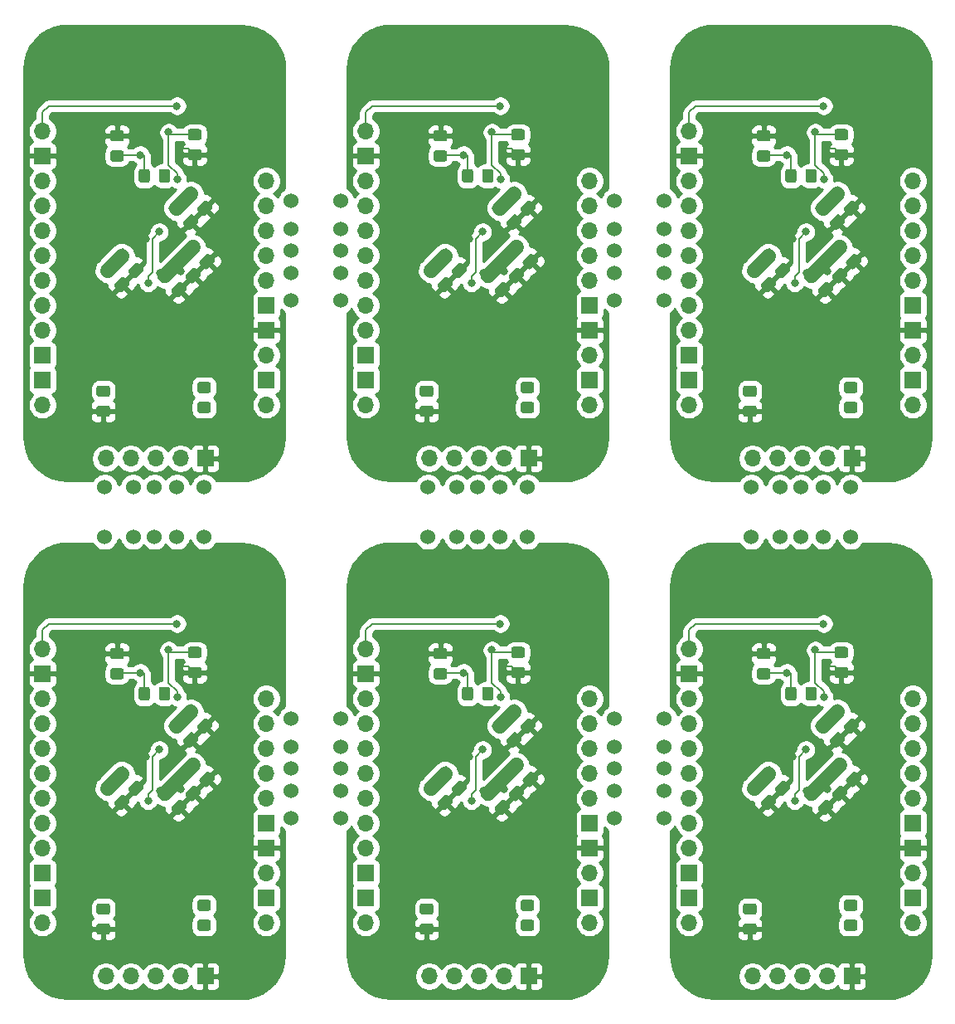
<source format=gbr>
G04 #@! TF.GenerationSoftware,KiCad,Pcbnew,(5.1.6)-1*
G04 #@! TF.CreationDate,2020-10-29T18:05:45+08:00*
G04 #@! TF.ProjectId,panelized,70616e65-6c69-47a6-9564-2e6b69636164,rev?*
G04 #@! TF.SameCoordinates,Original*
G04 #@! TF.FileFunction,Copper,L2,Bot*
G04 #@! TF.FilePolarity,Positive*
%FSLAX46Y46*%
G04 Gerber Fmt 4.6, Leading zero omitted, Abs format (unit mm)*
G04 Created by KiCad (PCBNEW (5.1.6)-1) date 2020-10-29 18:05:45*
%MOMM*%
%LPD*%
G01*
G04 APERTURE LIST*
G04 #@! TA.AperFunction,WasherPad*
%ADD10C,1.524000*%
G04 #@! TD*
G04 #@! TA.AperFunction,ComponentPad*
%ADD11O,1.700000X1.700000*%
G04 #@! TD*
G04 #@! TA.AperFunction,ComponentPad*
%ADD12R,1.700000X1.700000*%
G04 #@! TD*
G04 #@! TA.AperFunction,ViaPad*
%ADD13C,0.800000*%
G04 #@! TD*
G04 #@! TA.AperFunction,Conductor*
%ADD14C,0.203200*%
G04 #@! TD*
G04 #@! TA.AperFunction,Conductor*
%ADD15C,1.524000*%
G04 #@! TD*
G04 #@! TA.AperFunction,Conductor*
%ADD16C,0.254000*%
G04 #@! TD*
G04 APERTURE END LIST*
D10*
X107950000Y-130429000D03*
X107950000Y-140589000D03*
X113030000Y-140589000D03*
X113030000Y-130429000D03*
X107950000Y-137795000D03*
X107950000Y-133350000D03*
X107950000Y-135509000D03*
X113030000Y-135509000D03*
X113030000Y-133350000D03*
X113030000Y-137795000D03*
X140970000Y-130429000D03*
X140970000Y-140589000D03*
X146050000Y-140589000D03*
X146050000Y-130429000D03*
X140970000Y-137795000D03*
X140970000Y-133350000D03*
X140970000Y-135509000D03*
X146050000Y-135509000D03*
X146050000Y-133350000D03*
X146050000Y-137795000D03*
X107950000Y-77597000D03*
X107950000Y-87757000D03*
X113030000Y-87757000D03*
X113030000Y-77597000D03*
X107950000Y-84963000D03*
X107950000Y-80518000D03*
X107950000Y-82677000D03*
X113030000Y-82677000D03*
X113030000Y-80518000D03*
X113030000Y-84963000D03*
X140970000Y-77597000D03*
X140970000Y-87757000D03*
X146050000Y-87757000D03*
X146050000Y-77597000D03*
X140970000Y-84963000D03*
X140970000Y-80518000D03*
X140970000Y-82677000D03*
X146050000Y-82677000D03*
X146050000Y-80518000D03*
X146050000Y-84963000D03*
X88900000Y-111887000D03*
X99060000Y-111887000D03*
X99060000Y-106807000D03*
X88900000Y-106807000D03*
X96266000Y-111887000D03*
X91821000Y-111887000D03*
X93980000Y-111887000D03*
X93980000Y-106807000D03*
X91821000Y-106807000D03*
X96266000Y-106807000D03*
X121920000Y-111887000D03*
X132080000Y-111887000D03*
X132080000Y-106807000D03*
X121920000Y-106807000D03*
X129286000Y-111887000D03*
X124841000Y-111887000D03*
X127000000Y-111887000D03*
X127000000Y-106807000D03*
X124841000Y-106807000D03*
X129286000Y-106807000D03*
X154940000Y-111887000D03*
X165100000Y-111887000D03*
X165100000Y-106807000D03*
X154940000Y-106807000D03*
X162306000Y-111887000D03*
X157861000Y-111887000D03*
X160020000Y-111887000D03*
X160020000Y-106807000D03*
X157861000Y-106807000D03*
X162306000Y-106807000D03*
D11*
X89027000Y-103886000D03*
X91567000Y-103886000D03*
X94107000Y-103886000D03*
X96647000Y-103886000D03*
D12*
X99187000Y-103886000D03*
D11*
X155067000Y-103886000D03*
X157607000Y-103886000D03*
X160147000Y-103886000D03*
X162687000Y-103886000D03*
D12*
X165227000Y-103886000D03*
D11*
X122047000Y-103886000D03*
X124587000Y-103886000D03*
X127127000Y-103886000D03*
X129667000Y-103886000D03*
D12*
X132207000Y-103886000D03*
D11*
X105410000Y-98425000D03*
D12*
X105410000Y-95885000D03*
D11*
X138430000Y-98425000D03*
D12*
X138430000Y-95885000D03*
D11*
X171450000Y-98425000D03*
D12*
X171450000Y-95885000D03*
D11*
X105410000Y-151257000D03*
D12*
X105410000Y-148717000D03*
D11*
X138430000Y-151257000D03*
D12*
X138430000Y-148717000D03*
D11*
X171450000Y-151257000D03*
D12*
X171450000Y-148717000D03*
D11*
X89027000Y-156718000D03*
X91567000Y-156718000D03*
X94107000Y-156718000D03*
X96647000Y-156718000D03*
D12*
X99187000Y-156718000D03*
D11*
X122047000Y-156718000D03*
X124587000Y-156718000D03*
X127127000Y-156718000D03*
X129667000Y-156718000D03*
D12*
X132207000Y-156718000D03*
D11*
X155067000Y-156718000D03*
X157607000Y-156718000D03*
X160147000Y-156718000D03*
X162687000Y-156718000D03*
D12*
X165227000Y-156718000D03*
G04 #@! TA.AperFunction,SMDPad,CuDef*
G36*
G01*
X156660001Y-126432000D02*
X155759999Y-126432000D01*
G75*
G02*
X155510000Y-126182001I0J249999D01*
G01*
X155510000Y-125531999D01*
G75*
G02*
X155759999Y-125282000I249999J0D01*
G01*
X156660001Y-125282000D01*
G75*
G02*
X156910000Y-125531999I0J-249999D01*
G01*
X156910000Y-126182001D01*
G75*
G02*
X156660001Y-126432000I-249999J0D01*
G01*
G37*
G04 #@! TD.AperFunction*
G04 #@! TA.AperFunction,SMDPad,CuDef*
G36*
G01*
X156660001Y-124382000D02*
X155759999Y-124382000D01*
G75*
G02*
X155510000Y-124132001I0J249999D01*
G01*
X155510000Y-123481999D01*
G75*
G02*
X155759999Y-123232000I249999J0D01*
G01*
X156660001Y-123232000D01*
G75*
G02*
X156910000Y-123481999I0J-249999D01*
G01*
X156910000Y-124132001D01*
G75*
G02*
X156660001Y-124382000I-249999J0D01*
G01*
G37*
G04 #@! TD.AperFunction*
G04 #@! TA.AperFunction,SMDPad,CuDef*
G36*
G01*
X123640001Y-126432000D02*
X122739999Y-126432000D01*
G75*
G02*
X122490000Y-126182001I0J249999D01*
G01*
X122490000Y-125531999D01*
G75*
G02*
X122739999Y-125282000I249999J0D01*
G01*
X123640001Y-125282000D01*
G75*
G02*
X123890000Y-125531999I0J-249999D01*
G01*
X123890000Y-126182001D01*
G75*
G02*
X123640001Y-126432000I-249999J0D01*
G01*
G37*
G04 #@! TD.AperFunction*
G04 #@! TA.AperFunction,SMDPad,CuDef*
G36*
G01*
X123640001Y-124382000D02*
X122739999Y-124382000D01*
G75*
G02*
X122490000Y-124132001I0J249999D01*
G01*
X122490000Y-123481999D01*
G75*
G02*
X122739999Y-123232000I249999J0D01*
G01*
X123640001Y-123232000D01*
G75*
G02*
X123890000Y-123481999I0J-249999D01*
G01*
X123890000Y-124132001D01*
G75*
G02*
X123640001Y-124382000I-249999J0D01*
G01*
G37*
G04 #@! TD.AperFunction*
G04 #@! TA.AperFunction,SMDPad,CuDef*
G36*
G01*
X90620001Y-126432000D02*
X89719999Y-126432000D01*
G75*
G02*
X89470000Y-126182001I0J249999D01*
G01*
X89470000Y-125531999D01*
G75*
G02*
X89719999Y-125282000I249999J0D01*
G01*
X90620001Y-125282000D01*
G75*
G02*
X90870000Y-125531999I0J-249999D01*
G01*
X90870000Y-126182001D01*
G75*
G02*
X90620001Y-126432000I-249999J0D01*
G01*
G37*
G04 #@! TD.AperFunction*
G04 #@! TA.AperFunction,SMDPad,CuDef*
G36*
G01*
X90620001Y-124382000D02*
X89719999Y-124382000D01*
G75*
G02*
X89470000Y-124132001I0J249999D01*
G01*
X89470000Y-123481999D01*
G75*
G02*
X89719999Y-123232000I249999J0D01*
G01*
X90620001Y-123232000D01*
G75*
G02*
X90870000Y-123481999I0J-249999D01*
G01*
X90870000Y-124132001D01*
G75*
G02*
X90620001Y-124382000I-249999J0D01*
G01*
G37*
G04 #@! TD.AperFunction*
G04 #@! TA.AperFunction,SMDPad,CuDef*
G36*
G01*
X156660001Y-73600000D02*
X155759999Y-73600000D01*
G75*
G02*
X155510000Y-73350001I0J249999D01*
G01*
X155510000Y-72699999D01*
G75*
G02*
X155759999Y-72450000I249999J0D01*
G01*
X156660001Y-72450000D01*
G75*
G02*
X156910000Y-72699999I0J-249999D01*
G01*
X156910000Y-73350001D01*
G75*
G02*
X156660001Y-73600000I-249999J0D01*
G01*
G37*
G04 #@! TD.AperFunction*
G04 #@! TA.AperFunction,SMDPad,CuDef*
G36*
G01*
X156660001Y-71550000D02*
X155759999Y-71550000D01*
G75*
G02*
X155510000Y-71300001I0J249999D01*
G01*
X155510000Y-70649999D01*
G75*
G02*
X155759999Y-70400000I249999J0D01*
G01*
X156660001Y-70400000D01*
G75*
G02*
X156910000Y-70649999I0J-249999D01*
G01*
X156910000Y-71300001D01*
G75*
G02*
X156660001Y-71550000I-249999J0D01*
G01*
G37*
G04 #@! TD.AperFunction*
G04 #@! TA.AperFunction,SMDPad,CuDef*
G36*
G01*
X123640001Y-73600000D02*
X122739999Y-73600000D01*
G75*
G02*
X122490000Y-73350001I0J249999D01*
G01*
X122490000Y-72699999D01*
G75*
G02*
X122739999Y-72450000I249999J0D01*
G01*
X123640001Y-72450000D01*
G75*
G02*
X123890000Y-72699999I0J-249999D01*
G01*
X123890000Y-73350001D01*
G75*
G02*
X123640001Y-73600000I-249999J0D01*
G01*
G37*
G04 #@! TD.AperFunction*
G04 #@! TA.AperFunction,SMDPad,CuDef*
G36*
G01*
X123640001Y-71550000D02*
X122739999Y-71550000D01*
G75*
G02*
X122490000Y-71300001I0J249999D01*
G01*
X122490000Y-70649999D01*
G75*
G02*
X122739999Y-70400000I249999J0D01*
G01*
X123640001Y-70400000D01*
G75*
G02*
X123890000Y-70649999I0J-249999D01*
G01*
X123890000Y-71300001D01*
G75*
G02*
X123640001Y-71550000I-249999J0D01*
G01*
G37*
G04 #@! TD.AperFunction*
G04 #@! TA.AperFunction,SMDPad,CuDef*
G36*
G01*
X155976486Y-135996398D02*
X156612883Y-135360001D01*
G75*
G02*
X156966435Y-135360001I176776J-176776D01*
G01*
X157426056Y-135819622D01*
G75*
G02*
X157426056Y-136173174I-176776J-176776D01*
G01*
X156789659Y-136809571D01*
G75*
G02*
X156436107Y-136809571I-176776J176776D01*
G01*
X155976486Y-136349950D01*
G75*
G02*
X155976486Y-135996398I176776J176776D01*
G01*
G37*
G04 #@! TD.AperFunction*
G04 #@! TA.AperFunction,SMDPad,CuDef*
G36*
G01*
X157426054Y-137445966D02*
X158062451Y-136809569D01*
G75*
G02*
X158416003Y-136809569I176776J-176776D01*
G01*
X158875624Y-137269190D01*
G75*
G02*
X158875624Y-137622742I-176776J-176776D01*
G01*
X158239227Y-138259139D01*
G75*
G02*
X157885675Y-138259139I-176776J176776D01*
G01*
X157426054Y-137799518D01*
G75*
G02*
X157426054Y-137445966I176776J176776D01*
G01*
G37*
G04 #@! TD.AperFunction*
G04 #@! TA.AperFunction,SMDPad,CuDef*
G36*
G01*
X122956486Y-135996398D02*
X123592883Y-135360001D01*
G75*
G02*
X123946435Y-135360001I176776J-176776D01*
G01*
X124406056Y-135819622D01*
G75*
G02*
X124406056Y-136173174I-176776J-176776D01*
G01*
X123769659Y-136809571D01*
G75*
G02*
X123416107Y-136809571I-176776J176776D01*
G01*
X122956486Y-136349950D01*
G75*
G02*
X122956486Y-135996398I176776J176776D01*
G01*
G37*
G04 #@! TD.AperFunction*
G04 #@! TA.AperFunction,SMDPad,CuDef*
G36*
G01*
X124406054Y-137445966D02*
X125042451Y-136809569D01*
G75*
G02*
X125396003Y-136809569I176776J-176776D01*
G01*
X125855624Y-137269190D01*
G75*
G02*
X125855624Y-137622742I-176776J-176776D01*
G01*
X125219227Y-138259139D01*
G75*
G02*
X124865675Y-138259139I-176776J176776D01*
G01*
X124406054Y-137799518D01*
G75*
G02*
X124406054Y-137445966I176776J176776D01*
G01*
G37*
G04 #@! TD.AperFunction*
G04 #@! TA.AperFunction,SMDPad,CuDef*
G36*
G01*
X89936486Y-135996398D02*
X90572883Y-135360001D01*
G75*
G02*
X90926435Y-135360001I176776J-176776D01*
G01*
X91386056Y-135819622D01*
G75*
G02*
X91386056Y-136173174I-176776J-176776D01*
G01*
X90749659Y-136809571D01*
G75*
G02*
X90396107Y-136809571I-176776J176776D01*
G01*
X89936486Y-136349950D01*
G75*
G02*
X89936486Y-135996398I176776J176776D01*
G01*
G37*
G04 #@! TD.AperFunction*
G04 #@! TA.AperFunction,SMDPad,CuDef*
G36*
G01*
X91386054Y-137445966D02*
X92022451Y-136809569D01*
G75*
G02*
X92376003Y-136809569I176776J-176776D01*
G01*
X92835624Y-137269190D01*
G75*
G02*
X92835624Y-137622742I-176776J-176776D01*
G01*
X92199227Y-138259139D01*
G75*
G02*
X91845675Y-138259139I-176776J176776D01*
G01*
X91386054Y-137799518D01*
G75*
G02*
X91386054Y-137445966I176776J176776D01*
G01*
G37*
G04 #@! TD.AperFunction*
G04 #@! TA.AperFunction,SMDPad,CuDef*
G36*
G01*
X155976486Y-83164398D02*
X156612883Y-82528001D01*
G75*
G02*
X156966435Y-82528001I176776J-176776D01*
G01*
X157426056Y-82987622D01*
G75*
G02*
X157426056Y-83341174I-176776J-176776D01*
G01*
X156789659Y-83977571D01*
G75*
G02*
X156436107Y-83977571I-176776J176776D01*
G01*
X155976486Y-83517950D01*
G75*
G02*
X155976486Y-83164398I176776J176776D01*
G01*
G37*
G04 #@! TD.AperFunction*
G04 #@! TA.AperFunction,SMDPad,CuDef*
G36*
G01*
X157426054Y-84613966D02*
X158062451Y-83977569D01*
G75*
G02*
X158416003Y-83977569I176776J-176776D01*
G01*
X158875624Y-84437190D01*
G75*
G02*
X158875624Y-84790742I-176776J-176776D01*
G01*
X158239227Y-85427139D01*
G75*
G02*
X157885675Y-85427139I-176776J176776D01*
G01*
X157426054Y-84967518D01*
G75*
G02*
X157426054Y-84613966I176776J176776D01*
G01*
G37*
G04 #@! TD.AperFunction*
G04 #@! TA.AperFunction,SMDPad,CuDef*
G36*
G01*
X122956486Y-83164398D02*
X123592883Y-82528001D01*
G75*
G02*
X123946435Y-82528001I176776J-176776D01*
G01*
X124406056Y-82987622D01*
G75*
G02*
X124406056Y-83341174I-176776J-176776D01*
G01*
X123769659Y-83977571D01*
G75*
G02*
X123416107Y-83977571I-176776J176776D01*
G01*
X122956486Y-83517950D01*
G75*
G02*
X122956486Y-83164398I176776J176776D01*
G01*
G37*
G04 #@! TD.AperFunction*
G04 #@! TA.AperFunction,SMDPad,CuDef*
G36*
G01*
X124406054Y-84613966D02*
X125042451Y-83977569D01*
G75*
G02*
X125396003Y-83977569I176776J-176776D01*
G01*
X125855624Y-84437190D01*
G75*
G02*
X125855624Y-84790742I-176776J-176776D01*
G01*
X125219227Y-85427139D01*
G75*
G02*
X124865675Y-85427139I-176776J176776D01*
G01*
X124406054Y-84967518D01*
G75*
G02*
X124406054Y-84613966I176776J176776D01*
G01*
G37*
G04 #@! TD.AperFunction*
X171450000Y-143637000D03*
D11*
X171450000Y-146177000D03*
D12*
X138430000Y-143637000D03*
D11*
X138430000Y-146177000D03*
D12*
X105410000Y-143637000D03*
D11*
X105410000Y-146177000D03*
D12*
X171450000Y-90805000D03*
D11*
X171450000Y-93345000D03*
D12*
X138430000Y-90805000D03*
D11*
X138430000Y-93345000D03*
D12*
X171450000Y-141097000D03*
D11*
X171450000Y-138557000D03*
X171450000Y-136017000D03*
X171450000Y-133477000D03*
X171450000Y-130937000D03*
X171450000Y-128397000D03*
D12*
X138430000Y-141097000D03*
D11*
X138430000Y-138557000D03*
X138430000Y-136017000D03*
X138430000Y-133477000D03*
X138430000Y-130937000D03*
X138430000Y-128397000D03*
D12*
X105410000Y-141097000D03*
D11*
X105410000Y-138557000D03*
X105410000Y-136017000D03*
X105410000Y-133477000D03*
X105410000Y-130937000D03*
X105410000Y-128397000D03*
D12*
X171450000Y-88265000D03*
D11*
X171450000Y-85725000D03*
X171450000Y-83185000D03*
X171450000Y-80645000D03*
X171450000Y-78105000D03*
X171450000Y-75565000D03*
D12*
X138430000Y-88265000D03*
D11*
X138430000Y-85725000D03*
X138430000Y-83185000D03*
X138430000Y-80645000D03*
X138430000Y-78105000D03*
X138430000Y-75565000D03*
G04 #@! TA.AperFunction,SMDPad,CuDef*
G36*
G01*
X154362999Y-149285000D02*
X155263001Y-149285000D01*
G75*
G02*
X155513000Y-149534999I0J-249999D01*
G01*
X155513000Y-150185001D01*
G75*
G02*
X155263001Y-150435000I-249999J0D01*
G01*
X154362999Y-150435000D01*
G75*
G02*
X154113000Y-150185001I0J249999D01*
G01*
X154113000Y-149534999D01*
G75*
G02*
X154362999Y-149285000I249999J0D01*
G01*
G37*
G04 #@! TD.AperFunction*
G04 #@! TA.AperFunction,SMDPad,CuDef*
G36*
G01*
X154362999Y-151335000D02*
X155263001Y-151335000D01*
G75*
G02*
X155513000Y-151584999I0J-249999D01*
G01*
X155513000Y-152235001D01*
G75*
G02*
X155263001Y-152485000I-249999J0D01*
G01*
X154362999Y-152485000D01*
G75*
G02*
X154113000Y-152235001I0J249999D01*
G01*
X154113000Y-151584999D01*
G75*
G02*
X154362999Y-151335000I249999J0D01*
G01*
G37*
G04 #@! TD.AperFunction*
G04 #@! TA.AperFunction,SMDPad,CuDef*
G36*
G01*
X121342999Y-149285000D02*
X122243001Y-149285000D01*
G75*
G02*
X122493000Y-149534999I0J-249999D01*
G01*
X122493000Y-150185001D01*
G75*
G02*
X122243001Y-150435000I-249999J0D01*
G01*
X121342999Y-150435000D01*
G75*
G02*
X121093000Y-150185001I0J249999D01*
G01*
X121093000Y-149534999D01*
G75*
G02*
X121342999Y-149285000I249999J0D01*
G01*
G37*
G04 #@! TD.AperFunction*
G04 #@! TA.AperFunction,SMDPad,CuDef*
G36*
G01*
X121342999Y-151335000D02*
X122243001Y-151335000D01*
G75*
G02*
X122493000Y-151584999I0J-249999D01*
G01*
X122493000Y-152235001D01*
G75*
G02*
X122243001Y-152485000I-249999J0D01*
G01*
X121342999Y-152485000D01*
G75*
G02*
X121093000Y-152235001I0J249999D01*
G01*
X121093000Y-151584999D01*
G75*
G02*
X121342999Y-151335000I249999J0D01*
G01*
G37*
G04 #@! TD.AperFunction*
G04 #@! TA.AperFunction,SMDPad,CuDef*
G36*
G01*
X88322999Y-149285000D02*
X89223001Y-149285000D01*
G75*
G02*
X89473000Y-149534999I0J-249999D01*
G01*
X89473000Y-150185001D01*
G75*
G02*
X89223001Y-150435000I-249999J0D01*
G01*
X88322999Y-150435000D01*
G75*
G02*
X88073000Y-150185001I0J249999D01*
G01*
X88073000Y-149534999D01*
G75*
G02*
X88322999Y-149285000I249999J0D01*
G01*
G37*
G04 #@! TD.AperFunction*
G04 #@! TA.AperFunction,SMDPad,CuDef*
G36*
G01*
X88322999Y-151335000D02*
X89223001Y-151335000D01*
G75*
G02*
X89473000Y-151584999I0J-249999D01*
G01*
X89473000Y-152235001D01*
G75*
G02*
X89223001Y-152485000I-249999J0D01*
G01*
X88322999Y-152485000D01*
G75*
G02*
X88073000Y-152235001I0J249999D01*
G01*
X88073000Y-151584999D01*
G75*
G02*
X88322999Y-151335000I249999J0D01*
G01*
G37*
G04 #@! TD.AperFunction*
G04 #@! TA.AperFunction,SMDPad,CuDef*
G36*
G01*
X154362999Y-96453000D02*
X155263001Y-96453000D01*
G75*
G02*
X155513000Y-96702999I0J-249999D01*
G01*
X155513000Y-97353001D01*
G75*
G02*
X155263001Y-97603000I-249999J0D01*
G01*
X154362999Y-97603000D01*
G75*
G02*
X154113000Y-97353001I0J249999D01*
G01*
X154113000Y-96702999D01*
G75*
G02*
X154362999Y-96453000I249999J0D01*
G01*
G37*
G04 #@! TD.AperFunction*
G04 #@! TA.AperFunction,SMDPad,CuDef*
G36*
G01*
X154362999Y-98503000D02*
X155263001Y-98503000D01*
G75*
G02*
X155513000Y-98752999I0J-249999D01*
G01*
X155513000Y-99403001D01*
G75*
G02*
X155263001Y-99653000I-249999J0D01*
G01*
X154362999Y-99653000D01*
G75*
G02*
X154113000Y-99403001I0J249999D01*
G01*
X154113000Y-98752999D01*
G75*
G02*
X154362999Y-98503000I249999J0D01*
G01*
G37*
G04 #@! TD.AperFunction*
G04 #@! TA.AperFunction,SMDPad,CuDef*
G36*
G01*
X121342999Y-96453000D02*
X122243001Y-96453000D01*
G75*
G02*
X122493000Y-96702999I0J-249999D01*
G01*
X122493000Y-97353001D01*
G75*
G02*
X122243001Y-97603000I-249999J0D01*
G01*
X121342999Y-97603000D01*
G75*
G02*
X121093000Y-97353001I0J249999D01*
G01*
X121093000Y-96702999D01*
G75*
G02*
X121342999Y-96453000I249999J0D01*
G01*
G37*
G04 #@! TD.AperFunction*
G04 #@! TA.AperFunction,SMDPad,CuDef*
G36*
G01*
X121342999Y-98503000D02*
X122243001Y-98503000D01*
G75*
G02*
X122493000Y-98752999I0J-249999D01*
G01*
X122493000Y-99403001D01*
G75*
G02*
X122243001Y-99653000I-249999J0D01*
G01*
X121342999Y-99653000D01*
G75*
G02*
X121093000Y-99403001I0J249999D01*
G01*
X121093000Y-98752999D01*
G75*
G02*
X121342999Y-98503000I249999J0D01*
G01*
G37*
G04 #@! TD.AperFunction*
G04 #@! TA.AperFunction,SMDPad,CuDef*
G36*
G01*
X160364952Y-137976831D02*
X161001349Y-137340434D01*
G75*
G02*
X161354901Y-137340434I176776J-176776D01*
G01*
X161814522Y-137800055D01*
G75*
G02*
X161814522Y-138153607I-176776J-176776D01*
G01*
X161178125Y-138790004D01*
G75*
G02*
X160824573Y-138790004I-176776J176776D01*
G01*
X160364952Y-138330383D01*
G75*
G02*
X160364952Y-137976831I176776J176776D01*
G01*
G37*
G04 #@! TD.AperFunction*
G04 #@! TA.AperFunction,SMDPad,CuDef*
G36*
G01*
X161814520Y-139426399D02*
X162450917Y-138790002D01*
G75*
G02*
X162804469Y-138790002I176776J-176776D01*
G01*
X163264090Y-139249623D01*
G75*
G02*
X163264090Y-139603175I-176776J-176776D01*
G01*
X162627693Y-140239572D01*
G75*
G02*
X162274141Y-140239572I-176776J176776D01*
G01*
X161814520Y-139779951D01*
G75*
G02*
X161814520Y-139426399I176776J176776D01*
G01*
G37*
G04 #@! TD.AperFunction*
G04 #@! TA.AperFunction,SMDPad,CuDef*
G36*
G01*
X127344952Y-137976831D02*
X127981349Y-137340434D01*
G75*
G02*
X128334901Y-137340434I176776J-176776D01*
G01*
X128794522Y-137800055D01*
G75*
G02*
X128794522Y-138153607I-176776J-176776D01*
G01*
X128158125Y-138790004D01*
G75*
G02*
X127804573Y-138790004I-176776J176776D01*
G01*
X127344952Y-138330383D01*
G75*
G02*
X127344952Y-137976831I176776J176776D01*
G01*
G37*
G04 #@! TD.AperFunction*
G04 #@! TA.AperFunction,SMDPad,CuDef*
G36*
G01*
X128794520Y-139426399D02*
X129430917Y-138790002D01*
G75*
G02*
X129784469Y-138790002I176776J-176776D01*
G01*
X130244090Y-139249623D01*
G75*
G02*
X130244090Y-139603175I-176776J-176776D01*
G01*
X129607693Y-140239572D01*
G75*
G02*
X129254141Y-140239572I-176776J176776D01*
G01*
X128794520Y-139779951D01*
G75*
G02*
X128794520Y-139426399I176776J176776D01*
G01*
G37*
G04 #@! TD.AperFunction*
G04 #@! TA.AperFunction,SMDPad,CuDef*
G36*
G01*
X94324952Y-137976831D02*
X94961349Y-137340434D01*
G75*
G02*
X95314901Y-137340434I176776J-176776D01*
G01*
X95774522Y-137800055D01*
G75*
G02*
X95774522Y-138153607I-176776J-176776D01*
G01*
X95138125Y-138790004D01*
G75*
G02*
X94784573Y-138790004I-176776J176776D01*
G01*
X94324952Y-138330383D01*
G75*
G02*
X94324952Y-137976831I176776J176776D01*
G01*
G37*
G04 #@! TD.AperFunction*
G04 #@! TA.AperFunction,SMDPad,CuDef*
G36*
G01*
X95774520Y-139426399D02*
X96410917Y-138790002D01*
G75*
G02*
X96764469Y-138790002I176776J-176776D01*
G01*
X97224090Y-139249623D01*
G75*
G02*
X97224090Y-139603175I-176776J-176776D01*
G01*
X96587693Y-140239572D01*
G75*
G02*
X96234141Y-140239572I-176776J176776D01*
G01*
X95774520Y-139779951D01*
G75*
G02*
X95774520Y-139426399I176776J176776D01*
G01*
G37*
G04 #@! TD.AperFunction*
G04 #@! TA.AperFunction,SMDPad,CuDef*
G36*
G01*
X160364952Y-85144831D02*
X161001349Y-84508434D01*
G75*
G02*
X161354901Y-84508434I176776J-176776D01*
G01*
X161814522Y-84968055D01*
G75*
G02*
X161814522Y-85321607I-176776J-176776D01*
G01*
X161178125Y-85958004D01*
G75*
G02*
X160824573Y-85958004I-176776J176776D01*
G01*
X160364952Y-85498383D01*
G75*
G02*
X160364952Y-85144831I176776J176776D01*
G01*
G37*
G04 #@! TD.AperFunction*
G04 #@! TA.AperFunction,SMDPad,CuDef*
G36*
G01*
X161814520Y-86594399D02*
X162450917Y-85958002D01*
G75*
G02*
X162804469Y-85958002I176776J-176776D01*
G01*
X163264090Y-86417623D01*
G75*
G02*
X163264090Y-86771175I-176776J-176776D01*
G01*
X162627693Y-87407572D01*
G75*
G02*
X162274141Y-87407572I-176776J176776D01*
G01*
X161814520Y-86947951D01*
G75*
G02*
X161814520Y-86594399I176776J176776D01*
G01*
G37*
G04 #@! TD.AperFunction*
G04 #@! TA.AperFunction,SMDPad,CuDef*
G36*
G01*
X127344952Y-85144831D02*
X127981349Y-84508434D01*
G75*
G02*
X128334901Y-84508434I176776J-176776D01*
G01*
X128794522Y-84968055D01*
G75*
G02*
X128794522Y-85321607I-176776J-176776D01*
G01*
X128158125Y-85958004D01*
G75*
G02*
X127804573Y-85958004I-176776J176776D01*
G01*
X127344952Y-85498383D01*
G75*
G02*
X127344952Y-85144831I176776J176776D01*
G01*
G37*
G04 #@! TD.AperFunction*
G04 #@! TA.AperFunction,SMDPad,CuDef*
G36*
G01*
X128794520Y-86594399D02*
X129430917Y-85958002D01*
G75*
G02*
X129784469Y-85958002I176776J-176776D01*
G01*
X130244090Y-86417623D01*
G75*
G02*
X130244090Y-86771175I-176776J-176776D01*
G01*
X129607693Y-87407572D01*
G75*
G02*
X129254141Y-87407572I-176776J176776D01*
G01*
X128794520Y-86947951D01*
G75*
G02*
X128794520Y-86594399I176776J176776D01*
G01*
G37*
G04 #@! TD.AperFunction*
G04 #@! TA.AperFunction,SMDPad,CuDef*
G36*
G01*
X162989147Y-129653044D02*
X163625544Y-129016647D01*
G75*
G02*
X163979096Y-129016647I176776J-176776D01*
G01*
X164438717Y-129476268D01*
G75*
G02*
X164438717Y-129829820I-176776J-176776D01*
G01*
X163802320Y-130466217D01*
G75*
G02*
X163448768Y-130466217I-176776J176776D01*
G01*
X162989147Y-130006596D01*
G75*
G02*
X162989147Y-129653044I176776J176776D01*
G01*
G37*
G04 #@! TD.AperFunction*
G04 #@! TA.AperFunction,SMDPad,CuDef*
G36*
G01*
X164438715Y-131102612D02*
X165075112Y-130466215D01*
G75*
G02*
X165428664Y-130466215I176776J-176776D01*
G01*
X165888285Y-130925836D01*
G75*
G02*
X165888285Y-131279388I-176776J-176776D01*
G01*
X165251888Y-131915785D01*
G75*
G02*
X164898336Y-131915785I-176776J176776D01*
G01*
X164438715Y-131456164D01*
G75*
G02*
X164438715Y-131102612I176776J176776D01*
G01*
G37*
G04 #@! TD.AperFunction*
G04 #@! TA.AperFunction,SMDPad,CuDef*
G36*
G01*
X129969147Y-129653044D02*
X130605544Y-129016647D01*
G75*
G02*
X130959096Y-129016647I176776J-176776D01*
G01*
X131418717Y-129476268D01*
G75*
G02*
X131418717Y-129829820I-176776J-176776D01*
G01*
X130782320Y-130466217D01*
G75*
G02*
X130428768Y-130466217I-176776J176776D01*
G01*
X129969147Y-130006596D01*
G75*
G02*
X129969147Y-129653044I176776J176776D01*
G01*
G37*
G04 #@! TD.AperFunction*
G04 #@! TA.AperFunction,SMDPad,CuDef*
G36*
G01*
X131418715Y-131102612D02*
X132055112Y-130466215D01*
G75*
G02*
X132408664Y-130466215I176776J-176776D01*
G01*
X132868285Y-130925836D01*
G75*
G02*
X132868285Y-131279388I-176776J-176776D01*
G01*
X132231888Y-131915785D01*
G75*
G02*
X131878336Y-131915785I-176776J176776D01*
G01*
X131418715Y-131456164D01*
G75*
G02*
X131418715Y-131102612I176776J176776D01*
G01*
G37*
G04 #@! TD.AperFunction*
G04 #@! TA.AperFunction,SMDPad,CuDef*
G36*
G01*
X96949147Y-129653044D02*
X97585544Y-129016647D01*
G75*
G02*
X97939096Y-129016647I176776J-176776D01*
G01*
X98398717Y-129476268D01*
G75*
G02*
X98398717Y-129829820I-176776J-176776D01*
G01*
X97762320Y-130466217D01*
G75*
G02*
X97408768Y-130466217I-176776J176776D01*
G01*
X96949147Y-130006596D01*
G75*
G02*
X96949147Y-129653044I176776J176776D01*
G01*
G37*
G04 #@! TD.AperFunction*
G04 #@! TA.AperFunction,SMDPad,CuDef*
G36*
G01*
X98398715Y-131102612D02*
X99035112Y-130466215D01*
G75*
G02*
X99388664Y-130466215I176776J-176776D01*
G01*
X99848285Y-130925836D01*
G75*
G02*
X99848285Y-131279388I-176776J-176776D01*
G01*
X99211888Y-131915785D01*
G75*
G02*
X98858336Y-131915785I-176776J176776D01*
G01*
X98398715Y-131456164D01*
G75*
G02*
X98398715Y-131102612I176776J176776D01*
G01*
G37*
G04 #@! TD.AperFunction*
G04 #@! TA.AperFunction,SMDPad,CuDef*
G36*
G01*
X162989147Y-76821044D02*
X163625544Y-76184647D01*
G75*
G02*
X163979096Y-76184647I176776J-176776D01*
G01*
X164438717Y-76644268D01*
G75*
G02*
X164438717Y-76997820I-176776J-176776D01*
G01*
X163802320Y-77634217D01*
G75*
G02*
X163448768Y-77634217I-176776J176776D01*
G01*
X162989147Y-77174596D01*
G75*
G02*
X162989147Y-76821044I176776J176776D01*
G01*
G37*
G04 #@! TD.AperFunction*
G04 #@! TA.AperFunction,SMDPad,CuDef*
G36*
G01*
X164438715Y-78270612D02*
X165075112Y-77634215D01*
G75*
G02*
X165428664Y-77634215I176776J-176776D01*
G01*
X165888285Y-78093836D01*
G75*
G02*
X165888285Y-78447388I-176776J-176776D01*
G01*
X165251888Y-79083785D01*
G75*
G02*
X164898336Y-79083785I-176776J176776D01*
G01*
X164438715Y-78624164D01*
G75*
G02*
X164438715Y-78270612I176776J176776D01*
G01*
G37*
G04 #@! TD.AperFunction*
G04 #@! TA.AperFunction,SMDPad,CuDef*
G36*
G01*
X129969147Y-76821044D02*
X130605544Y-76184647D01*
G75*
G02*
X130959096Y-76184647I176776J-176776D01*
G01*
X131418717Y-76644268D01*
G75*
G02*
X131418717Y-76997820I-176776J-176776D01*
G01*
X130782320Y-77634217D01*
G75*
G02*
X130428768Y-77634217I-176776J176776D01*
G01*
X129969147Y-77174596D01*
G75*
G02*
X129969147Y-76821044I176776J176776D01*
G01*
G37*
G04 #@! TD.AperFunction*
G04 #@! TA.AperFunction,SMDPad,CuDef*
G36*
G01*
X131418715Y-78270612D02*
X132055112Y-77634215D01*
G75*
G02*
X132408664Y-77634215I176776J-176776D01*
G01*
X132868285Y-78093836D01*
G75*
G02*
X132868285Y-78447388I-176776J-176776D01*
G01*
X132231888Y-79083785D01*
G75*
G02*
X131878336Y-79083785I-176776J176776D01*
G01*
X131418715Y-78624164D01*
G75*
G02*
X131418715Y-78270612I176776J176776D01*
G01*
G37*
G04 #@! TD.AperFunction*
G04 #@! TA.AperFunction,SMDPad,CuDef*
G36*
G01*
X161554931Y-131076328D02*
X162191328Y-130439931D01*
G75*
G02*
X162544880Y-130439931I176776J-176776D01*
G01*
X163004501Y-130899552D01*
G75*
G02*
X163004501Y-131253104I-176776J-176776D01*
G01*
X162368104Y-131889501D01*
G75*
G02*
X162014552Y-131889501I-176776J176776D01*
G01*
X161554931Y-131429880D01*
G75*
G02*
X161554931Y-131076328I176776J176776D01*
G01*
G37*
G04 #@! TD.AperFunction*
G04 #@! TA.AperFunction,SMDPad,CuDef*
G36*
G01*
X163004499Y-132525896D02*
X163640896Y-131889499D01*
G75*
G02*
X163994448Y-131889499I176776J-176776D01*
G01*
X164454069Y-132349120D01*
G75*
G02*
X164454069Y-132702672I-176776J-176776D01*
G01*
X163817672Y-133339069D01*
G75*
G02*
X163464120Y-133339069I-176776J176776D01*
G01*
X163004499Y-132879448D01*
G75*
G02*
X163004499Y-132525896I176776J176776D01*
G01*
G37*
G04 #@! TD.AperFunction*
G04 #@! TA.AperFunction,SMDPad,CuDef*
G36*
G01*
X128534931Y-131076328D02*
X129171328Y-130439931D01*
G75*
G02*
X129524880Y-130439931I176776J-176776D01*
G01*
X129984501Y-130899552D01*
G75*
G02*
X129984501Y-131253104I-176776J-176776D01*
G01*
X129348104Y-131889501D01*
G75*
G02*
X128994552Y-131889501I-176776J176776D01*
G01*
X128534931Y-131429880D01*
G75*
G02*
X128534931Y-131076328I176776J176776D01*
G01*
G37*
G04 #@! TD.AperFunction*
G04 #@! TA.AperFunction,SMDPad,CuDef*
G36*
G01*
X129984499Y-132525896D02*
X130620896Y-131889499D01*
G75*
G02*
X130974448Y-131889499I176776J-176776D01*
G01*
X131434069Y-132349120D01*
G75*
G02*
X131434069Y-132702672I-176776J-176776D01*
G01*
X130797672Y-133339069D01*
G75*
G02*
X130444120Y-133339069I-176776J176776D01*
G01*
X129984499Y-132879448D01*
G75*
G02*
X129984499Y-132525896I176776J176776D01*
G01*
G37*
G04 #@! TD.AperFunction*
G04 #@! TA.AperFunction,SMDPad,CuDef*
G36*
G01*
X95514931Y-131076328D02*
X96151328Y-130439931D01*
G75*
G02*
X96504880Y-130439931I176776J-176776D01*
G01*
X96964501Y-130899552D01*
G75*
G02*
X96964501Y-131253104I-176776J-176776D01*
G01*
X96328104Y-131889501D01*
G75*
G02*
X95974552Y-131889501I-176776J176776D01*
G01*
X95514931Y-131429880D01*
G75*
G02*
X95514931Y-131076328I176776J176776D01*
G01*
G37*
G04 #@! TD.AperFunction*
G04 #@! TA.AperFunction,SMDPad,CuDef*
G36*
G01*
X96964499Y-132525896D02*
X97600896Y-131889499D01*
G75*
G02*
X97954448Y-131889499I176776J-176776D01*
G01*
X98414069Y-132349120D01*
G75*
G02*
X98414069Y-132702672I-176776J-176776D01*
G01*
X97777672Y-133339069D01*
G75*
G02*
X97424120Y-133339069I-176776J176776D01*
G01*
X96964499Y-132879448D01*
G75*
G02*
X96964499Y-132525896I176776J176776D01*
G01*
G37*
G04 #@! TD.AperFunction*
G04 #@! TA.AperFunction,SMDPad,CuDef*
G36*
G01*
X161554931Y-78244328D02*
X162191328Y-77607931D01*
G75*
G02*
X162544880Y-77607931I176776J-176776D01*
G01*
X163004501Y-78067552D01*
G75*
G02*
X163004501Y-78421104I-176776J-176776D01*
G01*
X162368104Y-79057501D01*
G75*
G02*
X162014552Y-79057501I-176776J176776D01*
G01*
X161554931Y-78597880D01*
G75*
G02*
X161554931Y-78244328I176776J176776D01*
G01*
G37*
G04 #@! TD.AperFunction*
G04 #@! TA.AperFunction,SMDPad,CuDef*
G36*
G01*
X163004499Y-79693896D02*
X163640896Y-79057499D01*
G75*
G02*
X163994448Y-79057499I176776J-176776D01*
G01*
X164454069Y-79517120D01*
G75*
G02*
X164454069Y-79870672I-176776J-176776D01*
G01*
X163817672Y-80507069D01*
G75*
G02*
X163464120Y-80507069I-176776J176776D01*
G01*
X163004499Y-80047448D01*
G75*
G02*
X163004499Y-79693896I176776J176776D01*
G01*
G37*
G04 #@! TD.AperFunction*
G04 #@! TA.AperFunction,SMDPad,CuDef*
G36*
G01*
X128534931Y-78244328D02*
X129171328Y-77607931D01*
G75*
G02*
X129524880Y-77607931I176776J-176776D01*
G01*
X129984501Y-78067552D01*
G75*
G02*
X129984501Y-78421104I-176776J-176776D01*
G01*
X129348104Y-79057501D01*
G75*
G02*
X128994552Y-79057501I-176776J176776D01*
G01*
X128534931Y-78597880D01*
G75*
G02*
X128534931Y-78244328I176776J176776D01*
G01*
G37*
G04 #@! TD.AperFunction*
G04 #@! TA.AperFunction,SMDPad,CuDef*
G36*
G01*
X129984499Y-79693896D02*
X130620896Y-79057499D01*
G75*
G02*
X130974448Y-79057499I176776J-176776D01*
G01*
X131434069Y-79517120D01*
G75*
G02*
X131434069Y-79870672I-176776J-176776D01*
G01*
X130797672Y-80507069D01*
G75*
G02*
X130444120Y-80507069I-176776J176776D01*
G01*
X129984499Y-80047448D01*
G75*
G02*
X129984499Y-79693896I176776J176776D01*
G01*
G37*
G04 #@! TD.AperFunction*
G04 #@! TA.AperFunction,SMDPad,CuDef*
G36*
G01*
X163238634Y-135103149D02*
X163875031Y-134466752D01*
G75*
G02*
X164228583Y-134466752I176776J-176776D01*
G01*
X164688204Y-134926373D01*
G75*
G02*
X164688204Y-135279925I-176776J-176776D01*
G01*
X164051807Y-135916322D01*
G75*
G02*
X163698255Y-135916322I-176776J176776D01*
G01*
X163238634Y-135456701D01*
G75*
G02*
X163238634Y-135103149I176776J176776D01*
G01*
G37*
G04 #@! TD.AperFunction*
G04 #@! TA.AperFunction,SMDPad,CuDef*
G36*
G01*
X164688202Y-136552717D02*
X165324599Y-135916320D01*
G75*
G02*
X165678151Y-135916320I176776J-176776D01*
G01*
X166137772Y-136375941D01*
G75*
G02*
X166137772Y-136729493I-176776J-176776D01*
G01*
X165501375Y-137365890D01*
G75*
G02*
X165147823Y-137365890I-176776J176776D01*
G01*
X164688202Y-136906269D01*
G75*
G02*
X164688202Y-136552717I176776J176776D01*
G01*
G37*
G04 #@! TD.AperFunction*
G04 #@! TA.AperFunction,SMDPad,CuDef*
G36*
G01*
X130218634Y-135103149D02*
X130855031Y-134466752D01*
G75*
G02*
X131208583Y-134466752I176776J-176776D01*
G01*
X131668204Y-134926373D01*
G75*
G02*
X131668204Y-135279925I-176776J-176776D01*
G01*
X131031807Y-135916322D01*
G75*
G02*
X130678255Y-135916322I-176776J176776D01*
G01*
X130218634Y-135456701D01*
G75*
G02*
X130218634Y-135103149I176776J176776D01*
G01*
G37*
G04 #@! TD.AperFunction*
G04 #@! TA.AperFunction,SMDPad,CuDef*
G36*
G01*
X131668202Y-136552717D02*
X132304599Y-135916320D01*
G75*
G02*
X132658151Y-135916320I176776J-176776D01*
G01*
X133117772Y-136375941D01*
G75*
G02*
X133117772Y-136729493I-176776J-176776D01*
G01*
X132481375Y-137365890D01*
G75*
G02*
X132127823Y-137365890I-176776J176776D01*
G01*
X131668202Y-136906269D01*
G75*
G02*
X131668202Y-136552717I176776J176776D01*
G01*
G37*
G04 #@! TD.AperFunction*
G04 #@! TA.AperFunction,SMDPad,CuDef*
G36*
G01*
X97198634Y-135103149D02*
X97835031Y-134466752D01*
G75*
G02*
X98188583Y-134466752I176776J-176776D01*
G01*
X98648204Y-134926373D01*
G75*
G02*
X98648204Y-135279925I-176776J-176776D01*
G01*
X98011807Y-135916322D01*
G75*
G02*
X97658255Y-135916322I-176776J176776D01*
G01*
X97198634Y-135456701D01*
G75*
G02*
X97198634Y-135103149I176776J176776D01*
G01*
G37*
G04 #@! TD.AperFunction*
G04 #@! TA.AperFunction,SMDPad,CuDef*
G36*
G01*
X98648202Y-136552717D02*
X99284599Y-135916320D01*
G75*
G02*
X99638151Y-135916320I176776J-176776D01*
G01*
X100097772Y-136375941D01*
G75*
G02*
X100097772Y-136729493I-176776J-176776D01*
G01*
X99461375Y-137365890D01*
G75*
G02*
X99107823Y-137365890I-176776J176776D01*
G01*
X98648202Y-136906269D01*
G75*
G02*
X98648202Y-136552717I176776J176776D01*
G01*
G37*
G04 #@! TD.AperFunction*
G04 #@! TA.AperFunction,SMDPad,CuDef*
G36*
G01*
X163238634Y-82271149D02*
X163875031Y-81634752D01*
G75*
G02*
X164228583Y-81634752I176776J-176776D01*
G01*
X164688204Y-82094373D01*
G75*
G02*
X164688204Y-82447925I-176776J-176776D01*
G01*
X164051807Y-83084322D01*
G75*
G02*
X163698255Y-83084322I-176776J176776D01*
G01*
X163238634Y-82624701D01*
G75*
G02*
X163238634Y-82271149I176776J176776D01*
G01*
G37*
G04 #@! TD.AperFunction*
G04 #@! TA.AperFunction,SMDPad,CuDef*
G36*
G01*
X164688202Y-83720717D02*
X165324599Y-83084320D01*
G75*
G02*
X165678151Y-83084320I176776J-176776D01*
G01*
X166137772Y-83543941D01*
G75*
G02*
X166137772Y-83897493I-176776J-176776D01*
G01*
X165501375Y-84533890D01*
G75*
G02*
X165147823Y-84533890I-176776J176776D01*
G01*
X164688202Y-84074269D01*
G75*
G02*
X164688202Y-83720717I176776J176776D01*
G01*
G37*
G04 #@! TD.AperFunction*
G04 #@! TA.AperFunction,SMDPad,CuDef*
G36*
G01*
X130218634Y-82271149D02*
X130855031Y-81634752D01*
G75*
G02*
X131208583Y-81634752I176776J-176776D01*
G01*
X131668204Y-82094373D01*
G75*
G02*
X131668204Y-82447925I-176776J-176776D01*
G01*
X131031807Y-83084322D01*
G75*
G02*
X130678255Y-83084322I-176776J176776D01*
G01*
X130218634Y-82624701D01*
G75*
G02*
X130218634Y-82271149I176776J176776D01*
G01*
G37*
G04 #@! TD.AperFunction*
G04 #@! TA.AperFunction,SMDPad,CuDef*
G36*
G01*
X131668202Y-83720717D02*
X132304599Y-83084320D01*
G75*
G02*
X132658151Y-83084320I176776J-176776D01*
G01*
X133117772Y-83543941D01*
G75*
G02*
X133117772Y-83897493I-176776J-176776D01*
G01*
X132481375Y-84533890D01*
G75*
G02*
X132127823Y-84533890I-176776J176776D01*
G01*
X131668202Y-84074269D01*
G75*
G02*
X131668202Y-83720717I176776J176776D01*
G01*
G37*
G04 #@! TD.AperFunction*
G04 #@! TA.AperFunction,SMDPad,CuDef*
G36*
G01*
X165550001Y-152104000D02*
X164649999Y-152104000D01*
G75*
G02*
X164400000Y-151854001I0J249999D01*
G01*
X164400000Y-151203999D01*
G75*
G02*
X164649999Y-150954000I249999J0D01*
G01*
X165550001Y-150954000D01*
G75*
G02*
X165800000Y-151203999I0J-249999D01*
G01*
X165800000Y-151854001D01*
G75*
G02*
X165550001Y-152104000I-249999J0D01*
G01*
G37*
G04 #@! TD.AperFunction*
G04 #@! TA.AperFunction,SMDPad,CuDef*
G36*
G01*
X165550001Y-150054000D02*
X164649999Y-150054000D01*
G75*
G02*
X164400000Y-149804001I0J249999D01*
G01*
X164400000Y-149153999D01*
G75*
G02*
X164649999Y-148904000I249999J0D01*
G01*
X165550001Y-148904000D01*
G75*
G02*
X165800000Y-149153999I0J-249999D01*
G01*
X165800000Y-149804001D01*
G75*
G02*
X165550001Y-150054000I-249999J0D01*
G01*
G37*
G04 #@! TD.AperFunction*
G04 #@! TA.AperFunction,SMDPad,CuDef*
G36*
G01*
X132530001Y-152104000D02*
X131629999Y-152104000D01*
G75*
G02*
X131380000Y-151854001I0J249999D01*
G01*
X131380000Y-151203999D01*
G75*
G02*
X131629999Y-150954000I249999J0D01*
G01*
X132530001Y-150954000D01*
G75*
G02*
X132780000Y-151203999I0J-249999D01*
G01*
X132780000Y-151854001D01*
G75*
G02*
X132530001Y-152104000I-249999J0D01*
G01*
G37*
G04 #@! TD.AperFunction*
G04 #@! TA.AperFunction,SMDPad,CuDef*
G36*
G01*
X132530001Y-150054000D02*
X131629999Y-150054000D01*
G75*
G02*
X131380000Y-149804001I0J249999D01*
G01*
X131380000Y-149153999D01*
G75*
G02*
X131629999Y-148904000I249999J0D01*
G01*
X132530001Y-148904000D01*
G75*
G02*
X132780000Y-149153999I0J-249999D01*
G01*
X132780000Y-149804001D01*
G75*
G02*
X132530001Y-150054000I-249999J0D01*
G01*
G37*
G04 #@! TD.AperFunction*
G04 #@! TA.AperFunction,SMDPad,CuDef*
G36*
G01*
X99510001Y-152104000D02*
X98609999Y-152104000D01*
G75*
G02*
X98360000Y-151854001I0J249999D01*
G01*
X98360000Y-151203999D01*
G75*
G02*
X98609999Y-150954000I249999J0D01*
G01*
X99510001Y-150954000D01*
G75*
G02*
X99760000Y-151203999I0J-249999D01*
G01*
X99760000Y-151854001D01*
G75*
G02*
X99510001Y-152104000I-249999J0D01*
G01*
G37*
G04 #@! TD.AperFunction*
G04 #@! TA.AperFunction,SMDPad,CuDef*
G36*
G01*
X99510001Y-150054000D02*
X98609999Y-150054000D01*
G75*
G02*
X98360000Y-149804001I0J249999D01*
G01*
X98360000Y-149153999D01*
G75*
G02*
X98609999Y-148904000I249999J0D01*
G01*
X99510001Y-148904000D01*
G75*
G02*
X99760000Y-149153999I0J-249999D01*
G01*
X99760000Y-149804001D01*
G75*
G02*
X99510001Y-150054000I-249999J0D01*
G01*
G37*
G04 #@! TD.AperFunction*
G04 #@! TA.AperFunction,SMDPad,CuDef*
G36*
G01*
X165550001Y-99272000D02*
X164649999Y-99272000D01*
G75*
G02*
X164400000Y-99022001I0J249999D01*
G01*
X164400000Y-98371999D01*
G75*
G02*
X164649999Y-98122000I249999J0D01*
G01*
X165550001Y-98122000D01*
G75*
G02*
X165800000Y-98371999I0J-249999D01*
G01*
X165800000Y-99022001D01*
G75*
G02*
X165550001Y-99272000I-249999J0D01*
G01*
G37*
G04 #@! TD.AperFunction*
G04 #@! TA.AperFunction,SMDPad,CuDef*
G36*
G01*
X165550001Y-97222000D02*
X164649999Y-97222000D01*
G75*
G02*
X164400000Y-96972001I0J249999D01*
G01*
X164400000Y-96321999D01*
G75*
G02*
X164649999Y-96072000I249999J0D01*
G01*
X165550001Y-96072000D01*
G75*
G02*
X165800000Y-96321999I0J-249999D01*
G01*
X165800000Y-96972001D01*
G75*
G02*
X165550001Y-97222000I-249999J0D01*
G01*
G37*
G04 #@! TD.AperFunction*
G04 #@! TA.AperFunction,SMDPad,CuDef*
G36*
G01*
X132530001Y-99272000D02*
X131629999Y-99272000D01*
G75*
G02*
X131380000Y-99022001I0J249999D01*
G01*
X131380000Y-98371999D01*
G75*
G02*
X131629999Y-98122000I249999J0D01*
G01*
X132530001Y-98122000D01*
G75*
G02*
X132780000Y-98371999I0J-249999D01*
G01*
X132780000Y-99022001D01*
G75*
G02*
X132530001Y-99272000I-249999J0D01*
G01*
G37*
G04 #@! TD.AperFunction*
G04 #@! TA.AperFunction,SMDPad,CuDef*
G36*
G01*
X132530001Y-97222000D02*
X131629999Y-97222000D01*
G75*
G02*
X131380000Y-96972001I0J249999D01*
G01*
X131380000Y-96321999D01*
G75*
G02*
X131629999Y-96072000I249999J0D01*
G01*
X132530001Y-96072000D01*
G75*
G02*
X132780000Y-96321999I0J-249999D01*
G01*
X132780000Y-96972001D01*
G75*
G02*
X132530001Y-97222000I-249999J0D01*
G01*
G37*
G04 #@! TD.AperFunction*
G04 #@! TA.AperFunction,SMDPad,CuDef*
G36*
G01*
X161801793Y-136539990D02*
X162438190Y-135903593D01*
G75*
G02*
X162791742Y-135903593I176776J-176776D01*
G01*
X163251363Y-136363214D01*
G75*
G02*
X163251363Y-136716766I-176776J-176776D01*
G01*
X162614966Y-137353163D01*
G75*
G02*
X162261414Y-137353163I-176776J176776D01*
G01*
X161801793Y-136893542D01*
G75*
G02*
X161801793Y-136539990I176776J176776D01*
G01*
G37*
G04 #@! TD.AperFunction*
G04 #@! TA.AperFunction,SMDPad,CuDef*
G36*
G01*
X163251361Y-137989558D02*
X163887758Y-137353161D01*
G75*
G02*
X164241310Y-137353161I176776J-176776D01*
G01*
X164700931Y-137812782D01*
G75*
G02*
X164700931Y-138166334I-176776J-176776D01*
G01*
X164064534Y-138802731D01*
G75*
G02*
X163710982Y-138802731I-176776J176776D01*
G01*
X163251361Y-138343110D01*
G75*
G02*
X163251361Y-137989558I176776J176776D01*
G01*
G37*
G04 #@! TD.AperFunction*
G04 #@! TA.AperFunction,SMDPad,CuDef*
G36*
G01*
X128781793Y-136539990D02*
X129418190Y-135903593D01*
G75*
G02*
X129771742Y-135903593I176776J-176776D01*
G01*
X130231363Y-136363214D01*
G75*
G02*
X130231363Y-136716766I-176776J-176776D01*
G01*
X129594966Y-137353163D01*
G75*
G02*
X129241414Y-137353163I-176776J176776D01*
G01*
X128781793Y-136893542D01*
G75*
G02*
X128781793Y-136539990I176776J176776D01*
G01*
G37*
G04 #@! TD.AperFunction*
G04 #@! TA.AperFunction,SMDPad,CuDef*
G36*
G01*
X130231361Y-137989558D02*
X130867758Y-137353161D01*
G75*
G02*
X131221310Y-137353161I176776J-176776D01*
G01*
X131680931Y-137812782D01*
G75*
G02*
X131680931Y-138166334I-176776J-176776D01*
G01*
X131044534Y-138802731D01*
G75*
G02*
X130690982Y-138802731I-176776J176776D01*
G01*
X130231361Y-138343110D01*
G75*
G02*
X130231361Y-137989558I176776J176776D01*
G01*
G37*
G04 #@! TD.AperFunction*
G04 #@! TA.AperFunction,SMDPad,CuDef*
G36*
G01*
X95761793Y-136539990D02*
X96398190Y-135903593D01*
G75*
G02*
X96751742Y-135903593I176776J-176776D01*
G01*
X97211363Y-136363214D01*
G75*
G02*
X97211363Y-136716766I-176776J-176776D01*
G01*
X96574966Y-137353163D01*
G75*
G02*
X96221414Y-137353163I-176776J176776D01*
G01*
X95761793Y-136893542D01*
G75*
G02*
X95761793Y-136539990I176776J176776D01*
G01*
G37*
G04 #@! TD.AperFunction*
G04 #@! TA.AperFunction,SMDPad,CuDef*
G36*
G01*
X97211361Y-137989558D02*
X97847758Y-137353161D01*
G75*
G02*
X98201310Y-137353161I176776J-176776D01*
G01*
X98660931Y-137812782D01*
G75*
G02*
X98660931Y-138166334I-176776J-176776D01*
G01*
X98024534Y-138802731D01*
G75*
G02*
X97670982Y-138802731I-176776J176776D01*
G01*
X97211361Y-138343110D01*
G75*
G02*
X97211361Y-137989558I176776J176776D01*
G01*
G37*
G04 #@! TD.AperFunction*
G04 #@! TA.AperFunction,SMDPad,CuDef*
G36*
G01*
X161801793Y-83707990D02*
X162438190Y-83071593D01*
G75*
G02*
X162791742Y-83071593I176776J-176776D01*
G01*
X163251363Y-83531214D01*
G75*
G02*
X163251363Y-83884766I-176776J-176776D01*
G01*
X162614966Y-84521163D01*
G75*
G02*
X162261414Y-84521163I-176776J176776D01*
G01*
X161801793Y-84061542D01*
G75*
G02*
X161801793Y-83707990I176776J176776D01*
G01*
G37*
G04 #@! TD.AperFunction*
G04 #@! TA.AperFunction,SMDPad,CuDef*
G36*
G01*
X163251361Y-85157558D02*
X163887758Y-84521161D01*
G75*
G02*
X164241310Y-84521161I176776J-176776D01*
G01*
X164700931Y-84980782D01*
G75*
G02*
X164700931Y-85334334I-176776J-176776D01*
G01*
X164064534Y-85970731D01*
G75*
G02*
X163710982Y-85970731I-176776J176776D01*
G01*
X163251361Y-85511110D01*
G75*
G02*
X163251361Y-85157558I176776J176776D01*
G01*
G37*
G04 #@! TD.AperFunction*
G04 #@! TA.AperFunction,SMDPad,CuDef*
G36*
G01*
X128781793Y-83707990D02*
X129418190Y-83071593D01*
G75*
G02*
X129771742Y-83071593I176776J-176776D01*
G01*
X130231363Y-83531214D01*
G75*
G02*
X130231363Y-83884766I-176776J-176776D01*
G01*
X129594966Y-84521163D01*
G75*
G02*
X129241414Y-84521163I-176776J176776D01*
G01*
X128781793Y-84061542D01*
G75*
G02*
X128781793Y-83707990I176776J176776D01*
G01*
G37*
G04 #@! TD.AperFunction*
G04 #@! TA.AperFunction,SMDPad,CuDef*
G36*
G01*
X130231361Y-85157558D02*
X130867758Y-84521161D01*
G75*
G02*
X131221310Y-84521161I176776J-176776D01*
G01*
X131680931Y-84980782D01*
G75*
G02*
X131680931Y-85334334I-176776J-176776D01*
G01*
X131044534Y-85970731D01*
G75*
G02*
X130690982Y-85970731I-176776J176776D01*
G01*
X130231361Y-85511110D01*
G75*
G02*
X130231361Y-85157558I176776J176776D01*
G01*
G37*
G04 #@! TD.AperFunction*
D12*
X148590000Y-146177000D03*
D11*
X148590000Y-143637000D03*
X148590000Y-141097000D03*
X148590000Y-138557000D03*
X148590000Y-136017000D03*
X148590000Y-133477000D03*
X148590000Y-130937000D03*
X148590000Y-128397000D03*
D12*
X115570000Y-146177000D03*
D11*
X115570000Y-143637000D03*
X115570000Y-141097000D03*
X115570000Y-138557000D03*
X115570000Y-136017000D03*
X115570000Y-133477000D03*
X115570000Y-130937000D03*
X115570000Y-128397000D03*
D12*
X82550000Y-146177000D03*
D11*
X82550000Y-143637000D03*
X82550000Y-141097000D03*
X82550000Y-138557000D03*
X82550000Y-136017000D03*
X82550000Y-133477000D03*
X82550000Y-130937000D03*
X82550000Y-128397000D03*
D12*
X148590000Y-93345000D03*
D11*
X148590000Y-90805000D03*
X148590000Y-88265000D03*
X148590000Y-85725000D03*
X148590000Y-83185000D03*
X148590000Y-80645000D03*
X148590000Y-78105000D03*
X148590000Y-75565000D03*
D12*
X115570000Y-93345000D03*
D11*
X115570000Y-90805000D03*
X115570000Y-88265000D03*
X115570000Y-85725000D03*
X115570000Y-83185000D03*
X115570000Y-80645000D03*
X115570000Y-78105000D03*
X115570000Y-75565000D03*
D12*
X148590000Y-148717000D03*
D11*
X148590000Y-151257000D03*
D12*
X115570000Y-148717000D03*
D11*
X115570000Y-151257000D03*
D12*
X82550000Y-148717000D03*
D11*
X82550000Y-151257000D03*
D12*
X148590000Y-95885000D03*
D11*
X148590000Y-98425000D03*
D12*
X115570000Y-95885000D03*
D11*
X115570000Y-98425000D03*
D12*
X148590000Y-125857000D03*
D11*
X148590000Y-123317000D03*
D12*
X115570000Y-125857000D03*
D11*
X115570000Y-123317000D03*
D12*
X82550000Y-125857000D03*
D11*
X82550000Y-123317000D03*
D12*
X148590000Y-73025000D03*
D11*
X148590000Y-70485000D03*
D12*
X115570000Y-73025000D03*
D11*
X115570000Y-70485000D03*
G04 #@! TA.AperFunction,SMDPad,CuDef*
G36*
G01*
X161629000Y-127438999D02*
X161629000Y-128339001D01*
G75*
G02*
X161379001Y-128589000I-249999J0D01*
G01*
X160728999Y-128589000D01*
G75*
G02*
X160479000Y-128339001I0J249999D01*
G01*
X160479000Y-127438999D01*
G75*
G02*
X160728999Y-127189000I249999J0D01*
G01*
X161379001Y-127189000D01*
G75*
G02*
X161629000Y-127438999I0J-249999D01*
G01*
G37*
G04 #@! TD.AperFunction*
G04 #@! TA.AperFunction,SMDPad,CuDef*
G36*
G01*
X159579000Y-127438999D02*
X159579000Y-128339001D01*
G75*
G02*
X159329001Y-128589000I-249999J0D01*
G01*
X158678999Y-128589000D01*
G75*
G02*
X158429000Y-128339001I0J249999D01*
G01*
X158429000Y-127438999D01*
G75*
G02*
X158678999Y-127189000I249999J0D01*
G01*
X159329001Y-127189000D01*
G75*
G02*
X159579000Y-127438999I0J-249999D01*
G01*
G37*
G04 #@! TD.AperFunction*
G04 #@! TA.AperFunction,SMDPad,CuDef*
G36*
G01*
X128609000Y-127438999D02*
X128609000Y-128339001D01*
G75*
G02*
X128359001Y-128589000I-249999J0D01*
G01*
X127708999Y-128589000D01*
G75*
G02*
X127459000Y-128339001I0J249999D01*
G01*
X127459000Y-127438999D01*
G75*
G02*
X127708999Y-127189000I249999J0D01*
G01*
X128359001Y-127189000D01*
G75*
G02*
X128609000Y-127438999I0J-249999D01*
G01*
G37*
G04 #@! TD.AperFunction*
G04 #@! TA.AperFunction,SMDPad,CuDef*
G36*
G01*
X126559000Y-127438999D02*
X126559000Y-128339001D01*
G75*
G02*
X126309001Y-128589000I-249999J0D01*
G01*
X125658999Y-128589000D01*
G75*
G02*
X125409000Y-128339001I0J249999D01*
G01*
X125409000Y-127438999D01*
G75*
G02*
X125658999Y-127189000I249999J0D01*
G01*
X126309001Y-127189000D01*
G75*
G02*
X126559000Y-127438999I0J-249999D01*
G01*
G37*
G04 #@! TD.AperFunction*
G04 #@! TA.AperFunction,SMDPad,CuDef*
G36*
G01*
X95589000Y-127438999D02*
X95589000Y-128339001D01*
G75*
G02*
X95339001Y-128589000I-249999J0D01*
G01*
X94688999Y-128589000D01*
G75*
G02*
X94439000Y-128339001I0J249999D01*
G01*
X94439000Y-127438999D01*
G75*
G02*
X94688999Y-127189000I249999J0D01*
G01*
X95339001Y-127189000D01*
G75*
G02*
X95589000Y-127438999I0J-249999D01*
G01*
G37*
G04 #@! TD.AperFunction*
G04 #@! TA.AperFunction,SMDPad,CuDef*
G36*
G01*
X93539000Y-127438999D02*
X93539000Y-128339001D01*
G75*
G02*
X93289001Y-128589000I-249999J0D01*
G01*
X92638999Y-128589000D01*
G75*
G02*
X92389000Y-128339001I0J249999D01*
G01*
X92389000Y-127438999D01*
G75*
G02*
X92638999Y-127189000I249999J0D01*
G01*
X93289001Y-127189000D01*
G75*
G02*
X93539000Y-127438999I0J-249999D01*
G01*
G37*
G04 #@! TD.AperFunction*
G04 #@! TA.AperFunction,SMDPad,CuDef*
G36*
G01*
X161629000Y-74606999D02*
X161629000Y-75507001D01*
G75*
G02*
X161379001Y-75757000I-249999J0D01*
G01*
X160728999Y-75757000D01*
G75*
G02*
X160479000Y-75507001I0J249999D01*
G01*
X160479000Y-74606999D01*
G75*
G02*
X160728999Y-74357000I249999J0D01*
G01*
X161379001Y-74357000D01*
G75*
G02*
X161629000Y-74606999I0J-249999D01*
G01*
G37*
G04 #@! TD.AperFunction*
G04 #@! TA.AperFunction,SMDPad,CuDef*
G36*
G01*
X159579000Y-74606999D02*
X159579000Y-75507001D01*
G75*
G02*
X159329001Y-75757000I-249999J0D01*
G01*
X158678999Y-75757000D01*
G75*
G02*
X158429000Y-75507001I0J249999D01*
G01*
X158429000Y-74606999D01*
G75*
G02*
X158678999Y-74357000I249999J0D01*
G01*
X159329001Y-74357000D01*
G75*
G02*
X159579000Y-74606999I0J-249999D01*
G01*
G37*
G04 #@! TD.AperFunction*
G04 #@! TA.AperFunction,SMDPad,CuDef*
G36*
G01*
X128609000Y-74606999D02*
X128609000Y-75507001D01*
G75*
G02*
X128359001Y-75757000I-249999J0D01*
G01*
X127708999Y-75757000D01*
G75*
G02*
X127459000Y-75507001I0J249999D01*
G01*
X127459000Y-74606999D01*
G75*
G02*
X127708999Y-74357000I249999J0D01*
G01*
X128359001Y-74357000D01*
G75*
G02*
X128609000Y-74606999I0J-249999D01*
G01*
G37*
G04 #@! TD.AperFunction*
G04 #@! TA.AperFunction,SMDPad,CuDef*
G36*
G01*
X126559000Y-74606999D02*
X126559000Y-75507001D01*
G75*
G02*
X126309001Y-75757000I-249999J0D01*
G01*
X125658999Y-75757000D01*
G75*
G02*
X125409000Y-75507001I0J249999D01*
G01*
X125409000Y-74606999D01*
G75*
G02*
X125658999Y-74357000I249999J0D01*
G01*
X126309001Y-74357000D01*
G75*
G02*
X126559000Y-74606999I0J-249999D01*
G01*
G37*
G04 #@! TD.AperFunction*
G04 #@! TA.AperFunction,SMDPad,CuDef*
G36*
G01*
X154539645Y-137433239D02*
X155176042Y-136796842D01*
G75*
G02*
X155529594Y-136796842I176776J-176776D01*
G01*
X155989215Y-137256463D01*
G75*
G02*
X155989215Y-137610015I-176776J-176776D01*
G01*
X155352818Y-138246412D01*
G75*
G02*
X154999266Y-138246412I-176776J176776D01*
G01*
X154539645Y-137786791D01*
G75*
G02*
X154539645Y-137433239I176776J176776D01*
G01*
G37*
G04 #@! TD.AperFunction*
G04 #@! TA.AperFunction,SMDPad,CuDef*
G36*
G01*
X155989213Y-138882807D02*
X156625610Y-138246410D01*
G75*
G02*
X156979162Y-138246410I176776J-176776D01*
G01*
X157438783Y-138706031D01*
G75*
G02*
X157438783Y-139059583I-176776J-176776D01*
G01*
X156802386Y-139695980D01*
G75*
G02*
X156448834Y-139695980I-176776J176776D01*
G01*
X155989213Y-139236359D01*
G75*
G02*
X155989213Y-138882807I176776J176776D01*
G01*
G37*
G04 #@! TD.AperFunction*
G04 #@! TA.AperFunction,SMDPad,CuDef*
G36*
G01*
X121519645Y-137433239D02*
X122156042Y-136796842D01*
G75*
G02*
X122509594Y-136796842I176776J-176776D01*
G01*
X122969215Y-137256463D01*
G75*
G02*
X122969215Y-137610015I-176776J-176776D01*
G01*
X122332818Y-138246412D01*
G75*
G02*
X121979266Y-138246412I-176776J176776D01*
G01*
X121519645Y-137786791D01*
G75*
G02*
X121519645Y-137433239I176776J176776D01*
G01*
G37*
G04 #@! TD.AperFunction*
G04 #@! TA.AperFunction,SMDPad,CuDef*
G36*
G01*
X122969213Y-138882807D02*
X123605610Y-138246410D01*
G75*
G02*
X123959162Y-138246410I176776J-176776D01*
G01*
X124418783Y-138706031D01*
G75*
G02*
X124418783Y-139059583I-176776J-176776D01*
G01*
X123782386Y-139695980D01*
G75*
G02*
X123428834Y-139695980I-176776J176776D01*
G01*
X122969213Y-139236359D01*
G75*
G02*
X122969213Y-138882807I176776J176776D01*
G01*
G37*
G04 #@! TD.AperFunction*
G04 #@! TA.AperFunction,SMDPad,CuDef*
G36*
G01*
X88499645Y-137433239D02*
X89136042Y-136796842D01*
G75*
G02*
X89489594Y-136796842I176776J-176776D01*
G01*
X89949215Y-137256463D01*
G75*
G02*
X89949215Y-137610015I-176776J-176776D01*
G01*
X89312818Y-138246412D01*
G75*
G02*
X88959266Y-138246412I-176776J176776D01*
G01*
X88499645Y-137786791D01*
G75*
G02*
X88499645Y-137433239I176776J176776D01*
G01*
G37*
G04 #@! TD.AperFunction*
G04 #@! TA.AperFunction,SMDPad,CuDef*
G36*
G01*
X89949213Y-138882807D02*
X90585610Y-138246410D01*
G75*
G02*
X90939162Y-138246410I176776J-176776D01*
G01*
X91398783Y-138706031D01*
G75*
G02*
X91398783Y-139059583I-176776J-176776D01*
G01*
X90762386Y-139695980D01*
G75*
G02*
X90408834Y-139695980I-176776J176776D01*
G01*
X89949213Y-139236359D01*
G75*
G02*
X89949213Y-138882807I176776J176776D01*
G01*
G37*
G04 #@! TD.AperFunction*
G04 #@! TA.AperFunction,SMDPad,CuDef*
G36*
G01*
X154539645Y-84601239D02*
X155176042Y-83964842D01*
G75*
G02*
X155529594Y-83964842I176776J-176776D01*
G01*
X155989215Y-84424463D01*
G75*
G02*
X155989215Y-84778015I-176776J-176776D01*
G01*
X155352818Y-85414412D01*
G75*
G02*
X154999266Y-85414412I-176776J176776D01*
G01*
X154539645Y-84954791D01*
G75*
G02*
X154539645Y-84601239I176776J176776D01*
G01*
G37*
G04 #@! TD.AperFunction*
G04 #@! TA.AperFunction,SMDPad,CuDef*
G36*
G01*
X155989213Y-86050807D02*
X156625610Y-85414410D01*
G75*
G02*
X156979162Y-85414410I176776J-176776D01*
G01*
X157438783Y-85874031D01*
G75*
G02*
X157438783Y-86227583I-176776J-176776D01*
G01*
X156802386Y-86863980D01*
G75*
G02*
X156448834Y-86863980I-176776J176776D01*
G01*
X155989213Y-86404359D01*
G75*
G02*
X155989213Y-86050807I176776J176776D01*
G01*
G37*
G04 #@! TD.AperFunction*
G04 #@! TA.AperFunction,SMDPad,CuDef*
G36*
G01*
X121519645Y-84601239D02*
X122156042Y-83964842D01*
G75*
G02*
X122509594Y-83964842I176776J-176776D01*
G01*
X122969215Y-84424463D01*
G75*
G02*
X122969215Y-84778015I-176776J-176776D01*
G01*
X122332818Y-85414412D01*
G75*
G02*
X121979266Y-85414412I-176776J176776D01*
G01*
X121519645Y-84954791D01*
G75*
G02*
X121519645Y-84601239I176776J176776D01*
G01*
G37*
G04 #@! TD.AperFunction*
G04 #@! TA.AperFunction,SMDPad,CuDef*
G36*
G01*
X122969213Y-86050807D02*
X123605610Y-85414410D01*
G75*
G02*
X123959162Y-85414410I176776J-176776D01*
G01*
X124418783Y-85874031D01*
G75*
G02*
X124418783Y-86227583I-176776J-176776D01*
G01*
X123782386Y-86863980D01*
G75*
G02*
X123428834Y-86863980I-176776J176776D01*
G01*
X122969213Y-86404359D01*
G75*
G02*
X122969213Y-86050807I176776J176776D01*
G01*
G37*
G04 #@! TD.AperFunction*
G04 #@! TA.AperFunction,SMDPad,CuDef*
G36*
G01*
X163697499Y-123105000D02*
X164597501Y-123105000D01*
G75*
G02*
X164847500Y-123354999I0J-249999D01*
G01*
X164847500Y-124005001D01*
G75*
G02*
X164597501Y-124255000I-249999J0D01*
G01*
X163697499Y-124255000D01*
G75*
G02*
X163447500Y-124005001I0J249999D01*
G01*
X163447500Y-123354999D01*
G75*
G02*
X163697499Y-123105000I249999J0D01*
G01*
G37*
G04 #@! TD.AperFunction*
G04 #@! TA.AperFunction,SMDPad,CuDef*
G36*
G01*
X163697499Y-125155000D02*
X164597501Y-125155000D01*
G75*
G02*
X164847500Y-125404999I0J-249999D01*
G01*
X164847500Y-126055001D01*
G75*
G02*
X164597501Y-126305000I-249999J0D01*
G01*
X163697499Y-126305000D01*
G75*
G02*
X163447500Y-126055001I0J249999D01*
G01*
X163447500Y-125404999D01*
G75*
G02*
X163697499Y-125155000I249999J0D01*
G01*
G37*
G04 #@! TD.AperFunction*
G04 #@! TA.AperFunction,SMDPad,CuDef*
G36*
G01*
X130677499Y-123105000D02*
X131577501Y-123105000D01*
G75*
G02*
X131827500Y-123354999I0J-249999D01*
G01*
X131827500Y-124005001D01*
G75*
G02*
X131577501Y-124255000I-249999J0D01*
G01*
X130677499Y-124255000D01*
G75*
G02*
X130427500Y-124005001I0J249999D01*
G01*
X130427500Y-123354999D01*
G75*
G02*
X130677499Y-123105000I249999J0D01*
G01*
G37*
G04 #@! TD.AperFunction*
G04 #@! TA.AperFunction,SMDPad,CuDef*
G36*
G01*
X130677499Y-125155000D02*
X131577501Y-125155000D01*
G75*
G02*
X131827500Y-125404999I0J-249999D01*
G01*
X131827500Y-126055001D01*
G75*
G02*
X131577501Y-126305000I-249999J0D01*
G01*
X130677499Y-126305000D01*
G75*
G02*
X130427500Y-126055001I0J249999D01*
G01*
X130427500Y-125404999D01*
G75*
G02*
X130677499Y-125155000I249999J0D01*
G01*
G37*
G04 #@! TD.AperFunction*
G04 #@! TA.AperFunction,SMDPad,CuDef*
G36*
G01*
X97657499Y-123105000D02*
X98557501Y-123105000D01*
G75*
G02*
X98807500Y-123354999I0J-249999D01*
G01*
X98807500Y-124005001D01*
G75*
G02*
X98557501Y-124255000I-249999J0D01*
G01*
X97657499Y-124255000D01*
G75*
G02*
X97407500Y-124005001I0J249999D01*
G01*
X97407500Y-123354999D01*
G75*
G02*
X97657499Y-123105000I249999J0D01*
G01*
G37*
G04 #@! TD.AperFunction*
G04 #@! TA.AperFunction,SMDPad,CuDef*
G36*
G01*
X97657499Y-125155000D02*
X98557501Y-125155000D01*
G75*
G02*
X98807500Y-125404999I0J-249999D01*
G01*
X98807500Y-126055001D01*
G75*
G02*
X98557501Y-126305000I-249999J0D01*
G01*
X97657499Y-126305000D01*
G75*
G02*
X97407500Y-126055001I0J249999D01*
G01*
X97407500Y-125404999D01*
G75*
G02*
X97657499Y-125155000I249999J0D01*
G01*
G37*
G04 #@! TD.AperFunction*
G04 #@! TA.AperFunction,SMDPad,CuDef*
G36*
G01*
X163697499Y-70273000D02*
X164597501Y-70273000D01*
G75*
G02*
X164847500Y-70522999I0J-249999D01*
G01*
X164847500Y-71173001D01*
G75*
G02*
X164597501Y-71423000I-249999J0D01*
G01*
X163697499Y-71423000D01*
G75*
G02*
X163447500Y-71173001I0J249999D01*
G01*
X163447500Y-70522999D01*
G75*
G02*
X163697499Y-70273000I249999J0D01*
G01*
G37*
G04 #@! TD.AperFunction*
G04 #@! TA.AperFunction,SMDPad,CuDef*
G36*
G01*
X163697499Y-72323000D02*
X164597501Y-72323000D01*
G75*
G02*
X164847500Y-72572999I0J-249999D01*
G01*
X164847500Y-73223001D01*
G75*
G02*
X164597501Y-73473000I-249999J0D01*
G01*
X163697499Y-73473000D01*
G75*
G02*
X163447500Y-73223001I0J249999D01*
G01*
X163447500Y-72572999D01*
G75*
G02*
X163697499Y-72323000I249999J0D01*
G01*
G37*
G04 #@! TD.AperFunction*
G04 #@! TA.AperFunction,SMDPad,CuDef*
G36*
G01*
X130677499Y-70273000D02*
X131577501Y-70273000D01*
G75*
G02*
X131827500Y-70522999I0J-249999D01*
G01*
X131827500Y-71173001D01*
G75*
G02*
X131577501Y-71423000I-249999J0D01*
G01*
X130677499Y-71423000D01*
G75*
G02*
X130427500Y-71173001I0J249999D01*
G01*
X130427500Y-70522999D01*
G75*
G02*
X130677499Y-70273000I249999J0D01*
G01*
G37*
G04 #@! TD.AperFunction*
G04 #@! TA.AperFunction,SMDPad,CuDef*
G36*
G01*
X130677499Y-72323000D02*
X131577501Y-72323000D01*
G75*
G02*
X131827500Y-72572999I0J-249999D01*
G01*
X131827500Y-73223001D01*
G75*
G02*
X131577501Y-73473000I-249999J0D01*
G01*
X130677499Y-73473000D01*
G75*
G02*
X130427500Y-73223001I0J249999D01*
G01*
X130427500Y-72572999D01*
G75*
G02*
X130677499Y-72323000I249999J0D01*
G01*
G37*
G04 #@! TD.AperFunction*
X82550000Y-70485000D03*
D12*
X82550000Y-73025000D03*
D11*
X105410000Y-93345000D03*
D12*
X105410000Y-90805000D03*
D11*
X105410000Y-75565000D03*
X105410000Y-78105000D03*
X105410000Y-80645000D03*
X105410000Y-83185000D03*
X105410000Y-85725000D03*
D12*
X105410000Y-88265000D03*
D11*
X82550000Y-98425000D03*
D12*
X82550000Y-95885000D03*
D11*
X82550000Y-75565000D03*
X82550000Y-78105000D03*
X82550000Y-80645000D03*
X82550000Y-83185000D03*
X82550000Y-85725000D03*
X82550000Y-88265000D03*
X82550000Y-90805000D03*
D12*
X82550000Y-93345000D03*
G04 #@! TA.AperFunction,SMDPad,CuDef*
G36*
G01*
X88322999Y-98503000D02*
X89223001Y-98503000D01*
G75*
G02*
X89473000Y-98752999I0J-249999D01*
G01*
X89473000Y-99403001D01*
G75*
G02*
X89223001Y-99653000I-249999J0D01*
G01*
X88322999Y-99653000D01*
G75*
G02*
X88073000Y-99403001I0J249999D01*
G01*
X88073000Y-98752999D01*
G75*
G02*
X88322999Y-98503000I249999J0D01*
G01*
G37*
G04 #@! TD.AperFunction*
G04 #@! TA.AperFunction,SMDPad,CuDef*
G36*
G01*
X88322999Y-96453000D02*
X89223001Y-96453000D01*
G75*
G02*
X89473000Y-96702999I0J-249999D01*
G01*
X89473000Y-97353001D01*
G75*
G02*
X89223001Y-97603000I-249999J0D01*
G01*
X88322999Y-97603000D01*
G75*
G02*
X88073000Y-97353001I0J249999D01*
G01*
X88073000Y-96702999D01*
G75*
G02*
X88322999Y-96453000I249999J0D01*
G01*
G37*
G04 #@! TD.AperFunction*
G04 #@! TA.AperFunction,SMDPad,CuDef*
G36*
G01*
X99510001Y-97222000D02*
X98609999Y-97222000D01*
G75*
G02*
X98360000Y-96972001I0J249999D01*
G01*
X98360000Y-96321999D01*
G75*
G02*
X98609999Y-96072000I249999J0D01*
G01*
X99510001Y-96072000D01*
G75*
G02*
X99760000Y-96321999I0J-249999D01*
G01*
X99760000Y-96972001D01*
G75*
G02*
X99510001Y-97222000I-249999J0D01*
G01*
G37*
G04 #@! TD.AperFunction*
G04 #@! TA.AperFunction,SMDPad,CuDef*
G36*
G01*
X99510001Y-99272000D02*
X98609999Y-99272000D01*
G75*
G02*
X98360000Y-99022001I0J249999D01*
G01*
X98360000Y-98371999D01*
G75*
G02*
X98609999Y-98122000I249999J0D01*
G01*
X99510001Y-98122000D01*
G75*
G02*
X99760000Y-98371999I0J-249999D01*
G01*
X99760000Y-99022001D01*
G75*
G02*
X99510001Y-99272000I-249999J0D01*
G01*
G37*
G04 #@! TD.AperFunction*
G04 #@! TA.AperFunction,SMDPad,CuDef*
G36*
G01*
X93539000Y-74606999D02*
X93539000Y-75507001D01*
G75*
G02*
X93289001Y-75757000I-249999J0D01*
G01*
X92638999Y-75757000D01*
G75*
G02*
X92389000Y-75507001I0J249999D01*
G01*
X92389000Y-74606999D01*
G75*
G02*
X92638999Y-74357000I249999J0D01*
G01*
X93289001Y-74357000D01*
G75*
G02*
X93539000Y-74606999I0J-249999D01*
G01*
G37*
G04 #@! TD.AperFunction*
G04 #@! TA.AperFunction,SMDPad,CuDef*
G36*
G01*
X95589000Y-74606999D02*
X95589000Y-75507001D01*
G75*
G02*
X95339001Y-75757000I-249999J0D01*
G01*
X94688999Y-75757000D01*
G75*
G02*
X94439000Y-75507001I0J249999D01*
G01*
X94439000Y-74606999D01*
G75*
G02*
X94688999Y-74357000I249999J0D01*
G01*
X95339001Y-74357000D01*
G75*
G02*
X95589000Y-74606999I0J-249999D01*
G01*
G37*
G04 #@! TD.AperFunction*
G04 #@! TA.AperFunction,SMDPad,CuDef*
G36*
G01*
X97211361Y-85157558D02*
X97847758Y-84521161D01*
G75*
G02*
X98201310Y-84521161I176776J-176776D01*
G01*
X98660931Y-84980782D01*
G75*
G02*
X98660931Y-85334334I-176776J-176776D01*
G01*
X98024534Y-85970731D01*
G75*
G02*
X97670982Y-85970731I-176776J176776D01*
G01*
X97211361Y-85511110D01*
G75*
G02*
X97211361Y-85157558I176776J176776D01*
G01*
G37*
G04 #@! TD.AperFunction*
G04 #@! TA.AperFunction,SMDPad,CuDef*
G36*
G01*
X95761793Y-83707990D02*
X96398190Y-83071593D01*
G75*
G02*
X96751742Y-83071593I176776J-176776D01*
G01*
X97211363Y-83531214D01*
G75*
G02*
X97211363Y-83884766I-176776J-176776D01*
G01*
X96574966Y-84521163D01*
G75*
G02*
X96221414Y-84521163I-176776J176776D01*
G01*
X95761793Y-84061542D01*
G75*
G02*
X95761793Y-83707990I176776J176776D01*
G01*
G37*
G04 #@! TD.AperFunction*
G04 #@! TA.AperFunction,SMDPad,CuDef*
G36*
G01*
X98648202Y-83720717D02*
X99284599Y-83084320D01*
G75*
G02*
X99638151Y-83084320I176776J-176776D01*
G01*
X100097772Y-83543941D01*
G75*
G02*
X100097772Y-83897493I-176776J-176776D01*
G01*
X99461375Y-84533890D01*
G75*
G02*
X99107823Y-84533890I-176776J176776D01*
G01*
X98648202Y-84074269D01*
G75*
G02*
X98648202Y-83720717I176776J176776D01*
G01*
G37*
G04 #@! TD.AperFunction*
G04 #@! TA.AperFunction,SMDPad,CuDef*
G36*
G01*
X97198634Y-82271149D02*
X97835031Y-81634752D01*
G75*
G02*
X98188583Y-81634752I176776J-176776D01*
G01*
X98648204Y-82094373D01*
G75*
G02*
X98648204Y-82447925I-176776J-176776D01*
G01*
X98011807Y-83084322D01*
G75*
G02*
X97658255Y-83084322I-176776J176776D01*
G01*
X97198634Y-82624701D01*
G75*
G02*
X97198634Y-82271149I176776J176776D01*
G01*
G37*
G04 #@! TD.AperFunction*
G04 #@! TA.AperFunction,SMDPad,CuDef*
G36*
G01*
X95774520Y-86594399D02*
X96410917Y-85958002D01*
G75*
G02*
X96764469Y-85958002I176776J-176776D01*
G01*
X97224090Y-86417623D01*
G75*
G02*
X97224090Y-86771175I-176776J-176776D01*
G01*
X96587693Y-87407572D01*
G75*
G02*
X96234141Y-87407572I-176776J176776D01*
G01*
X95774520Y-86947951D01*
G75*
G02*
X95774520Y-86594399I176776J176776D01*
G01*
G37*
G04 #@! TD.AperFunction*
G04 #@! TA.AperFunction,SMDPad,CuDef*
G36*
G01*
X94324952Y-85144831D02*
X94961349Y-84508434D01*
G75*
G02*
X95314901Y-84508434I176776J-176776D01*
G01*
X95774522Y-84968055D01*
G75*
G02*
X95774522Y-85321607I-176776J-176776D01*
G01*
X95138125Y-85958004D01*
G75*
G02*
X94784573Y-85958004I-176776J176776D01*
G01*
X94324952Y-85498383D01*
G75*
G02*
X94324952Y-85144831I176776J176776D01*
G01*
G37*
G04 #@! TD.AperFunction*
G04 #@! TA.AperFunction,SMDPad,CuDef*
G36*
G01*
X96964499Y-79693896D02*
X97600896Y-79057499D01*
G75*
G02*
X97954448Y-79057499I176776J-176776D01*
G01*
X98414069Y-79517120D01*
G75*
G02*
X98414069Y-79870672I-176776J-176776D01*
G01*
X97777672Y-80507069D01*
G75*
G02*
X97424120Y-80507069I-176776J176776D01*
G01*
X96964499Y-80047448D01*
G75*
G02*
X96964499Y-79693896I176776J176776D01*
G01*
G37*
G04 #@! TD.AperFunction*
G04 #@! TA.AperFunction,SMDPad,CuDef*
G36*
G01*
X95514931Y-78244328D02*
X96151328Y-77607931D01*
G75*
G02*
X96504880Y-77607931I176776J-176776D01*
G01*
X96964501Y-78067552D01*
G75*
G02*
X96964501Y-78421104I-176776J-176776D01*
G01*
X96328104Y-79057501D01*
G75*
G02*
X95974552Y-79057501I-176776J176776D01*
G01*
X95514931Y-78597880D01*
G75*
G02*
X95514931Y-78244328I176776J176776D01*
G01*
G37*
G04 #@! TD.AperFunction*
G04 #@! TA.AperFunction,SMDPad,CuDef*
G36*
G01*
X98398715Y-78270612D02*
X99035112Y-77634215D01*
G75*
G02*
X99388664Y-77634215I176776J-176776D01*
G01*
X99848285Y-78093836D01*
G75*
G02*
X99848285Y-78447388I-176776J-176776D01*
G01*
X99211888Y-79083785D01*
G75*
G02*
X98858336Y-79083785I-176776J176776D01*
G01*
X98398715Y-78624164D01*
G75*
G02*
X98398715Y-78270612I176776J176776D01*
G01*
G37*
G04 #@! TD.AperFunction*
G04 #@! TA.AperFunction,SMDPad,CuDef*
G36*
G01*
X96949147Y-76821044D02*
X97585544Y-76184647D01*
G75*
G02*
X97939096Y-76184647I176776J-176776D01*
G01*
X98398717Y-76644268D01*
G75*
G02*
X98398717Y-76997820I-176776J-176776D01*
G01*
X97762320Y-77634217D01*
G75*
G02*
X97408768Y-77634217I-176776J176776D01*
G01*
X96949147Y-77174596D01*
G75*
G02*
X96949147Y-76821044I176776J176776D01*
G01*
G37*
G04 #@! TD.AperFunction*
G04 #@! TA.AperFunction,SMDPad,CuDef*
G36*
G01*
X91386054Y-84613966D02*
X92022451Y-83977569D01*
G75*
G02*
X92376003Y-83977569I176776J-176776D01*
G01*
X92835624Y-84437190D01*
G75*
G02*
X92835624Y-84790742I-176776J-176776D01*
G01*
X92199227Y-85427139D01*
G75*
G02*
X91845675Y-85427139I-176776J176776D01*
G01*
X91386054Y-84967518D01*
G75*
G02*
X91386054Y-84613966I176776J176776D01*
G01*
G37*
G04 #@! TD.AperFunction*
G04 #@! TA.AperFunction,SMDPad,CuDef*
G36*
G01*
X89936486Y-83164398D02*
X90572883Y-82528001D01*
G75*
G02*
X90926435Y-82528001I176776J-176776D01*
G01*
X91386056Y-82987622D01*
G75*
G02*
X91386056Y-83341174I-176776J-176776D01*
G01*
X90749659Y-83977571D01*
G75*
G02*
X90396107Y-83977571I-176776J176776D01*
G01*
X89936486Y-83517950D01*
G75*
G02*
X89936486Y-83164398I176776J176776D01*
G01*
G37*
G04 #@! TD.AperFunction*
G04 #@! TA.AperFunction,SMDPad,CuDef*
G36*
G01*
X90620001Y-71550000D02*
X89719999Y-71550000D01*
G75*
G02*
X89470000Y-71300001I0J249999D01*
G01*
X89470000Y-70649999D01*
G75*
G02*
X89719999Y-70400000I249999J0D01*
G01*
X90620001Y-70400000D01*
G75*
G02*
X90870000Y-70649999I0J-249999D01*
G01*
X90870000Y-71300001D01*
G75*
G02*
X90620001Y-71550000I-249999J0D01*
G01*
G37*
G04 #@! TD.AperFunction*
G04 #@! TA.AperFunction,SMDPad,CuDef*
G36*
G01*
X90620001Y-73600000D02*
X89719999Y-73600000D01*
G75*
G02*
X89470000Y-73350001I0J249999D01*
G01*
X89470000Y-72699999D01*
G75*
G02*
X89719999Y-72450000I249999J0D01*
G01*
X90620001Y-72450000D01*
G75*
G02*
X90870000Y-72699999I0J-249999D01*
G01*
X90870000Y-73350001D01*
G75*
G02*
X90620001Y-73600000I-249999J0D01*
G01*
G37*
G04 #@! TD.AperFunction*
G04 #@! TA.AperFunction,SMDPad,CuDef*
G36*
G01*
X97657499Y-72323000D02*
X98557501Y-72323000D01*
G75*
G02*
X98807500Y-72572999I0J-249999D01*
G01*
X98807500Y-73223001D01*
G75*
G02*
X98557501Y-73473000I-249999J0D01*
G01*
X97657499Y-73473000D01*
G75*
G02*
X97407500Y-73223001I0J249999D01*
G01*
X97407500Y-72572999D01*
G75*
G02*
X97657499Y-72323000I249999J0D01*
G01*
G37*
G04 #@! TD.AperFunction*
G04 #@! TA.AperFunction,SMDPad,CuDef*
G36*
G01*
X97657499Y-70273000D02*
X98557501Y-70273000D01*
G75*
G02*
X98807500Y-70522999I0J-249999D01*
G01*
X98807500Y-71173001D01*
G75*
G02*
X98557501Y-71423000I-249999J0D01*
G01*
X97657499Y-71423000D01*
G75*
G02*
X97407500Y-71173001I0J249999D01*
G01*
X97407500Y-70522999D01*
G75*
G02*
X97657499Y-70273000I249999J0D01*
G01*
G37*
G04 #@! TD.AperFunction*
G04 #@! TA.AperFunction,SMDPad,CuDef*
G36*
G01*
X89949213Y-86050807D02*
X90585610Y-85414410D01*
G75*
G02*
X90939162Y-85414410I176776J-176776D01*
G01*
X91398783Y-85874031D01*
G75*
G02*
X91398783Y-86227583I-176776J-176776D01*
G01*
X90762386Y-86863980D01*
G75*
G02*
X90408834Y-86863980I-176776J176776D01*
G01*
X89949213Y-86404359D01*
G75*
G02*
X89949213Y-86050807I176776J176776D01*
G01*
G37*
G04 #@! TD.AperFunction*
G04 #@! TA.AperFunction,SMDPad,CuDef*
G36*
G01*
X88499645Y-84601239D02*
X89136042Y-83964842D01*
G75*
G02*
X89489594Y-83964842I176776J-176776D01*
G01*
X89949215Y-84424463D01*
G75*
G02*
X89949215Y-84778015I-176776J-176776D01*
G01*
X89312818Y-85414412D01*
G75*
G02*
X88959266Y-85414412I-176776J176776D01*
G01*
X88499645Y-84954791D01*
G75*
G02*
X88499645Y-84601239I176776J176776D01*
G01*
G37*
G04 #@! TD.AperFunction*
D13*
X93091000Y-81534000D03*
X96455000Y-96139000D03*
X95504000Y-92339894D03*
X96455000Y-99949000D03*
X96520000Y-72263000D03*
X99060000Y-66802000D03*
X101663500Y-69423500D03*
X88773000Y-99078000D03*
X92540500Y-70612000D03*
X129475000Y-99949000D03*
X162495000Y-99949000D03*
X96455000Y-152781000D03*
X129475000Y-152781000D03*
X162495000Y-152781000D03*
X128524000Y-92339894D03*
X161544000Y-92339894D03*
X95504000Y-145171894D03*
X128524000Y-145171894D03*
X161544000Y-145171894D03*
X129540000Y-72263000D03*
X162560000Y-72263000D03*
X96520000Y-125095000D03*
X129540000Y-125095000D03*
X162560000Y-125095000D03*
X134683500Y-69423500D03*
X167703500Y-69423500D03*
X101663500Y-122255500D03*
X134683500Y-122255500D03*
X167703500Y-122255500D03*
X126111000Y-81534000D03*
X159131000Y-81534000D03*
X93091000Y-134366000D03*
X126111000Y-134366000D03*
X159131000Y-134366000D03*
X129475000Y-96139000D03*
X162495000Y-96139000D03*
X96455000Y-148971000D03*
X129475000Y-148971000D03*
X162495000Y-148971000D03*
X132080000Y-66802000D03*
X165100000Y-66802000D03*
X99060000Y-119634000D03*
X132080000Y-119634000D03*
X165100000Y-119634000D03*
X121793000Y-99078000D03*
X154813000Y-99078000D03*
X88773000Y-151910000D03*
X121793000Y-151910000D03*
X154813000Y-151910000D03*
X125560500Y-70612000D03*
X158580500Y-70612000D03*
X92540500Y-123444000D03*
X125560500Y-123444000D03*
X158580500Y-123444000D03*
X94526190Y-84983746D03*
X96682874Y-84788239D03*
X95818400Y-78332716D03*
X90661271Y-83252786D03*
X89224430Y-84689627D03*
X88773000Y-97028000D03*
X121793000Y-97028000D03*
X154813000Y-97028000D03*
X88773000Y-149860000D03*
X121793000Y-149860000D03*
X154813000Y-149860000D03*
X123681271Y-83252786D03*
X156701271Y-83252786D03*
X90661271Y-136084786D03*
X123681271Y-136084786D03*
X156701271Y-136084786D03*
X122244430Y-84689627D03*
X155264430Y-84689627D03*
X89224430Y-137521627D03*
X122244430Y-137521627D03*
X155264430Y-137521627D03*
X129702874Y-84788239D03*
X162722874Y-84788239D03*
X96682874Y-137620239D03*
X129702874Y-137620239D03*
X162722874Y-137620239D03*
X127546190Y-84983746D03*
X160566190Y-84983746D03*
X94526190Y-137815746D03*
X127546190Y-137815746D03*
X160566190Y-137815746D03*
X128838400Y-78332716D03*
X161858400Y-78332716D03*
X95818400Y-131164716D03*
X128838400Y-131164716D03*
X161858400Y-131164716D03*
X92540500Y-72912000D03*
X125560500Y-72912000D03*
X158580500Y-72912000D03*
X92540500Y-125744000D03*
X125560500Y-125744000D03*
X158580500Y-125744000D03*
X96280000Y-67920000D03*
X129300000Y-67920000D03*
X162320000Y-67920000D03*
X96280000Y-120752000D03*
X129300000Y-120752000D03*
X162320000Y-120752000D03*
X93345000Y-85979000D03*
X94488000Y-80772000D03*
X126365000Y-85979000D03*
X159385000Y-85979000D03*
X93345000Y-138811000D03*
X126365000Y-138811000D03*
X159385000Y-138811000D03*
X127508000Y-80772000D03*
X160528000Y-80772000D03*
X94488000Y-133604000D03*
X127508000Y-133604000D03*
X160528000Y-133604000D03*
X95440500Y-70612000D03*
X96317607Y-75386393D03*
X128460500Y-70612000D03*
X161480500Y-70612000D03*
X95440500Y-123444000D03*
X128460500Y-123444000D03*
X161480500Y-123444000D03*
X129337607Y-75386393D03*
X162357607Y-75386393D03*
X96317607Y-128218393D03*
X129337607Y-128218393D03*
X162357607Y-128218393D03*
X94996000Y-75057000D03*
X128016000Y-75057000D03*
X161036000Y-75057000D03*
X94996000Y-127889000D03*
X128016000Y-127889000D03*
X161036000Y-127889000D03*
X99060000Y-98697000D03*
X132080000Y-98697000D03*
X165100000Y-98697000D03*
X99060000Y-151529000D03*
X132080000Y-151529000D03*
X165100000Y-151529000D03*
X99060000Y-96647000D03*
X132080000Y-96647000D03*
X165100000Y-96647000D03*
X99060000Y-149479000D03*
X132080000Y-149479000D03*
X165100000Y-149479000D03*
D14*
X88773000Y-99078000D02*
X89093600Y-99078000D01*
X89093600Y-99078000D02*
X89120907Y-99050693D01*
X97472500Y-72263000D02*
X98107500Y-72898000D01*
X96520000Y-72263000D02*
X97472500Y-72263000D01*
X90170000Y-70975000D02*
X92177500Y-70975000D01*
X92177500Y-70975000D02*
X92540500Y-70612000D01*
X130492500Y-72263000D02*
X131127500Y-72898000D01*
X163512500Y-72263000D02*
X164147500Y-72898000D01*
X97472500Y-125095000D02*
X98107500Y-125730000D01*
X130492500Y-125095000D02*
X131127500Y-125730000D01*
X163512500Y-125095000D02*
X164147500Y-125730000D01*
X129540000Y-72263000D02*
X130492500Y-72263000D01*
X162560000Y-72263000D02*
X163512500Y-72263000D01*
X96520000Y-125095000D02*
X97472500Y-125095000D01*
X129540000Y-125095000D02*
X130492500Y-125095000D01*
X162560000Y-125095000D02*
X163512500Y-125095000D01*
X122113600Y-99078000D02*
X122140907Y-99050693D01*
X155133600Y-99078000D02*
X155160907Y-99050693D01*
X89093600Y-151910000D02*
X89120907Y-151882693D01*
X122113600Y-151910000D02*
X122140907Y-151882693D01*
X155133600Y-151910000D02*
X155160907Y-151882693D01*
X125197500Y-70975000D02*
X125560500Y-70612000D01*
X158217500Y-70975000D02*
X158580500Y-70612000D01*
X92177500Y-123807000D02*
X92540500Y-123444000D01*
X125197500Y-123807000D02*
X125560500Y-123444000D01*
X158217500Y-123807000D02*
X158580500Y-123444000D01*
X123190000Y-70975000D02*
X125197500Y-70975000D01*
X156210000Y-70975000D02*
X158217500Y-70975000D01*
X90170000Y-123807000D02*
X92177500Y-123807000D01*
X123190000Y-123807000D02*
X125197500Y-123807000D01*
X156210000Y-123807000D02*
X158217500Y-123807000D01*
X121793000Y-99078000D02*
X122113600Y-99078000D01*
X154813000Y-99078000D02*
X155133600Y-99078000D01*
X88773000Y-151910000D02*
X89093600Y-151910000D01*
X121793000Y-151910000D02*
X122113600Y-151910000D01*
X154813000Y-151910000D02*
X155133600Y-151910000D01*
X95049737Y-85233219D02*
X94775663Y-85233219D01*
X94775663Y-85233219D02*
X94526190Y-84983746D01*
X96486578Y-83796378D02*
X96486578Y-84591943D01*
X96486578Y-84591943D02*
X96682874Y-84788239D01*
X96239716Y-78332716D02*
X95818400Y-78332716D01*
D15*
X95049737Y-85233219D02*
X97923419Y-82359537D01*
X89224430Y-84689627D02*
X90661271Y-83252786D01*
X96250648Y-78332716D02*
X97673932Y-76909432D01*
X96239716Y-78332716D02*
X96250648Y-78332716D01*
D14*
X127795663Y-85233219D02*
X127546190Y-84983746D01*
X160815663Y-85233219D02*
X160566190Y-84983746D01*
X94775663Y-138065219D02*
X94526190Y-137815746D01*
X127795663Y-138065219D02*
X127546190Y-137815746D01*
X160815663Y-138065219D02*
X160566190Y-137815746D01*
X129506578Y-84591943D02*
X129702874Y-84788239D01*
X162526578Y-84591943D02*
X162722874Y-84788239D01*
X96486578Y-137423943D02*
X96682874Y-137620239D01*
X129506578Y-137423943D02*
X129702874Y-137620239D01*
X162526578Y-137423943D02*
X162722874Y-137620239D01*
D15*
X129270648Y-78332716D02*
X130693932Y-76909432D01*
X162290648Y-78332716D02*
X163713932Y-76909432D01*
X96250648Y-131164716D02*
X97673932Y-129741432D01*
X129270648Y-131164716D02*
X130693932Y-129741432D01*
X162290648Y-131164716D02*
X163713932Y-129741432D01*
X129259716Y-78332716D02*
X129270648Y-78332716D01*
X162279716Y-78332716D02*
X162290648Y-78332716D01*
X96239716Y-131164716D02*
X96250648Y-131164716D01*
X129259716Y-131164716D02*
X129270648Y-131164716D01*
X162279716Y-131164716D02*
X162290648Y-131164716D01*
D14*
X128069737Y-85233219D02*
X127795663Y-85233219D01*
X161089737Y-85233219D02*
X160815663Y-85233219D01*
X95049737Y-138065219D02*
X94775663Y-138065219D01*
X128069737Y-138065219D02*
X127795663Y-138065219D01*
X161089737Y-138065219D02*
X160815663Y-138065219D01*
X129506578Y-83796378D02*
X129506578Y-84591943D01*
X162526578Y-83796378D02*
X162526578Y-84591943D01*
X96486578Y-136628378D02*
X96486578Y-137423943D01*
X129506578Y-136628378D02*
X129506578Y-137423943D01*
X162526578Y-136628378D02*
X162526578Y-137423943D01*
D15*
X128069737Y-85233219D02*
X130943419Y-82359537D01*
X161089737Y-85233219D02*
X163963419Y-82359537D01*
X95049737Y-138065219D02*
X97923419Y-135191537D01*
X128069737Y-138065219D02*
X130943419Y-135191537D01*
X161089737Y-138065219D02*
X163963419Y-135191537D01*
D14*
X129259716Y-78332716D02*
X128838400Y-78332716D01*
X162279716Y-78332716D02*
X161858400Y-78332716D01*
X96239716Y-131164716D02*
X95818400Y-131164716D01*
X129259716Y-131164716D02*
X128838400Y-131164716D01*
X162279716Y-131164716D02*
X161858400Y-131164716D01*
D15*
X122244430Y-84689627D02*
X123681271Y-83252786D01*
X155264430Y-84689627D02*
X156701271Y-83252786D01*
X89224430Y-137521627D02*
X90661271Y-136084786D01*
X122244430Y-137521627D02*
X123681271Y-136084786D01*
X155264430Y-137521627D02*
X156701271Y-136084786D01*
D14*
X89725500Y-72916000D02*
X92536500Y-72916000D01*
X92536500Y-72916000D02*
X92540500Y-72912000D01*
X92540500Y-72912000D02*
X92851000Y-72912000D01*
X92964000Y-73025000D02*
X92964000Y-75057000D01*
X92851000Y-72912000D02*
X92964000Y-73025000D01*
X125871000Y-72912000D02*
X125984000Y-73025000D01*
X158891000Y-72912000D02*
X159004000Y-73025000D01*
X92851000Y-125744000D02*
X92964000Y-125857000D01*
X125871000Y-125744000D02*
X125984000Y-125857000D01*
X158891000Y-125744000D02*
X159004000Y-125857000D01*
X125556500Y-72916000D02*
X125560500Y-72912000D01*
X158576500Y-72916000D02*
X158580500Y-72912000D01*
X92536500Y-125748000D02*
X92540500Y-125744000D01*
X125556500Y-125748000D02*
X125560500Y-125744000D01*
X158576500Y-125748000D02*
X158580500Y-125744000D01*
X122745500Y-72916000D02*
X125556500Y-72916000D01*
X155765500Y-72916000D02*
X158576500Y-72916000D01*
X89725500Y-125748000D02*
X92536500Y-125748000D01*
X122745500Y-125748000D02*
X125556500Y-125748000D01*
X155765500Y-125748000D02*
X158576500Y-125748000D01*
X125560500Y-72912000D02*
X125871000Y-72912000D01*
X158580500Y-72912000D02*
X158891000Y-72912000D01*
X92540500Y-125744000D02*
X92851000Y-125744000D01*
X125560500Y-125744000D02*
X125871000Y-125744000D01*
X158580500Y-125744000D02*
X158891000Y-125744000D01*
X125984000Y-73025000D02*
X125984000Y-75057000D01*
X159004000Y-73025000D02*
X159004000Y-75057000D01*
X92964000Y-125857000D02*
X92964000Y-127889000D01*
X125984000Y-125857000D02*
X125984000Y-127889000D01*
X159004000Y-125857000D02*
X159004000Y-127889000D01*
X82550000Y-70485000D02*
X82550000Y-68580000D01*
X82550000Y-68580000D02*
X83210000Y-67920000D01*
X83210000Y-67920000D02*
X96280000Y-67920000D01*
X116230000Y-67920000D02*
X129300000Y-67920000D01*
X149250000Y-67920000D02*
X162320000Y-67920000D01*
X83210000Y-120752000D02*
X96280000Y-120752000D01*
X116230000Y-120752000D02*
X129300000Y-120752000D01*
X149250000Y-120752000D02*
X162320000Y-120752000D01*
X115570000Y-70485000D02*
X115570000Y-68580000D01*
X148590000Y-70485000D02*
X148590000Y-68580000D01*
X82550000Y-123317000D02*
X82550000Y-121412000D01*
X115570000Y-123317000D02*
X115570000Y-121412000D01*
X148590000Y-123317000D02*
X148590000Y-121412000D01*
X115570000Y-68580000D02*
X116230000Y-67920000D01*
X148590000Y-68580000D02*
X149250000Y-67920000D01*
X82550000Y-121412000D02*
X83210000Y-120752000D01*
X115570000Y-121412000D02*
X116230000Y-120752000D01*
X148590000Y-121412000D02*
X149250000Y-120752000D01*
X93792601Y-81467399D02*
X93792601Y-84902601D01*
X93345000Y-85350202D02*
X93792601Y-84902601D01*
X93345000Y-85979000D02*
X93345000Y-85350202D01*
X94488000Y-80772000D02*
X93792601Y-81467399D01*
X127508000Y-80772000D02*
X126812601Y-81467399D01*
X160528000Y-80772000D02*
X159832601Y-81467399D01*
X94488000Y-133604000D02*
X93792601Y-134299399D01*
X127508000Y-133604000D02*
X126812601Y-134299399D01*
X160528000Y-133604000D02*
X159832601Y-134299399D01*
X126365000Y-85350202D02*
X126812601Y-84902601D01*
X159385000Y-85350202D02*
X159832601Y-84902601D01*
X93345000Y-138182202D02*
X93792601Y-137734601D01*
X126365000Y-138182202D02*
X126812601Y-137734601D01*
X159385000Y-138182202D02*
X159832601Y-137734601D01*
X126812601Y-81467399D02*
X126812601Y-84902601D01*
X159832601Y-81467399D02*
X159832601Y-84902601D01*
X93792601Y-134299399D02*
X93792601Y-137734601D01*
X126812601Y-134299399D02*
X126812601Y-137734601D01*
X159832601Y-134299399D02*
X159832601Y-137734601D01*
X126365000Y-85979000D02*
X126365000Y-85350202D01*
X159385000Y-85979000D02*
X159385000Y-85350202D01*
X93345000Y-138811000D02*
X93345000Y-138182202D01*
X126365000Y-138811000D02*
X126365000Y-138182202D01*
X159385000Y-138811000D02*
X159385000Y-138182202D01*
X98107500Y-70848000D02*
X95676500Y-70848000D01*
X95676500Y-70848000D02*
X95440500Y-70612000D01*
X95440500Y-70612000D02*
X95440500Y-73928402D01*
X96317607Y-74805509D02*
X96317607Y-75386393D01*
X95440500Y-73928402D02*
X96317607Y-74805509D01*
X131127500Y-70848000D02*
X128696500Y-70848000D01*
X164147500Y-70848000D02*
X161716500Y-70848000D01*
X98107500Y-123680000D02*
X95676500Y-123680000D01*
X131127500Y-123680000D02*
X128696500Y-123680000D01*
X164147500Y-123680000D02*
X161716500Y-123680000D01*
X128696500Y-70848000D02*
X128460500Y-70612000D01*
X161716500Y-70848000D02*
X161480500Y-70612000D01*
X95676500Y-123680000D02*
X95440500Y-123444000D01*
X128696500Y-123680000D02*
X128460500Y-123444000D01*
X161716500Y-123680000D02*
X161480500Y-123444000D01*
X128460500Y-70612000D02*
X128460500Y-73928402D01*
X161480500Y-70612000D02*
X161480500Y-73928402D01*
X95440500Y-123444000D02*
X95440500Y-126760402D01*
X128460500Y-123444000D02*
X128460500Y-126760402D01*
X161480500Y-123444000D02*
X161480500Y-126760402D01*
X129337607Y-74805509D02*
X129337607Y-75386393D01*
X162357607Y-74805509D02*
X162357607Y-75386393D01*
X96317607Y-127637509D02*
X96317607Y-128218393D01*
X129337607Y-127637509D02*
X129337607Y-128218393D01*
X162357607Y-127637509D02*
X162357607Y-128218393D01*
X128460500Y-73928402D02*
X129337607Y-74805509D01*
X161480500Y-73928402D02*
X162357607Y-74805509D01*
X95440500Y-126760402D02*
X96317607Y-127637509D01*
X128460500Y-126760402D02*
X129337607Y-127637509D01*
X161480500Y-126760402D02*
X162357607Y-127637509D01*
X95014000Y-75057000D02*
X94996000Y-75057000D01*
X128034000Y-75057000D02*
X128016000Y-75057000D01*
X161054000Y-75057000D02*
X161036000Y-75057000D01*
X95014000Y-127889000D02*
X94996000Y-127889000D01*
X128034000Y-127889000D02*
X128016000Y-127889000D01*
X161054000Y-127889000D02*
X161036000Y-127889000D01*
D16*
G36*
X103652249Y-59787437D02*
G01*
X104409774Y-59994672D01*
X105118625Y-60332777D01*
X105756404Y-60791067D01*
X106302946Y-61355055D01*
X106740977Y-62006913D01*
X107056651Y-62726038D01*
X107241206Y-63494768D01*
X107290000Y-64159207D01*
X107290001Y-76358279D01*
X107288273Y-76358995D01*
X107059465Y-76511880D01*
X106864880Y-76706465D01*
X106711995Y-76935273D01*
X106606686Y-77189510D01*
X106601547Y-77215347D01*
X106563475Y-77158368D01*
X106356632Y-76951525D01*
X106182240Y-76835000D01*
X106356632Y-76718475D01*
X106563475Y-76511632D01*
X106725990Y-76268411D01*
X106837932Y-75998158D01*
X106895000Y-75711260D01*
X106895000Y-75418740D01*
X106837932Y-75131842D01*
X106725990Y-74861589D01*
X106563475Y-74618368D01*
X106356632Y-74411525D01*
X106113411Y-74249010D01*
X105843158Y-74137068D01*
X105556260Y-74080000D01*
X105263740Y-74080000D01*
X104976842Y-74137068D01*
X104706589Y-74249010D01*
X104463368Y-74411525D01*
X104256525Y-74618368D01*
X104094010Y-74861589D01*
X103982068Y-75131842D01*
X103925000Y-75418740D01*
X103925000Y-75711260D01*
X103982068Y-75998158D01*
X104094010Y-76268411D01*
X104256525Y-76511632D01*
X104463368Y-76718475D01*
X104637760Y-76835000D01*
X104463368Y-76951525D01*
X104256525Y-77158368D01*
X104094010Y-77401589D01*
X103982068Y-77671842D01*
X103925000Y-77958740D01*
X103925000Y-78251260D01*
X103982068Y-78538158D01*
X104094010Y-78808411D01*
X104256525Y-79051632D01*
X104463368Y-79258475D01*
X104637760Y-79375000D01*
X104463368Y-79491525D01*
X104256525Y-79698368D01*
X104094010Y-79941589D01*
X103982068Y-80211842D01*
X103925000Y-80498740D01*
X103925000Y-80791260D01*
X103982068Y-81078158D01*
X104094010Y-81348411D01*
X104256525Y-81591632D01*
X104463368Y-81798475D01*
X104637760Y-81915000D01*
X104463368Y-82031525D01*
X104256525Y-82238368D01*
X104094010Y-82481589D01*
X103982068Y-82751842D01*
X103925000Y-83038740D01*
X103925000Y-83331260D01*
X103982068Y-83618158D01*
X104094010Y-83888411D01*
X104256525Y-84131632D01*
X104463368Y-84338475D01*
X104637760Y-84455000D01*
X104463368Y-84571525D01*
X104256525Y-84778368D01*
X104094010Y-85021589D01*
X103982068Y-85291842D01*
X103925000Y-85578740D01*
X103925000Y-85871260D01*
X103982068Y-86158158D01*
X104094010Y-86428411D01*
X104256525Y-86671632D01*
X104388380Y-86803487D01*
X104315820Y-86825498D01*
X104205506Y-86884463D01*
X104108815Y-86963815D01*
X104029463Y-87060506D01*
X103970498Y-87170820D01*
X103934188Y-87290518D01*
X103921928Y-87415000D01*
X103921928Y-89115000D01*
X103934188Y-89239482D01*
X103970498Y-89359180D01*
X104029463Y-89469494D01*
X104083222Y-89535000D01*
X104029463Y-89600506D01*
X103970498Y-89710820D01*
X103934188Y-89830518D01*
X103921928Y-89955000D01*
X103925000Y-90519250D01*
X104083750Y-90678000D01*
X105283000Y-90678000D01*
X105283000Y-90658000D01*
X105537000Y-90658000D01*
X105537000Y-90678000D01*
X106736250Y-90678000D01*
X106895000Y-90519250D01*
X106898072Y-89955000D01*
X106885812Y-89830518D01*
X106849502Y-89710820D01*
X106790537Y-89600506D01*
X106736778Y-89535000D01*
X106790537Y-89469494D01*
X106849502Y-89359180D01*
X106885812Y-89239482D01*
X106898072Y-89115000D01*
X106898072Y-88680727D01*
X107059465Y-88842120D01*
X107288273Y-88995005D01*
X107290000Y-88995720D01*
X107290001Y-101697597D01*
X107217563Y-102509249D01*
X107010328Y-103266774D01*
X106672221Y-103975627D01*
X106213928Y-104613410D01*
X105649945Y-105159946D01*
X104998085Y-105597978D01*
X104278963Y-105913651D01*
X103510232Y-106098206D01*
X102845792Y-106147000D01*
X100298720Y-106147000D01*
X100298005Y-106145273D01*
X100145120Y-105916465D01*
X99950535Y-105721880D01*
X99721727Y-105568995D01*
X99467490Y-105463686D01*
X99197592Y-105410000D01*
X98922408Y-105410000D01*
X98652510Y-105463686D01*
X98398273Y-105568995D01*
X98169465Y-105721880D01*
X97974880Y-105916465D01*
X97821995Y-106145273D01*
X97716686Y-106399510D01*
X97705937Y-106453547D01*
X97628528Y-106496103D01*
X97609314Y-106399510D01*
X97504005Y-106145273D01*
X97351120Y-105916465D01*
X97156535Y-105721880D01*
X96927727Y-105568995D01*
X96673490Y-105463686D01*
X96403592Y-105410000D01*
X96128408Y-105410000D01*
X95858510Y-105463686D01*
X95604273Y-105568995D01*
X95375465Y-105721880D01*
X95180880Y-105916465D01*
X95123000Y-106003088D01*
X95065120Y-105916465D01*
X94870535Y-105721880D01*
X94641727Y-105568995D01*
X94387490Y-105463686D01*
X94117592Y-105410000D01*
X93842408Y-105410000D01*
X93572510Y-105463686D01*
X93318273Y-105568995D01*
X93089465Y-105721880D01*
X92900500Y-105910845D01*
X92711535Y-105721880D01*
X92482727Y-105568995D01*
X92228490Y-105463686D01*
X91958592Y-105410000D01*
X91683408Y-105410000D01*
X91413510Y-105463686D01*
X91159273Y-105568995D01*
X90930465Y-105721880D01*
X90735880Y-105916465D01*
X90582995Y-106145273D01*
X90477686Y-106399510D01*
X90446050Y-106558554D01*
X90254714Y-106456819D01*
X90243314Y-106399510D01*
X90138005Y-106145273D01*
X89985120Y-105916465D01*
X89790535Y-105721880D01*
X89561727Y-105568995D01*
X89307490Y-105463686D01*
X89037592Y-105410000D01*
X88762408Y-105410000D01*
X88492510Y-105463686D01*
X88238273Y-105568995D01*
X88009465Y-105721880D01*
X87814880Y-105916465D01*
X87661995Y-106145273D01*
X87661280Y-106147000D01*
X85119392Y-106147000D01*
X84307751Y-106074563D01*
X83550226Y-105867328D01*
X82841373Y-105529221D01*
X82203590Y-105070928D01*
X81657054Y-104506945D01*
X81219022Y-103855085D01*
X81168390Y-103739740D01*
X87542000Y-103739740D01*
X87542000Y-104032260D01*
X87599068Y-104319158D01*
X87711010Y-104589411D01*
X87873525Y-104832632D01*
X88080368Y-105039475D01*
X88323589Y-105201990D01*
X88593842Y-105313932D01*
X88880740Y-105371000D01*
X89173260Y-105371000D01*
X89460158Y-105313932D01*
X89730411Y-105201990D01*
X89973632Y-105039475D01*
X90180475Y-104832632D01*
X90297000Y-104658240D01*
X90413525Y-104832632D01*
X90620368Y-105039475D01*
X90863589Y-105201990D01*
X91133842Y-105313932D01*
X91420740Y-105371000D01*
X91713260Y-105371000D01*
X92000158Y-105313932D01*
X92270411Y-105201990D01*
X92513632Y-105039475D01*
X92720475Y-104832632D01*
X92837000Y-104658240D01*
X92953525Y-104832632D01*
X93160368Y-105039475D01*
X93403589Y-105201990D01*
X93673842Y-105313932D01*
X93960740Y-105371000D01*
X94253260Y-105371000D01*
X94540158Y-105313932D01*
X94810411Y-105201990D01*
X95053632Y-105039475D01*
X95260475Y-104832632D01*
X95377000Y-104658240D01*
X95493525Y-104832632D01*
X95700368Y-105039475D01*
X95943589Y-105201990D01*
X96213842Y-105313932D01*
X96500740Y-105371000D01*
X96793260Y-105371000D01*
X97080158Y-105313932D01*
X97350411Y-105201990D01*
X97593632Y-105039475D01*
X97725487Y-104907620D01*
X97747498Y-104980180D01*
X97806463Y-105090494D01*
X97885815Y-105187185D01*
X97982506Y-105266537D01*
X98092820Y-105325502D01*
X98212518Y-105361812D01*
X98337000Y-105374072D01*
X98901250Y-105371000D01*
X99060000Y-105212250D01*
X99060000Y-104013000D01*
X99314000Y-104013000D01*
X99314000Y-105212250D01*
X99472750Y-105371000D01*
X100037000Y-105374072D01*
X100161482Y-105361812D01*
X100281180Y-105325502D01*
X100391494Y-105266537D01*
X100488185Y-105187185D01*
X100567537Y-105090494D01*
X100626502Y-104980180D01*
X100662812Y-104860482D01*
X100675072Y-104736000D01*
X100672000Y-104171750D01*
X100513250Y-104013000D01*
X99314000Y-104013000D01*
X99060000Y-104013000D01*
X99040000Y-104013000D01*
X99040000Y-103759000D01*
X99060000Y-103759000D01*
X99060000Y-102559750D01*
X99314000Y-102559750D01*
X99314000Y-103759000D01*
X100513250Y-103759000D01*
X100672000Y-103600250D01*
X100675072Y-103036000D01*
X100662812Y-102911518D01*
X100626502Y-102791820D01*
X100567537Y-102681506D01*
X100488185Y-102584815D01*
X100391494Y-102505463D01*
X100281180Y-102446498D01*
X100161482Y-102410188D01*
X100037000Y-102397928D01*
X99472750Y-102401000D01*
X99314000Y-102559750D01*
X99060000Y-102559750D01*
X98901250Y-102401000D01*
X98337000Y-102397928D01*
X98212518Y-102410188D01*
X98092820Y-102446498D01*
X97982506Y-102505463D01*
X97885815Y-102584815D01*
X97806463Y-102681506D01*
X97747498Y-102791820D01*
X97725487Y-102864380D01*
X97593632Y-102732525D01*
X97350411Y-102570010D01*
X97080158Y-102458068D01*
X96793260Y-102401000D01*
X96500740Y-102401000D01*
X96213842Y-102458068D01*
X95943589Y-102570010D01*
X95700368Y-102732525D01*
X95493525Y-102939368D01*
X95377000Y-103113760D01*
X95260475Y-102939368D01*
X95053632Y-102732525D01*
X94810411Y-102570010D01*
X94540158Y-102458068D01*
X94253260Y-102401000D01*
X93960740Y-102401000D01*
X93673842Y-102458068D01*
X93403589Y-102570010D01*
X93160368Y-102732525D01*
X92953525Y-102939368D01*
X92837000Y-103113760D01*
X92720475Y-102939368D01*
X92513632Y-102732525D01*
X92270411Y-102570010D01*
X92000158Y-102458068D01*
X91713260Y-102401000D01*
X91420740Y-102401000D01*
X91133842Y-102458068D01*
X90863589Y-102570010D01*
X90620368Y-102732525D01*
X90413525Y-102939368D01*
X90297000Y-103113760D01*
X90180475Y-102939368D01*
X89973632Y-102732525D01*
X89730411Y-102570010D01*
X89460158Y-102458068D01*
X89173260Y-102401000D01*
X88880740Y-102401000D01*
X88593842Y-102458068D01*
X88323589Y-102570010D01*
X88080368Y-102732525D01*
X87873525Y-102939368D01*
X87711010Y-103182589D01*
X87599068Y-103452842D01*
X87542000Y-103739740D01*
X81168390Y-103739740D01*
X80903349Y-103135963D01*
X80718794Y-102367232D01*
X80670000Y-101702792D01*
X80670000Y-73875000D01*
X81061928Y-73875000D01*
X81074188Y-73999482D01*
X81110498Y-74119180D01*
X81169463Y-74229494D01*
X81248815Y-74326185D01*
X81345506Y-74405537D01*
X81455820Y-74464502D01*
X81528380Y-74486513D01*
X81396525Y-74618368D01*
X81234010Y-74861589D01*
X81122068Y-75131842D01*
X81065000Y-75418740D01*
X81065000Y-75711260D01*
X81122068Y-75998158D01*
X81234010Y-76268411D01*
X81396525Y-76511632D01*
X81603368Y-76718475D01*
X81777760Y-76835000D01*
X81603368Y-76951525D01*
X81396525Y-77158368D01*
X81234010Y-77401589D01*
X81122068Y-77671842D01*
X81065000Y-77958740D01*
X81065000Y-78251260D01*
X81122068Y-78538158D01*
X81234010Y-78808411D01*
X81396525Y-79051632D01*
X81603368Y-79258475D01*
X81777760Y-79375000D01*
X81603368Y-79491525D01*
X81396525Y-79698368D01*
X81234010Y-79941589D01*
X81122068Y-80211842D01*
X81065000Y-80498740D01*
X81065000Y-80791260D01*
X81122068Y-81078158D01*
X81234010Y-81348411D01*
X81396525Y-81591632D01*
X81603368Y-81798475D01*
X81777760Y-81915000D01*
X81603368Y-82031525D01*
X81396525Y-82238368D01*
X81234010Y-82481589D01*
X81122068Y-82751842D01*
X81065000Y-83038740D01*
X81065000Y-83331260D01*
X81122068Y-83618158D01*
X81234010Y-83888411D01*
X81396525Y-84131632D01*
X81603368Y-84338475D01*
X81777760Y-84455000D01*
X81603368Y-84571525D01*
X81396525Y-84778368D01*
X81234010Y-85021589D01*
X81122068Y-85291842D01*
X81065000Y-85578740D01*
X81065000Y-85871260D01*
X81122068Y-86158158D01*
X81234010Y-86428411D01*
X81396525Y-86671632D01*
X81603368Y-86878475D01*
X81777760Y-86995000D01*
X81603368Y-87111525D01*
X81396525Y-87318368D01*
X81234010Y-87561589D01*
X81122068Y-87831842D01*
X81065000Y-88118740D01*
X81065000Y-88411260D01*
X81122068Y-88698158D01*
X81234010Y-88968411D01*
X81396525Y-89211632D01*
X81603368Y-89418475D01*
X81777760Y-89535000D01*
X81603368Y-89651525D01*
X81396525Y-89858368D01*
X81234010Y-90101589D01*
X81122068Y-90371842D01*
X81065000Y-90658740D01*
X81065000Y-90951260D01*
X81122068Y-91238158D01*
X81234010Y-91508411D01*
X81396525Y-91751632D01*
X81528380Y-91883487D01*
X81455820Y-91905498D01*
X81345506Y-91964463D01*
X81248815Y-92043815D01*
X81169463Y-92140506D01*
X81110498Y-92250820D01*
X81074188Y-92370518D01*
X81061928Y-92495000D01*
X81061928Y-94195000D01*
X81074188Y-94319482D01*
X81110498Y-94439180D01*
X81169463Y-94549494D01*
X81223222Y-94615000D01*
X81169463Y-94680506D01*
X81110498Y-94790820D01*
X81074188Y-94910518D01*
X81061928Y-95035000D01*
X81061928Y-96735000D01*
X81074188Y-96859482D01*
X81110498Y-96979180D01*
X81169463Y-97089494D01*
X81248815Y-97186185D01*
X81345506Y-97265537D01*
X81455820Y-97324502D01*
X81528380Y-97346513D01*
X81396525Y-97478368D01*
X81234010Y-97721589D01*
X81122068Y-97991842D01*
X81065000Y-98278740D01*
X81065000Y-98571260D01*
X81122068Y-98858158D01*
X81234010Y-99128411D01*
X81396525Y-99371632D01*
X81603368Y-99578475D01*
X81846589Y-99740990D01*
X82116842Y-99852932D01*
X82403740Y-99910000D01*
X82696260Y-99910000D01*
X82983158Y-99852932D01*
X83253411Y-99740990D01*
X83385097Y-99653000D01*
X87434928Y-99653000D01*
X87447188Y-99777482D01*
X87483498Y-99897180D01*
X87542463Y-100007494D01*
X87621815Y-100104185D01*
X87718506Y-100183537D01*
X87828820Y-100242502D01*
X87948518Y-100278812D01*
X88073000Y-100291072D01*
X88487250Y-100288000D01*
X88646000Y-100129250D01*
X88646000Y-99205000D01*
X88900000Y-99205000D01*
X88900000Y-100129250D01*
X89058750Y-100288000D01*
X89473000Y-100291072D01*
X89597482Y-100278812D01*
X89717180Y-100242502D01*
X89827494Y-100183537D01*
X89924185Y-100104185D01*
X90003537Y-100007494D01*
X90062502Y-99897180D01*
X90098812Y-99777482D01*
X90111072Y-99653000D01*
X90108000Y-99363750D01*
X89949250Y-99205000D01*
X88900000Y-99205000D01*
X88646000Y-99205000D01*
X87596750Y-99205000D01*
X87438000Y-99363750D01*
X87434928Y-99653000D01*
X83385097Y-99653000D01*
X83496632Y-99578475D01*
X83703475Y-99371632D01*
X83865990Y-99128411D01*
X83977932Y-98858158D01*
X84035000Y-98571260D01*
X84035000Y-98278740D01*
X83977932Y-97991842D01*
X83865990Y-97721589D01*
X83703475Y-97478368D01*
X83571620Y-97346513D01*
X83644180Y-97324502D01*
X83754494Y-97265537D01*
X83851185Y-97186185D01*
X83930537Y-97089494D01*
X83989502Y-96979180D01*
X84025812Y-96859482D01*
X84038072Y-96735000D01*
X84038072Y-96702999D01*
X87434928Y-96702999D01*
X87434928Y-97353001D01*
X87451992Y-97526255D01*
X87502528Y-97692851D01*
X87584595Y-97846387D01*
X87695038Y-97980962D01*
X87701594Y-97986342D01*
X87621815Y-98051815D01*
X87542463Y-98148506D01*
X87483498Y-98258820D01*
X87447188Y-98378518D01*
X87434928Y-98503000D01*
X87438000Y-98792250D01*
X87596750Y-98951000D01*
X88646000Y-98951000D01*
X88646000Y-98931000D01*
X88900000Y-98931000D01*
X88900000Y-98951000D01*
X89949250Y-98951000D01*
X90108000Y-98792250D01*
X90111072Y-98503000D01*
X90098812Y-98378518D01*
X90062502Y-98258820D01*
X90003537Y-98148506D01*
X89924185Y-98051815D01*
X89844406Y-97986342D01*
X89850962Y-97980962D01*
X89961405Y-97846387D01*
X90043472Y-97692851D01*
X90094008Y-97526255D01*
X90111072Y-97353001D01*
X90111072Y-96702999D01*
X90094008Y-96529745D01*
X90043472Y-96363149D01*
X90021477Y-96321999D01*
X97721928Y-96321999D01*
X97721928Y-96972001D01*
X97738992Y-97145255D01*
X97789528Y-97311851D01*
X97871595Y-97465387D01*
X97982038Y-97599962D01*
X98069816Y-97672000D01*
X97982038Y-97744038D01*
X97871595Y-97878613D01*
X97789528Y-98032149D01*
X97738992Y-98198745D01*
X97721928Y-98371999D01*
X97721928Y-99022001D01*
X97738992Y-99195255D01*
X97789528Y-99361851D01*
X97871595Y-99515387D01*
X97982038Y-99649962D01*
X98116613Y-99760405D01*
X98270149Y-99842472D01*
X98436745Y-99893008D01*
X98609999Y-99910072D01*
X99510001Y-99910072D01*
X99683255Y-99893008D01*
X99849851Y-99842472D01*
X100003387Y-99760405D01*
X100137962Y-99649962D01*
X100248405Y-99515387D01*
X100330472Y-99361851D01*
X100381008Y-99195255D01*
X100398072Y-99022001D01*
X100398072Y-98371999D01*
X100381008Y-98198745D01*
X100330472Y-98032149D01*
X100248405Y-97878613D01*
X100137962Y-97744038D01*
X100050184Y-97672000D01*
X100137962Y-97599962D01*
X100248405Y-97465387D01*
X100330472Y-97311851D01*
X100381008Y-97145255D01*
X100398072Y-96972001D01*
X100398072Y-96321999D01*
X100381008Y-96148745D01*
X100330472Y-95982149D01*
X100248405Y-95828613D01*
X100137962Y-95694038D01*
X100003387Y-95583595D01*
X99849851Y-95501528D01*
X99683255Y-95450992D01*
X99510001Y-95433928D01*
X98609999Y-95433928D01*
X98436745Y-95450992D01*
X98270149Y-95501528D01*
X98116613Y-95583595D01*
X97982038Y-95694038D01*
X97871595Y-95828613D01*
X97789528Y-95982149D01*
X97738992Y-96148745D01*
X97721928Y-96321999D01*
X90021477Y-96321999D01*
X89961405Y-96209613D01*
X89850962Y-96075038D01*
X89716387Y-95964595D01*
X89562851Y-95882528D01*
X89396255Y-95831992D01*
X89223001Y-95814928D01*
X88322999Y-95814928D01*
X88149745Y-95831992D01*
X87983149Y-95882528D01*
X87829613Y-95964595D01*
X87695038Y-96075038D01*
X87584595Y-96209613D01*
X87502528Y-96363149D01*
X87451992Y-96529745D01*
X87434928Y-96702999D01*
X84038072Y-96702999D01*
X84038072Y-95035000D01*
X84025812Y-94910518D01*
X83989502Y-94790820D01*
X83930537Y-94680506D01*
X83876778Y-94615000D01*
X83930537Y-94549494D01*
X83989502Y-94439180D01*
X84025812Y-94319482D01*
X84038072Y-94195000D01*
X84038072Y-92495000D01*
X84025812Y-92370518D01*
X83989502Y-92250820D01*
X83930537Y-92140506D01*
X83851185Y-92043815D01*
X83754494Y-91964463D01*
X83644180Y-91905498D01*
X83571620Y-91883487D01*
X83703475Y-91751632D01*
X83768042Y-91655000D01*
X103921928Y-91655000D01*
X103934188Y-91779482D01*
X103970498Y-91899180D01*
X104029463Y-92009494D01*
X104108815Y-92106185D01*
X104205506Y-92185537D01*
X104315820Y-92244502D01*
X104388380Y-92266513D01*
X104256525Y-92398368D01*
X104094010Y-92641589D01*
X103982068Y-92911842D01*
X103925000Y-93198740D01*
X103925000Y-93491260D01*
X103982068Y-93778158D01*
X104094010Y-94048411D01*
X104256525Y-94291632D01*
X104388380Y-94423487D01*
X104315820Y-94445498D01*
X104205506Y-94504463D01*
X104108815Y-94583815D01*
X104029463Y-94680506D01*
X103970498Y-94790820D01*
X103934188Y-94910518D01*
X103921928Y-95035000D01*
X103921928Y-96735000D01*
X103934188Y-96859482D01*
X103970498Y-96979180D01*
X104029463Y-97089494D01*
X104108815Y-97186185D01*
X104205506Y-97265537D01*
X104315820Y-97324502D01*
X104388380Y-97346513D01*
X104256525Y-97478368D01*
X104094010Y-97721589D01*
X103982068Y-97991842D01*
X103925000Y-98278740D01*
X103925000Y-98571260D01*
X103982068Y-98858158D01*
X104094010Y-99128411D01*
X104256525Y-99371632D01*
X104463368Y-99578475D01*
X104706589Y-99740990D01*
X104976842Y-99852932D01*
X105263740Y-99910000D01*
X105556260Y-99910000D01*
X105843158Y-99852932D01*
X106113411Y-99740990D01*
X106356632Y-99578475D01*
X106563475Y-99371632D01*
X106725990Y-99128411D01*
X106837932Y-98858158D01*
X106895000Y-98571260D01*
X106895000Y-98278740D01*
X106837932Y-97991842D01*
X106725990Y-97721589D01*
X106563475Y-97478368D01*
X106431620Y-97346513D01*
X106504180Y-97324502D01*
X106614494Y-97265537D01*
X106711185Y-97186185D01*
X106790537Y-97089494D01*
X106849502Y-96979180D01*
X106885812Y-96859482D01*
X106898072Y-96735000D01*
X106898072Y-95035000D01*
X106885812Y-94910518D01*
X106849502Y-94790820D01*
X106790537Y-94680506D01*
X106711185Y-94583815D01*
X106614494Y-94504463D01*
X106504180Y-94445498D01*
X106431620Y-94423487D01*
X106563475Y-94291632D01*
X106725990Y-94048411D01*
X106837932Y-93778158D01*
X106895000Y-93491260D01*
X106895000Y-93198740D01*
X106837932Y-92911842D01*
X106725990Y-92641589D01*
X106563475Y-92398368D01*
X106431620Y-92266513D01*
X106504180Y-92244502D01*
X106614494Y-92185537D01*
X106711185Y-92106185D01*
X106790537Y-92009494D01*
X106849502Y-91899180D01*
X106885812Y-91779482D01*
X106898072Y-91655000D01*
X106895000Y-91090750D01*
X106736250Y-90932000D01*
X105537000Y-90932000D01*
X105537000Y-90952000D01*
X105283000Y-90952000D01*
X105283000Y-90932000D01*
X104083750Y-90932000D01*
X103925000Y-91090750D01*
X103921928Y-91655000D01*
X83768042Y-91655000D01*
X83865990Y-91508411D01*
X83977932Y-91238158D01*
X84035000Y-90951260D01*
X84035000Y-90658740D01*
X83977932Y-90371842D01*
X83865990Y-90101589D01*
X83703475Y-89858368D01*
X83496632Y-89651525D01*
X83322240Y-89535000D01*
X83496632Y-89418475D01*
X83703475Y-89211632D01*
X83865990Y-88968411D01*
X83977932Y-88698158D01*
X84035000Y-88411260D01*
X84035000Y-88118740D01*
X83977932Y-87831842D01*
X83865990Y-87561589D01*
X83703475Y-87318368D01*
X83496632Y-87111525D01*
X83420615Y-87060732D01*
X89932066Y-87060732D01*
X89932066Y-87285238D01*
X90134425Y-87491941D01*
X90231116Y-87571294D01*
X90341430Y-87630258D01*
X90461128Y-87666568D01*
X90585610Y-87678828D01*
X90710091Y-87666568D01*
X90829789Y-87630258D01*
X90878308Y-87604324D01*
X95757373Y-87604324D01*
X95757373Y-87828830D01*
X95959732Y-88035533D01*
X96056423Y-88114886D01*
X96166737Y-88173850D01*
X96286435Y-88210160D01*
X96410917Y-88222420D01*
X96535398Y-88210160D01*
X96655096Y-88173850D01*
X96765410Y-88114886D01*
X96862102Y-88035533D01*
X97152848Y-87740442D01*
X97152848Y-87515936D01*
X96499305Y-86862392D01*
X95757373Y-87604324D01*
X90878308Y-87604324D01*
X90940103Y-87571294D01*
X91036795Y-87491941D01*
X91327541Y-87196850D01*
X91327541Y-86972344D01*
X90673998Y-86318800D01*
X89932066Y-87060732D01*
X83420615Y-87060732D01*
X83322240Y-86995000D01*
X83496632Y-86878475D01*
X83703475Y-86671632D01*
X83865990Y-86428411D01*
X83977932Y-86158158D01*
X84035000Y-85871260D01*
X84035000Y-85578740D01*
X83977932Y-85291842D01*
X83865990Y-85021589D01*
X83703475Y-84778368D01*
X83703122Y-84778015D01*
X87788350Y-84778015D01*
X87805414Y-84951269D01*
X87855950Y-85117865D01*
X87938017Y-85271401D01*
X87976268Y-85318010D01*
X88057248Y-85469513D01*
X88231823Y-85682234D01*
X88444544Y-85856809D01*
X88596047Y-85937789D01*
X88642656Y-85976040D01*
X88796192Y-86058107D01*
X88962788Y-86108643D01*
X89136042Y-86125707D01*
X89144481Y-86124876D01*
X89134365Y-86227583D01*
X89146625Y-86352065D01*
X89182935Y-86471763D01*
X89241899Y-86582077D01*
X89321252Y-86678768D01*
X89527955Y-86881127D01*
X89752461Y-86881127D01*
X90494393Y-86139195D01*
X90853603Y-86139195D01*
X91507147Y-86792738D01*
X91731653Y-86792738D01*
X92026744Y-86501992D01*
X92106097Y-86405300D01*
X92165061Y-86294986D01*
X92188701Y-86217057D01*
X92266630Y-86193417D01*
X92326055Y-86161654D01*
X92349774Y-86280898D01*
X92427795Y-86469256D01*
X92541063Y-86638774D01*
X92685226Y-86782937D01*
X92854744Y-86896205D01*
X93043102Y-86974226D01*
X93243061Y-87014000D01*
X93446939Y-87014000D01*
X93646898Y-86974226D01*
X93835256Y-86896205D01*
X94004774Y-86782937D01*
X94148937Y-86638774D01*
X94262205Y-86469256D01*
X94286942Y-86409536D01*
X94421354Y-86481381D01*
X94467963Y-86519632D01*
X94621499Y-86601699D01*
X94788095Y-86652235D01*
X94961349Y-86669299D01*
X94969788Y-86668468D01*
X94959672Y-86771175D01*
X94971932Y-86895657D01*
X95008242Y-87015355D01*
X95067206Y-87125669D01*
X95146559Y-87222360D01*
X95353262Y-87424719D01*
X95577768Y-87424719D01*
X96319700Y-86682787D01*
X96678910Y-86682787D01*
X97332454Y-87336330D01*
X97556960Y-87336330D01*
X97852051Y-87045584D01*
X97931404Y-86948892D01*
X97990368Y-86838578D01*
X98014008Y-86760649D01*
X98091937Y-86737009D01*
X98202251Y-86678045D01*
X98298943Y-86598692D01*
X98589689Y-86303601D01*
X98589689Y-86079095D01*
X97936146Y-85425551D01*
X96678910Y-86682787D01*
X96319700Y-86682787D01*
X96305557Y-86668645D01*
X96485163Y-86489040D01*
X96499305Y-86503182D01*
X97756541Y-85245946D01*
X98115751Y-85245946D01*
X98769295Y-85899489D01*
X98993801Y-85899489D01*
X99288892Y-85608743D01*
X99368245Y-85512051D01*
X99427209Y-85401737D01*
X99450849Y-85323808D01*
X99528778Y-85300168D01*
X99639092Y-85241204D01*
X99735784Y-85161851D01*
X100026530Y-84866760D01*
X100026530Y-84642254D01*
X99372987Y-83988710D01*
X98115751Y-85245946D01*
X97756541Y-85245946D01*
X97742399Y-85231804D01*
X97922004Y-85052199D01*
X97936146Y-85066341D01*
X99193382Y-83809105D01*
X99552592Y-83809105D01*
X100206136Y-84462648D01*
X100430642Y-84462648D01*
X100725733Y-84171902D01*
X100805086Y-84075210D01*
X100864050Y-83964896D01*
X100900360Y-83845198D01*
X100912620Y-83720717D01*
X100900360Y-83596235D01*
X100864050Y-83476537D01*
X100805086Y-83366223D01*
X100725733Y-83269532D01*
X100519030Y-83067173D01*
X100294524Y-83067173D01*
X99552592Y-83809105D01*
X99193382Y-83809105D01*
X99179240Y-83794963D01*
X99358845Y-83615357D01*
X99372987Y-83629500D01*
X100114919Y-82887568D01*
X100114919Y-82663062D01*
X99912560Y-82456359D01*
X99815869Y-82377006D01*
X99705555Y-82318042D01*
X99585857Y-82281732D01*
X99461375Y-82269472D01*
X99358668Y-82279588D01*
X99359499Y-82271149D01*
X99342435Y-82097895D01*
X99291899Y-81931299D01*
X99209832Y-81777763D01*
X99171581Y-81731154D01*
X99090601Y-81579651D01*
X98916026Y-81366930D01*
X98703305Y-81192355D01*
X98551802Y-81111375D01*
X98505193Y-81073124D01*
X98351657Y-80991057D01*
X98230227Y-80954222D01*
X98342827Y-80839939D01*
X98342827Y-80615433D01*
X97689284Y-79961889D01*
X96947352Y-80703821D01*
X96947352Y-80928327D01*
X97149711Y-81135030D01*
X97189574Y-81167745D01*
X97143532Y-81192355D01*
X96984115Y-81323184D01*
X94529201Y-83778100D01*
X94529201Y-81807000D01*
X94589939Y-81807000D01*
X94789898Y-81767226D01*
X94978256Y-81689205D01*
X95147774Y-81575937D01*
X95291937Y-81431774D01*
X95405205Y-81262256D01*
X95483226Y-81073898D01*
X95523000Y-80873939D01*
X95523000Y-80670061D01*
X95483226Y-80470102D01*
X95405205Y-80281744D01*
X95291937Y-80112226D01*
X95147774Y-79968063D01*
X94978256Y-79854795D01*
X94789898Y-79776774D01*
X94589939Y-79737000D01*
X94386061Y-79737000D01*
X94186102Y-79776774D01*
X93997744Y-79854795D01*
X93828226Y-79968063D01*
X93684063Y-80112226D01*
X93570795Y-80281744D01*
X93492774Y-80470102D01*
X93453000Y-80670061D01*
X93453000Y-80765291D01*
X93297333Y-80920958D01*
X93269226Y-80944025D01*
X93177177Y-81056187D01*
X93108779Y-81184151D01*
X93066659Y-81323001D01*
X93058235Y-81408535D01*
X93052437Y-81467399D01*
X93056001Y-81503582D01*
X93056002Y-83960422D01*
X93032376Y-83960422D01*
X92290444Y-84702354D01*
X92304587Y-84716497D01*
X92124981Y-84896102D01*
X92110839Y-84881959D01*
X90853603Y-86139195D01*
X90494393Y-86139195D01*
X90480250Y-86125053D01*
X90659856Y-85945448D01*
X90673998Y-85959590D01*
X91931234Y-84702354D01*
X91917091Y-84688212D01*
X92096697Y-84508607D01*
X92110839Y-84522749D01*
X92852771Y-83780817D01*
X92852771Y-83556311D01*
X92650412Y-83349608D01*
X92553721Y-83270255D01*
X92443407Y-83211291D01*
X92323709Y-83174981D01*
X92199227Y-83162721D01*
X92096520Y-83172837D01*
X92097351Y-83164398D01*
X92080287Y-82991144D01*
X92029751Y-82824548D01*
X91947684Y-82671012D01*
X91909433Y-82624403D01*
X91828453Y-82472900D01*
X91653878Y-82260179D01*
X91441157Y-82085604D01*
X91289654Y-82004624D01*
X91243045Y-81966373D01*
X91089509Y-81884306D01*
X90922913Y-81833770D01*
X90749659Y-81816706D01*
X90576405Y-81833770D01*
X90461124Y-81868740D01*
X90387411Y-81876000D01*
X90124075Y-81955883D01*
X89881384Y-82085604D01*
X89721968Y-82216433D01*
X88188077Y-83750325D01*
X88057248Y-83909741D01*
X87927527Y-84152432D01*
X87847644Y-84415768D01*
X87840384Y-84489480D01*
X87805414Y-84604761D01*
X87788350Y-84778015D01*
X83703122Y-84778015D01*
X83496632Y-84571525D01*
X83322240Y-84455000D01*
X83496632Y-84338475D01*
X83703475Y-84131632D01*
X83865990Y-83888411D01*
X83977932Y-83618158D01*
X84035000Y-83331260D01*
X84035000Y-83038740D01*
X83977932Y-82751842D01*
X83865990Y-82481589D01*
X83703475Y-82238368D01*
X83496632Y-82031525D01*
X83322240Y-81915000D01*
X83496632Y-81798475D01*
X83703475Y-81591632D01*
X83865990Y-81348411D01*
X83977932Y-81078158D01*
X84035000Y-80791260D01*
X84035000Y-80498740D01*
X83977932Y-80211842D01*
X83865990Y-79941589D01*
X83703475Y-79698368D01*
X83496632Y-79491525D01*
X83322240Y-79375000D01*
X83496632Y-79258475D01*
X83703475Y-79051632D01*
X83865990Y-78808411D01*
X83977932Y-78538158D01*
X84035000Y-78251260D01*
X84035000Y-77958740D01*
X83977932Y-77671842D01*
X83865990Y-77401589D01*
X83703475Y-77158368D01*
X83496632Y-76951525D01*
X83322240Y-76835000D01*
X83496632Y-76718475D01*
X83703475Y-76511632D01*
X83865990Y-76268411D01*
X83977932Y-75998158D01*
X84035000Y-75711260D01*
X84035000Y-75418740D01*
X83977932Y-75131842D01*
X83865990Y-74861589D01*
X83703475Y-74618368D01*
X83571620Y-74486513D01*
X83644180Y-74464502D01*
X83754494Y-74405537D01*
X83851185Y-74326185D01*
X83930537Y-74229494D01*
X83989502Y-74119180D01*
X84025812Y-73999482D01*
X84038072Y-73875000D01*
X84035000Y-73310750D01*
X83876250Y-73152000D01*
X82677000Y-73152000D01*
X82677000Y-73172000D01*
X82423000Y-73172000D01*
X82423000Y-73152000D01*
X81223750Y-73152000D01*
X81065000Y-73310750D01*
X81061928Y-73875000D01*
X80670000Y-73875000D01*
X80670000Y-72175000D01*
X81061928Y-72175000D01*
X81065000Y-72739250D01*
X81223750Y-72898000D01*
X82423000Y-72898000D01*
X82423000Y-72878000D01*
X82677000Y-72878000D01*
X82677000Y-72898000D01*
X83876250Y-72898000D01*
X84035000Y-72739250D01*
X84038072Y-72175000D01*
X84025812Y-72050518D01*
X83989502Y-71930820D01*
X83930537Y-71820506D01*
X83851185Y-71723815D01*
X83754494Y-71644463D01*
X83644180Y-71585498D01*
X83571620Y-71563487D01*
X83585107Y-71550000D01*
X88831928Y-71550000D01*
X88844188Y-71674482D01*
X88880498Y-71794180D01*
X88939463Y-71904494D01*
X89018815Y-72001185D01*
X89098594Y-72066658D01*
X89092038Y-72072038D01*
X88981595Y-72206613D01*
X88899528Y-72360149D01*
X88848992Y-72526745D01*
X88831928Y-72699999D01*
X88831928Y-73350001D01*
X88848992Y-73523255D01*
X88899528Y-73689851D01*
X88981595Y-73843387D01*
X89092038Y-73977962D01*
X89226613Y-74088405D01*
X89380149Y-74170472D01*
X89546745Y-74221008D01*
X89719999Y-74238072D01*
X90620001Y-74238072D01*
X90793255Y-74221008D01*
X90959851Y-74170472D01*
X91113387Y-74088405D01*
X91247962Y-73977962D01*
X91358405Y-73843387D01*
X91440472Y-73689851D01*
X91451772Y-73652600D01*
X91817389Y-73652600D01*
X91880726Y-73715937D01*
X92050244Y-73829205D01*
X92145521Y-73868670D01*
X92011038Y-73979038D01*
X91900595Y-74113613D01*
X91818528Y-74267149D01*
X91767992Y-74433745D01*
X91750928Y-74606999D01*
X91750928Y-75507001D01*
X91767992Y-75680255D01*
X91818528Y-75846851D01*
X91900595Y-76000387D01*
X92011038Y-76134962D01*
X92145613Y-76245405D01*
X92299149Y-76327472D01*
X92465745Y-76378008D01*
X92638999Y-76395072D01*
X93289001Y-76395072D01*
X93462255Y-76378008D01*
X93628851Y-76327472D01*
X93782387Y-76245405D01*
X93916962Y-76134962D01*
X93989000Y-76047184D01*
X94061038Y-76134962D01*
X94195613Y-76245405D01*
X94349149Y-76327472D01*
X94515745Y-76378008D01*
X94688999Y-76395072D01*
X95339001Y-76395072D01*
X95512255Y-76378008D01*
X95678851Y-76327472D01*
X95781203Y-76272763D01*
X95827351Y-76303598D01*
X96015709Y-76381619D01*
X96191185Y-76416523D01*
X95361387Y-77246322D01*
X95247108Y-77340108D01*
X95072533Y-77552829D01*
X94983813Y-77718813D01*
X94901195Y-77842460D01*
X94823174Y-78030818D01*
X94783400Y-78230777D01*
X94783400Y-78434655D01*
X94823174Y-78634614D01*
X94859553Y-78722440D01*
X94871236Y-78760954D01*
X94890209Y-78796451D01*
X94901195Y-78822972D01*
X94917144Y-78846841D01*
X94953303Y-78914490D01*
X94991550Y-78961095D01*
X95072533Y-79112603D01*
X95247108Y-79325324D01*
X95459829Y-79499899D01*
X95611337Y-79580882D01*
X95657942Y-79619129D01*
X95811478Y-79701196D01*
X95978074Y-79751732D01*
X96151328Y-79768796D01*
X96159767Y-79767965D01*
X96149651Y-79870672D01*
X96161911Y-79995154D01*
X96198221Y-80114852D01*
X96257185Y-80225166D01*
X96336538Y-80321857D01*
X96543241Y-80524216D01*
X96767747Y-80524216D01*
X97509679Y-79782284D01*
X97868889Y-79782284D01*
X98522433Y-80435827D01*
X98746939Y-80435827D01*
X99042030Y-80145081D01*
X99121383Y-80048389D01*
X99180347Y-79938075D01*
X99199723Y-79874200D01*
X99279291Y-79850063D01*
X99389605Y-79791099D01*
X99486297Y-79711746D01*
X99777043Y-79416655D01*
X99777043Y-79192149D01*
X99123500Y-78538605D01*
X98621753Y-79040352D01*
X98610821Y-79040352D01*
X97868889Y-79782284D01*
X97509679Y-79782284D01*
X97495537Y-79768142D01*
X97675142Y-79588537D01*
X97689284Y-79602679D01*
X98191031Y-79100932D01*
X98201963Y-79100932D01*
X98943895Y-78359000D01*
X99303105Y-78359000D01*
X99956649Y-79012543D01*
X100181155Y-79012543D01*
X100476246Y-78721797D01*
X100555599Y-78625105D01*
X100614563Y-78514791D01*
X100650873Y-78395093D01*
X100663133Y-78270612D01*
X100650873Y-78146130D01*
X100614563Y-78026432D01*
X100555599Y-77916118D01*
X100476246Y-77819427D01*
X100269543Y-77617068D01*
X100045037Y-77617068D01*
X99303105Y-78359000D01*
X98943895Y-78359000D01*
X98929752Y-78344858D01*
X99109358Y-78165253D01*
X99123500Y-78179395D01*
X99865432Y-77437463D01*
X99865432Y-77212957D01*
X99663073Y-77006254D01*
X99566382Y-76926901D01*
X99456068Y-76867937D01*
X99336370Y-76831627D01*
X99211888Y-76819367D01*
X99109181Y-76829483D01*
X99110012Y-76821044D01*
X99092948Y-76647790D01*
X99042412Y-76481194D01*
X98960345Y-76327658D01*
X98922097Y-76281053D01*
X98841115Y-76129546D01*
X98666539Y-75916825D01*
X98453818Y-75742249D01*
X98302311Y-75661267D01*
X98255706Y-75623019D01*
X98102170Y-75540952D01*
X97935574Y-75490416D01*
X97762320Y-75473352D01*
X97589066Y-75490416D01*
X97473786Y-75525385D01*
X97400072Y-75532646D01*
X97340179Y-75550814D01*
X97352607Y-75488332D01*
X97352607Y-75284454D01*
X97312833Y-75084495D01*
X97234812Y-74896137D01*
X97121544Y-74726619D01*
X97038112Y-74643187D01*
X97007971Y-74543826D01*
X97001429Y-74522260D01*
X96933031Y-74394296D01*
X96897704Y-74351250D01*
X96864049Y-74310241D01*
X96864044Y-74310236D01*
X96840981Y-74282134D01*
X96812880Y-74259072D01*
X96177100Y-73623293D01*
X96177100Y-73473000D01*
X96769428Y-73473000D01*
X96781688Y-73597482D01*
X96817998Y-73717180D01*
X96876963Y-73827494D01*
X96956315Y-73924185D01*
X97053006Y-74003537D01*
X97163320Y-74062502D01*
X97283018Y-74098812D01*
X97407500Y-74111072D01*
X97821750Y-74108000D01*
X97980500Y-73949250D01*
X97980500Y-73025000D01*
X98234500Y-73025000D01*
X98234500Y-73949250D01*
X98393250Y-74108000D01*
X98807500Y-74111072D01*
X98931982Y-74098812D01*
X99051680Y-74062502D01*
X99161994Y-74003537D01*
X99258685Y-73924185D01*
X99338037Y-73827494D01*
X99397002Y-73717180D01*
X99433312Y-73597482D01*
X99445572Y-73473000D01*
X99442500Y-73183750D01*
X99283750Y-73025000D01*
X98234500Y-73025000D01*
X97980500Y-73025000D01*
X96931250Y-73025000D01*
X96772500Y-73183750D01*
X96769428Y-73473000D01*
X96177100Y-73473000D01*
X96177100Y-71584600D01*
X96875379Y-71584600D01*
X96919095Y-71666387D01*
X97029538Y-71800962D01*
X97036094Y-71806342D01*
X96956315Y-71871815D01*
X96876963Y-71968506D01*
X96817998Y-72078820D01*
X96781688Y-72198518D01*
X96769428Y-72323000D01*
X96772500Y-72612250D01*
X96931250Y-72771000D01*
X97980500Y-72771000D01*
X97980500Y-72751000D01*
X98234500Y-72751000D01*
X98234500Y-72771000D01*
X99283750Y-72771000D01*
X99442500Y-72612250D01*
X99445572Y-72323000D01*
X99433312Y-72198518D01*
X99397002Y-72078820D01*
X99338037Y-71968506D01*
X99258685Y-71871815D01*
X99178906Y-71806342D01*
X99185462Y-71800962D01*
X99295905Y-71666387D01*
X99377972Y-71512851D01*
X99428508Y-71346255D01*
X99445572Y-71173001D01*
X99445572Y-70522999D01*
X99428508Y-70349745D01*
X99377972Y-70183149D01*
X99295905Y-70029613D01*
X99185462Y-69895038D01*
X99050887Y-69784595D01*
X98897351Y-69702528D01*
X98730755Y-69651992D01*
X98557501Y-69634928D01*
X97657499Y-69634928D01*
X97484245Y-69651992D01*
X97317649Y-69702528D01*
X97164113Y-69784595D01*
X97029538Y-69895038D01*
X96919095Y-70029613D01*
X96875379Y-70111400D01*
X96350793Y-70111400D01*
X96244437Y-69952226D01*
X96100274Y-69808063D01*
X95930756Y-69694795D01*
X95742398Y-69616774D01*
X95542439Y-69577000D01*
X95338561Y-69577000D01*
X95138602Y-69616774D01*
X94950244Y-69694795D01*
X94780726Y-69808063D01*
X94636563Y-69952226D01*
X94523295Y-70121744D01*
X94445274Y-70310102D01*
X94405500Y-70510061D01*
X94405500Y-70713939D01*
X94445274Y-70913898D01*
X94523295Y-71102256D01*
X94636563Y-71271774D01*
X94703900Y-71339111D01*
X94703901Y-73718928D01*
X94688999Y-73718928D01*
X94515745Y-73735992D01*
X94349149Y-73786528D01*
X94195613Y-73868595D01*
X94061038Y-73979038D01*
X93989000Y-74066816D01*
X93916962Y-73979038D01*
X93782387Y-73868595D01*
X93700600Y-73824879D01*
X93700600Y-73061175D01*
X93704163Y-73024999D01*
X93700600Y-72988823D01*
X93700600Y-72988814D01*
X93689942Y-72880601D01*
X93647822Y-72741751D01*
X93579424Y-72613787D01*
X93494277Y-72510036D01*
X93457705Y-72421744D01*
X93344437Y-72252226D01*
X93200274Y-72108063D01*
X93030756Y-71994795D01*
X92842398Y-71916774D01*
X92642439Y-71877000D01*
X92438561Y-71877000D01*
X92238602Y-71916774D01*
X92050244Y-71994795D01*
X91880726Y-72108063D01*
X91809389Y-72179400D01*
X91336072Y-72179400D01*
X91247962Y-72072038D01*
X91241406Y-72066658D01*
X91321185Y-72001185D01*
X91400537Y-71904494D01*
X91459502Y-71794180D01*
X91495812Y-71674482D01*
X91508072Y-71550000D01*
X91505000Y-71260750D01*
X91346250Y-71102000D01*
X90297000Y-71102000D01*
X90297000Y-71122000D01*
X90043000Y-71122000D01*
X90043000Y-71102000D01*
X88993750Y-71102000D01*
X88835000Y-71260750D01*
X88831928Y-71550000D01*
X83585107Y-71550000D01*
X83703475Y-71431632D01*
X83865990Y-71188411D01*
X83977932Y-70918158D01*
X84035000Y-70631260D01*
X84035000Y-70400000D01*
X88831928Y-70400000D01*
X88835000Y-70689250D01*
X88993750Y-70848000D01*
X90043000Y-70848000D01*
X90043000Y-69923750D01*
X90297000Y-69923750D01*
X90297000Y-70848000D01*
X91346250Y-70848000D01*
X91505000Y-70689250D01*
X91508072Y-70400000D01*
X91495812Y-70275518D01*
X91459502Y-70155820D01*
X91400537Y-70045506D01*
X91321185Y-69948815D01*
X91224494Y-69869463D01*
X91114180Y-69810498D01*
X90994482Y-69774188D01*
X90870000Y-69761928D01*
X90455750Y-69765000D01*
X90297000Y-69923750D01*
X90043000Y-69923750D01*
X89884250Y-69765000D01*
X89470000Y-69761928D01*
X89345518Y-69774188D01*
X89225820Y-69810498D01*
X89115506Y-69869463D01*
X89018815Y-69948815D01*
X88939463Y-70045506D01*
X88880498Y-70155820D01*
X88844188Y-70275518D01*
X88831928Y-70400000D01*
X84035000Y-70400000D01*
X84035000Y-70338740D01*
X83977932Y-70051842D01*
X83865990Y-69781589D01*
X83703475Y-69538368D01*
X83496632Y-69331525D01*
X83286600Y-69191186D01*
X83286600Y-68885109D01*
X83515110Y-68656600D01*
X95552889Y-68656600D01*
X95620226Y-68723937D01*
X95789744Y-68837205D01*
X95978102Y-68915226D01*
X96178061Y-68955000D01*
X96381939Y-68955000D01*
X96581898Y-68915226D01*
X96770256Y-68837205D01*
X96939774Y-68723937D01*
X97083937Y-68579774D01*
X97197205Y-68410256D01*
X97275226Y-68221898D01*
X97315000Y-68021939D01*
X97315000Y-67818061D01*
X97275226Y-67618102D01*
X97197205Y-67429744D01*
X97083937Y-67260226D01*
X96939774Y-67116063D01*
X96770256Y-67002795D01*
X96581898Y-66924774D01*
X96381939Y-66885000D01*
X96178061Y-66885000D01*
X95978102Y-66924774D01*
X95789744Y-67002795D01*
X95620226Y-67116063D01*
X95552889Y-67183400D01*
X83246186Y-67183400D01*
X83210000Y-67179836D01*
X83173814Y-67183400D01*
X83065601Y-67194058D01*
X82926751Y-67236178D01*
X82798787Y-67304576D01*
X82686625Y-67396625D01*
X82663559Y-67424731D01*
X82054732Y-68033559D01*
X82026626Y-68056625D01*
X82003560Y-68084731D01*
X82003558Y-68084733D01*
X81934576Y-68168788D01*
X81875010Y-68280229D01*
X81866179Y-68296751D01*
X81831748Y-68410256D01*
X81824059Y-68435602D01*
X81809836Y-68580000D01*
X81813401Y-68616193D01*
X81813401Y-69191186D01*
X81603368Y-69331525D01*
X81396525Y-69538368D01*
X81234010Y-69781589D01*
X81122068Y-70051842D01*
X81065000Y-70338740D01*
X81065000Y-70631260D01*
X81122068Y-70918158D01*
X81234010Y-71188411D01*
X81396525Y-71431632D01*
X81528380Y-71563487D01*
X81455820Y-71585498D01*
X81345506Y-71644463D01*
X81248815Y-71723815D01*
X81169463Y-71820506D01*
X81110498Y-71930820D01*
X81074188Y-72050518D01*
X81061928Y-72175000D01*
X80670000Y-72175000D01*
X80670000Y-64164392D01*
X80742437Y-63352751D01*
X80949672Y-62595226D01*
X81287777Y-61886375D01*
X81746067Y-61248596D01*
X82310055Y-60702054D01*
X82961913Y-60264023D01*
X83681038Y-59948349D01*
X84449768Y-59763794D01*
X85114207Y-59715000D01*
X102840608Y-59715000D01*
X103652249Y-59787437D01*
G37*
X103652249Y-59787437D02*
X104409774Y-59994672D01*
X105118625Y-60332777D01*
X105756404Y-60791067D01*
X106302946Y-61355055D01*
X106740977Y-62006913D01*
X107056651Y-62726038D01*
X107241206Y-63494768D01*
X107290000Y-64159207D01*
X107290001Y-76358279D01*
X107288273Y-76358995D01*
X107059465Y-76511880D01*
X106864880Y-76706465D01*
X106711995Y-76935273D01*
X106606686Y-77189510D01*
X106601547Y-77215347D01*
X106563475Y-77158368D01*
X106356632Y-76951525D01*
X106182240Y-76835000D01*
X106356632Y-76718475D01*
X106563475Y-76511632D01*
X106725990Y-76268411D01*
X106837932Y-75998158D01*
X106895000Y-75711260D01*
X106895000Y-75418740D01*
X106837932Y-75131842D01*
X106725990Y-74861589D01*
X106563475Y-74618368D01*
X106356632Y-74411525D01*
X106113411Y-74249010D01*
X105843158Y-74137068D01*
X105556260Y-74080000D01*
X105263740Y-74080000D01*
X104976842Y-74137068D01*
X104706589Y-74249010D01*
X104463368Y-74411525D01*
X104256525Y-74618368D01*
X104094010Y-74861589D01*
X103982068Y-75131842D01*
X103925000Y-75418740D01*
X103925000Y-75711260D01*
X103982068Y-75998158D01*
X104094010Y-76268411D01*
X104256525Y-76511632D01*
X104463368Y-76718475D01*
X104637760Y-76835000D01*
X104463368Y-76951525D01*
X104256525Y-77158368D01*
X104094010Y-77401589D01*
X103982068Y-77671842D01*
X103925000Y-77958740D01*
X103925000Y-78251260D01*
X103982068Y-78538158D01*
X104094010Y-78808411D01*
X104256525Y-79051632D01*
X104463368Y-79258475D01*
X104637760Y-79375000D01*
X104463368Y-79491525D01*
X104256525Y-79698368D01*
X104094010Y-79941589D01*
X103982068Y-80211842D01*
X103925000Y-80498740D01*
X103925000Y-80791260D01*
X103982068Y-81078158D01*
X104094010Y-81348411D01*
X104256525Y-81591632D01*
X104463368Y-81798475D01*
X104637760Y-81915000D01*
X104463368Y-82031525D01*
X104256525Y-82238368D01*
X104094010Y-82481589D01*
X103982068Y-82751842D01*
X103925000Y-83038740D01*
X103925000Y-83331260D01*
X103982068Y-83618158D01*
X104094010Y-83888411D01*
X104256525Y-84131632D01*
X104463368Y-84338475D01*
X104637760Y-84455000D01*
X104463368Y-84571525D01*
X104256525Y-84778368D01*
X104094010Y-85021589D01*
X103982068Y-85291842D01*
X103925000Y-85578740D01*
X103925000Y-85871260D01*
X103982068Y-86158158D01*
X104094010Y-86428411D01*
X104256525Y-86671632D01*
X104388380Y-86803487D01*
X104315820Y-86825498D01*
X104205506Y-86884463D01*
X104108815Y-86963815D01*
X104029463Y-87060506D01*
X103970498Y-87170820D01*
X103934188Y-87290518D01*
X103921928Y-87415000D01*
X103921928Y-89115000D01*
X103934188Y-89239482D01*
X103970498Y-89359180D01*
X104029463Y-89469494D01*
X104083222Y-89535000D01*
X104029463Y-89600506D01*
X103970498Y-89710820D01*
X103934188Y-89830518D01*
X103921928Y-89955000D01*
X103925000Y-90519250D01*
X104083750Y-90678000D01*
X105283000Y-90678000D01*
X105283000Y-90658000D01*
X105537000Y-90658000D01*
X105537000Y-90678000D01*
X106736250Y-90678000D01*
X106895000Y-90519250D01*
X106898072Y-89955000D01*
X106885812Y-89830518D01*
X106849502Y-89710820D01*
X106790537Y-89600506D01*
X106736778Y-89535000D01*
X106790537Y-89469494D01*
X106849502Y-89359180D01*
X106885812Y-89239482D01*
X106898072Y-89115000D01*
X106898072Y-88680727D01*
X107059465Y-88842120D01*
X107288273Y-88995005D01*
X107290000Y-88995720D01*
X107290001Y-101697597D01*
X107217563Y-102509249D01*
X107010328Y-103266774D01*
X106672221Y-103975627D01*
X106213928Y-104613410D01*
X105649945Y-105159946D01*
X104998085Y-105597978D01*
X104278963Y-105913651D01*
X103510232Y-106098206D01*
X102845792Y-106147000D01*
X100298720Y-106147000D01*
X100298005Y-106145273D01*
X100145120Y-105916465D01*
X99950535Y-105721880D01*
X99721727Y-105568995D01*
X99467490Y-105463686D01*
X99197592Y-105410000D01*
X98922408Y-105410000D01*
X98652510Y-105463686D01*
X98398273Y-105568995D01*
X98169465Y-105721880D01*
X97974880Y-105916465D01*
X97821995Y-106145273D01*
X97716686Y-106399510D01*
X97705937Y-106453547D01*
X97628528Y-106496103D01*
X97609314Y-106399510D01*
X97504005Y-106145273D01*
X97351120Y-105916465D01*
X97156535Y-105721880D01*
X96927727Y-105568995D01*
X96673490Y-105463686D01*
X96403592Y-105410000D01*
X96128408Y-105410000D01*
X95858510Y-105463686D01*
X95604273Y-105568995D01*
X95375465Y-105721880D01*
X95180880Y-105916465D01*
X95123000Y-106003088D01*
X95065120Y-105916465D01*
X94870535Y-105721880D01*
X94641727Y-105568995D01*
X94387490Y-105463686D01*
X94117592Y-105410000D01*
X93842408Y-105410000D01*
X93572510Y-105463686D01*
X93318273Y-105568995D01*
X93089465Y-105721880D01*
X92900500Y-105910845D01*
X92711535Y-105721880D01*
X92482727Y-105568995D01*
X92228490Y-105463686D01*
X91958592Y-105410000D01*
X91683408Y-105410000D01*
X91413510Y-105463686D01*
X91159273Y-105568995D01*
X90930465Y-105721880D01*
X90735880Y-105916465D01*
X90582995Y-106145273D01*
X90477686Y-106399510D01*
X90446050Y-106558554D01*
X90254714Y-106456819D01*
X90243314Y-106399510D01*
X90138005Y-106145273D01*
X89985120Y-105916465D01*
X89790535Y-105721880D01*
X89561727Y-105568995D01*
X89307490Y-105463686D01*
X89037592Y-105410000D01*
X88762408Y-105410000D01*
X88492510Y-105463686D01*
X88238273Y-105568995D01*
X88009465Y-105721880D01*
X87814880Y-105916465D01*
X87661995Y-106145273D01*
X87661280Y-106147000D01*
X85119392Y-106147000D01*
X84307751Y-106074563D01*
X83550226Y-105867328D01*
X82841373Y-105529221D01*
X82203590Y-105070928D01*
X81657054Y-104506945D01*
X81219022Y-103855085D01*
X81168390Y-103739740D01*
X87542000Y-103739740D01*
X87542000Y-104032260D01*
X87599068Y-104319158D01*
X87711010Y-104589411D01*
X87873525Y-104832632D01*
X88080368Y-105039475D01*
X88323589Y-105201990D01*
X88593842Y-105313932D01*
X88880740Y-105371000D01*
X89173260Y-105371000D01*
X89460158Y-105313932D01*
X89730411Y-105201990D01*
X89973632Y-105039475D01*
X90180475Y-104832632D01*
X90297000Y-104658240D01*
X90413525Y-104832632D01*
X90620368Y-105039475D01*
X90863589Y-105201990D01*
X91133842Y-105313932D01*
X91420740Y-105371000D01*
X91713260Y-105371000D01*
X92000158Y-105313932D01*
X92270411Y-105201990D01*
X92513632Y-105039475D01*
X92720475Y-104832632D01*
X92837000Y-104658240D01*
X92953525Y-104832632D01*
X93160368Y-105039475D01*
X93403589Y-105201990D01*
X93673842Y-105313932D01*
X93960740Y-105371000D01*
X94253260Y-105371000D01*
X94540158Y-105313932D01*
X94810411Y-105201990D01*
X95053632Y-105039475D01*
X95260475Y-104832632D01*
X95377000Y-104658240D01*
X95493525Y-104832632D01*
X95700368Y-105039475D01*
X95943589Y-105201990D01*
X96213842Y-105313932D01*
X96500740Y-105371000D01*
X96793260Y-105371000D01*
X97080158Y-105313932D01*
X97350411Y-105201990D01*
X97593632Y-105039475D01*
X97725487Y-104907620D01*
X97747498Y-104980180D01*
X97806463Y-105090494D01*
X97885815Y-105187185D01*
X97982506Y-105266537D01*
X98092820Y-105325502D01*
X98212518Y-105361812D01*
X98337000Y-105374072D01*
X98901250Y-105371000D01*
X99060000Y-105212250D01*
X99060000Y-104013000D01*
X99314000Y-104013000D01*
X99314000Y-105212250D01*
X99472750Y-105371000D01*
X100037000Y-105374072D01*
X100161482Y-105361812D01*
X100281180Y-105325502D01*
X100391494Y-105266537D01*
X100488185Y-105187185D01*
X100567537Y-105090494D01*
X100626502Y-104980180D01*
X100662812Y-104860482D01*
X100675072Y-104736000D01*
X100672000Y-104171750D01*
X100513250Y-104013000D01*
X99314000Y-104013000D01*
X99060000Y-104013000D01*
X99040000Y-104013000D01*
X99040000Y-103759000D01*
X99060000Y-103759000D01*
X99060000Y-102559750D01*
X99314000Y-102559750D01*
X99314000Y-103759000D01*
X100513250Y-103759000D01*
X100672000Y-103600250D01*
X100675072Y-103036000D01*
X100662812Y-102911518D01*
X100626502Y-102791820D01*
X100567537Y-102681506D01*
X100488185Y-102584815D01*
X100391494Y-102505463D01*
X100281180Y-102446498D01*
X100161482Y-102410188D01*
X100037000Y-102397928D01*
X99472750Y-102401000D01*
X99314000Y-102559750D01*
X99060000Y-102559750D01*
X98901250Y-102401000D01*
X98337000Y-102397928D01*
X98212518Y-102410188D01*
X98092820Y-102446498D01*
X97982506Y-102505463D01*
X97885815Y-102584815D01*
X97806463Y-102681506D01*
X97747498Y-102791820D01*
X97725487Y-102864380D01*
X97593632Y-102732525D01*
X97350411Y-102570010D01*
X97080158Y-102458068D01*
X96793260Y-102401000D01*
X96500740Y-102401000D01*
X96213842Y-102458068D01*
X95943589Y-102570010D01*
X95700368Y-102732525D01*
X95493525Y-102939368D01*
X95377000Y-103113760D01*
X95260475Y-102939368D01*
X95053632Y-102732525D01*
X94810411Y-102570010D01*
X94540158Y-102458068D01*
X94253260Y-102401000D01*
X93960740Y-102401000D01*
X93673842Y-102458068D01*
X93403589Y-102570010D01*
X93160368Y-102732525D01*
X92953525Y-102939368D01*
X92837000Y-103113760D01*
X92720475Y-102939368D01*
X92513632Y-102732525D01*
X92270411Y-102570010D01*
X92000158Y-102458068D01*
X91713260Y-102401000D01*
X91420740Y-102401000D01*
X91133842Y-102458068D01*
X90863589Y-102570010D01*
X90620368Y-102732525D01*
X90413525Y-102939368D01*
X90297000Y-103113760D01*
X90180475Y-102939368D01*
X89973632Y-102732525D01*
X89730411Y-102570010D01*
X89460158Y-102458068D01*
X89173260Y-102401000D01*
X88880740Y-102401000D01*
X88593842Y-102458068D01*
X88323589Y-102570010D01*
X88080368Y-102732525D01*
X87873525Y-102939368D01*
X87711010Y-103182589D01*
X87599068Y-103452842D01*
X87542000Y-103739740D01*
X81168390Y-103739740D01*
X80903349Y-103135963D01*
X80718794Y-102367232D01*
X80670000Y-101702792D01*
X80670000Y-73875000D01*
X81061928Y-73875000D01*
X81074188Y-73999482D01*
X81110498Y-74119180D01*
X81169463Y-74229494D01*
X81248815Y-74326185D01*
X81345506Y-74405537D01*
X81455820Y-74464502D01*
X81528380Y-74486513D01*
X81396525Y-74618368D01*
X81234010Y-74861589D01*
X81122068Y-75131842D01*
X81065000Y-75418740D01*
X81065000Y-75711260D01*
X81122068Y-75998158D01*
X81234010Y-76268411D01*
X81396525Y-76511632D01*
X81603368Y-76718475D01*
X81777760Y-76835000D01*
X81603368Y-76951525D01*
X81396525Y-77158368D01*
X81234010Y-77401589D01*
X81122068Y-77671842D01*
X81065000Y-77958740D01*
X81065000Y-78251260D01*
X81122068Y-78538158D01*
X81234010Y-78808411D01*
X81396525Y-79051632D01*
X81603368Y-79258475D01*
X81777760Y-79375000D01*
X81603368Y-79491525D01*
X81396525Y-79698368D01*
X81234010Y-79941589D01*
X81122068Y-80211842D01*
X81065000Y-80498740D01*
X81065000Y-80791260D01*
X81122068Y-81078158D01*
X81234010Y-81348411D01*
X81396525Y-81591632D01*
X81603368Y-81798475D01*
X81777760Y-81915000D01*
X81603368Y-82031525D01*
X81396525Y-82238368D01*
X81234010Y-82481589D01*
X81122068Y-82751842D01*
X81065000Y-83038740D01*
X81065000Y-83331260D01*
X81122068Y-83618158D01*
X81234010Y-83888411D01*
X81396525Y-84131632D01*
X81603368Y-84338475D01*
X81777760Y-84455000D01*
X81603368Y-84571525D01*
X81396525Y-84778368D01*
X81234010Y-85021589D01*
X81122068Y-85291842D01*
X81065000Y-85578740D01*
X81065000Y-85871260D01*
X81122068Y-86158158D01*
X81234010Y-86428411D01*
X81396525Y-86671632D01*
X81603368Y-86878475D01*
X81777760Y-86995000D01*
X81603368Y-87111525D01*
X81396525Y-87318368D01*
X81234010Y-87561589D01*
X81122068Y-87831842D01*
X81065000Y-88118740D01*
X81065000Y-88411260D01*
X81122068Y-88698158D01*
X81234010Y-88968411D01*
X81396525Y-89211632D01*
X81603368Y-89418475D01*
X81777760Y-89535000D01*
X81603368Y-89651525D01*
X81396525Y-89858368D01*
X81234010Y-90101589D01*
X81122068Y-90371842D01*
X81065000Y-90658740D01*
X81065000Y-90951260D01*
X81122068Y-91238158D01*
X81234010Y-91508411D01*
X81396525Y-91751632D01*
X81528380Y-91883487D01*
X81455820Y-91905498D01*
X81345506Y-91964463D01*
X81248815Y-92043815D01*
X81169463Y-92140506D01*
X81110498Y-92250820D01*
X81074188Y-92370518D01*
X81061928Y-92495000D01*
X81061928Y-94195000D01*
X81074188Y-94319482D01*
X81110498Y-94439180D01*
X81169463Y-94549494D01*
X81223222Y-94615000D01*
X81169463Y-94680506D01*
X81110498Y-94790820D01*
X81074188Y-94910518D01*
X81061928Y-95035000D01*
X81061928Y-96735000D01*
X81074188Y-96859482D01*
X81110498Y-96979180D01*
X81169463Y-97089494D01*
X81248815Y-97186185D01*
X81345506Y-97265537D01*
X81455820Y-97324502D01*
X81528380Y-97346513D01*
X81396525Y-97478368D01*
X81234010Y-97721589D01*
X81122068Y-97991842D01*
X81065000Y-98278740D01*
X81065000Y-98571260D01*
X81122068Y-98858158D01*
X81234010Y-99128411D01*
X81396525Y-99371632D01*
X81603368Y-99578475D01*
X81846589Y-99740990D01*
X82116842Y-99852932D01*
X82403740Y-99910000D01*
X82696260Y-99910000D01*
X82983158Y-99852932D01*
X83253411Y-99740990D01*
X83385097Y-99653000D01*
X87434928Y-99653000D01*
X87447188Y-99777482D01*
X87483498Y-99897180D01*
X87542463Y-100007494D01*
X87621815Y-100104185D01*
X87718506Y-100183537D01*
X87828820Y-100242502D01*
X87948518Y-100278812D01*
X88073000Y-100291072D01*
X88487250Y-100288000D01*
X88646000Y-100129250D01*
X88646000Y-99205000D01*
X88900000Y-99205000D01*
X88900000Y-100129250D01*
X89058750Y-100288000D01*
X89473000Y-100291072D01*
X89597482Y-100278812D01*
X89717180Y-100242502D01*
X89827494Y-100183537D01*
X89924185Y-100104185D01*
X90003537Y-100007494D01*
X90062502Y-99897180D01*
X90098812Y-99777482D01*
X90111072Y-99653000D01*
X90108000Y-99363750D01*
X89949250Y-99205000D01*
X88900000Y-99205000D01*
X88646000Y-99205000D01*
X87596750Y-99205000D01*
X87438000Y-99363750D01*
X87434928Y-99653000D01*
X83385097Y-99653000D01*
X83496632Y-99578475D01*
X83703475Y-99371632D01*
X83865990Y-99128411D01*
X83977932Y-98858158D01*
X84035000Y-98571260D01*
X84035000Y-98278740D01*
X83977932Y-97991842D01*
X83865990Y-97721589D01*
X83703475Y-97478368D01*
X83571620Y-97346513D01*
X83644180Y-97324502D01*
X83754494Y-97265537D01*
X83851185Y-97186185D01*
X83930537Y-97089494D01*
X83989502Y-96979180D01*
X84025812Y-96859482D01*
X84038072Y-96735000D01*
X84038072Y-96702999D01*
X87434928Y-96702999D01*
X87434928Y-97353001D01*
X87451992Y-97526255D01*
X87502528Y-97692851D01*
X87584595Y-97846387D01*
X87695038Y-97980962D01*
X87701594Y-97986342D01*
X87621815Y-98051815D01*
X87542463Y-98148506D01*
X87483498Y-98258820D01*
X87447188Y-98378518D01*
X87434928Y-98503000D01*
X87438000Y-98792250D01*
X87596750Y-98951000D01*
X88646000Y-98951000D01*
X88646000Y-98931000D01*
X88900000Y-98931000D01*
X88900000Y-98951000D01*
X89949250Y-98951000D01*
X90108000Y-98792250D01*
X90111072Y-98503000D01*
X90098812Y-98378518D01*
X90062502Y-98258820D01*
X90003537Y-98148506D01*
X89924185Y-98051815D01*
X89844406Y-97986342D01*
X89850962Y-97980962D01*
X89961405Y-97846387D01*
X90043472Y-97692851D01*
X90094008Y-97526255D01*
X90111072Y-97353001D01*
X90111072Y-96702999D01*
X90094008Y-96529745D01*
X90043472Y-96363149D01*
X90021477Y-96321999D01*
X97721928Y-96321999D01*
X97721928Y-96972001D01*
X97738992Y-97145255D01*
X97789528Y-97311851D01*
X97871595Y-97465387D01*
X97982038Y-97599962D01*
X98069816Y-97672000D01*
X97982038Y-97744038D01*
X97871595Y-97878613D01*
X97789528Y-98032149D01*
X97738992Y-98198745D01*
X97721928Y-98371999D01*
X97721928Y-99022001D01*
X97738992Y-99195255D01*
X97789528Y-99361851D01*
X97871595Y-99515387D01*
X97982038Y-99649962D01*
X98116613Y-99760405D01*
X98270149Y-99842472D01*
X98436745Y-99893008D01*
X98609999Y-99910072D01*
X99510001Y-99910072D01*
X99683255Y-99893008D01*
X99849851Y-99842472D01*
X100003387Y-99760405D01*
X100137962Y-99649962D01*
X100248405Y-99515387D01*
X100330472Y-99361851D01*
X100381008Y-99195255D01*
X100398072Y-99022001D01*
X100398072Y-98371999D01*
X100381008Y-98198745D01*
X100330472Y-98032149D01*
X100248405Y-97878613D01*
X100137962Y-97744038D01*
X100050184Y-97672000D01*
X100137962Y-97599962D01*
X100248405Y-97465387D01*
X100330472Y-97311851D01*
X100381008Y-97145255D01*
X100398072Y-96972001D01*
X100398072Y-96321999D01*
X100381008Y-96148745D01*
X100330472Y-95982149D01*
X100248405Y-95828613D01*
X100137962Y-95694038D01*
X100003387Y-95583595D01*
X99849851Y-95501528D01*
X99683255Y-95450992D01*
X99510001Y-95433928D01*
X98609999Y-95433928D01*
X98436745Y-95450992D01*
X98270149Y-95501528D01*
X98116613Y-95583595D01*
X97982038Y-95694038D01*
X97871595Y-95828613D01*
X97789528Y-95982149D01*
X97738992Y-96148745D01*
X97721928Y-96321999D01*
X90021477Y-96321999D01*
X89961405Y-96209613D01*
X89850962Y-96075038D01*
X89716387Y-95964595D01*
X89562851Y-95882528D01*
X89396255Y-95831992D01*
X89223001Y-95814928D01*
X88322999Y-95814928D01*
X88149745Y-95831992D01*
X87983149Y-95882528D01*
X87829613Y-95964595D01*
X87695038Y-96075038D01*
X87584595Y-96209613D01*
X87502528Y-96363149D01*
X87451992Y-96529745D01*
X87434928Y-96702999D01*
X84038072Y-96702999D01*
X84038072Y-95035000D01*
X84025812Y-94910518D01*
X83989502Y-94790820D01*
X83930537Y-94680506D01*
X83876778Y-94615000D01*
X83930537Y-94549494D01*
X83989502Y-94439180D01*
X84025812Y-94319482D01*
X84038072Y-94195000D01*
X84038072Y-92495000D01*
X84025812Y-92370518D01*
X83989502Y-92250820D01*
X83930537Y-92140506D01*
X83851185Y-92043815D01*
X83754494Y-91964463D01*
X83644180Y-91905498D01*
X83571620Y-91883487D01*
X83703475Y-91751632D01*
X83768042Y-91655000D01*
X103921928Y-91655000D01*
X103934188Y-91779482D01*
X103970498Y-91899180D01*
X104029463Y-92009494D01*
X104108815Y-92106185D01*
X104205506Y-92185537D01*
X104315820Y-92244502D01*
X104388380Y-92266513D01*
X104256525Y-92398368D01*
X104094010Y-92641589D01*
X103982068Y-92911842D01*
X103925000Y-93198740D01*
X103925000Y-93491260D01*
X103982068Y-93778158D01*
X104094010Y-94048411D01*
X104256525Y-94291632D01*
X104388380Y-94423487D01*
X104315820Y-94445498D01*
X104205506Y-94504463D01*
X104108815Y-94583815D01*
X104029463Y-94680506D01*
X103970498Y-94790820D01*
X103934188Y-94910518D01*
X103921928Y-95035000D01*
X103921928Y-96735000D01*
X103934188Y-96859482D01*
X103970498Y-96979180D01*
X104029463Y-97089494D01*
X104108815Y-97186185D01*
X104205506Y-97265537D01*
X104315820Y-97324502D01*
X104388380Y-97346513D01*
X104256525Y-97478368D01*
X104094010Y-97721589D01*
X103982068Y-97991842D01*
X103925000Y-98278740D01*
X103925000Y-98571260D01*
X103982068Y-98858158D01*
X104094010Y-99128411D01*
X104256525Y-99371632D01*
X104463368Y-99578475D01*
X104706589Y-99740990D01*
X104976842Y-99852932D01*
X105263740Y-99910000D01*
X105556260Y-99910000D01*
X105843158Y-99852932D01*
X106113411Y-99740990D01*
X106356632Y-99578475D01*
X106563475Y-99371632D01*
X106725990Y-99128411D01*
X106837932Y-98858158D01*
X106895000Y-98571260D01*
X106895000Y-98278740D01*
X106837932Y-97991842D01*
X106725990Y-97721589D01*
X106563475Y-97478368D01*
X106431620Y-97346513D01*
X106504180Y-97324502D01*
X106614494Y-97265537D01*
X106711185Y-97186185D01*
X106790537Y-97089494D01*
X106849502Y-96979180D01*
X106885812Y-96859482D01*
X106898072Y-96735000D01*
X106898072Y-95035000D01*
X106885812Y-94910518D01*
X106849502Y-94790820D01*
X106790537Y-94680506D01*
X106711185Y-94583815D01*
X106614494Y-94504463D01*
X106504180Y-94445498D01*
X106431620Y-94423487D01*
X106563475Y-94291632D01*
X106725990Y-94048411D01*
X106837932Y-93778158D01*
X106895000Y-93491260D01*
X106895000Y-93198740D01*
X106837932Y-92911842D01*
X106725990Y-92641589D01*
X106563475Y-92398368D01*
X106431620Y-92266513D01*
X106504180Y-92244502D01*
X106614494Y-92185537D01*
X106711185Y-92106185D01*
X106790537Y-92009494D01*
X106849502Y-91899180D01*
X106885812Y-91779482D01*
X106898072Y-91655000D01*
X106895000Y-91090750D01*
X106736250Y-90932000D01*
X105537000Y-90932000D01*
X105537000Y-90952000D01*
X105283000Y-90952000D01*
X105283000Y-90932000D01*
X104083750Y-90932000D01*
X103925000Y-91090750D01*
X103921928Y-91655000D01*
X83768042Y-91655000D01*
X83865990Y-91508411D01*
X83977932Y-91238158D01*
X84035000Y-90951260D01*
X84035000Y-90658740D01*
X83977932Y-90371842D01*
X83865990Y-90101589D01*
X83703475Y-89858368D01*
X83496632Y-89651525D01*
X83322240Y-89535000D01*
X83496632Y-89418475D01*
X83703475Y-89211632D01*
X83865990Y-88968411D01*
X83977932Y-88698158D01*
X84035000Y-88411260D01*
X84035000Y-88118740D01*
X83977932Y-87831842D01*
X83865990Y-87561589D01*
X83703475Y-87318368D01*
X83496632Y-87111525D01*
X83420615Y-87060732D01*
X89932066Y-87060732D01*
X89932066Y-87285238D01*
X90134425Y-87491941D01*
X90231116Y-87571294D01*
X90341430Y-87630258D01*
X90461128Y-87666568D01*
X90585610Y-87678828D01*
X90710091Y-87666568D01*
X90829789Y-87630258D01*
X90878308Y-87604324D01*
X95757373Y-87604324D01*
X95757373Y-87828830D01*
X95959732Y-88035533D01*
X96056423Y-88114886D01*
X96166737Y-88173850D01*
X96286435Y-88210160D01*
X96410917Y-88222420D01*
X96535398Y-88210160D01*
X96655096Y-88173850D01*
X96765410Y-88114886D01*
X96862102Y-88035533D01*
X97152848Y-87740442D01*
X97152848Y-87515936D01*
X96499305Y-86862392D01*
X95757373Y-87604324D01*
X90878308Y-87604324D01*
X90940103Y-87571294D01*
X91036795Y-87491941D01*
X91327541Y-87196850D01*
X91327541Y-86972344D01*
X90673998Y-86318800D01*
X89932066Y-87060732D01*
X83420615Y-87060732D01*
X83322240Y-86995000D01*
X83496632Y-86878475D01*
X83703475Y-86671632D01*
X83865990Y-86428411D01*
X83977932Y-86158158D01*
X84035000Y-85871260D01*
X84035000Y-85578740D01*
X83977932Y-85291842D01*
X83865990Y-85021589D01*
X83703475Y-84778368D01*
X83703122Y-84778015D01*
X87788350Y-84778015D01*
X87805414Y-84951269D01*
X87855950Y-85117865D01*
X87938017Y-85271401D01*
X87976268Y-85318010D01*
X88057248Y-85469513D01*
X88231823Y-85682234D01*
X88444544Y-85856809D01*
X88596047Y-85937789D01*
X88642656Y-85976040D01*
X88796192Y-86058107D01*
X88962788Y-86108643D01*
X89136042Y-86125707D01*
X89144481Y-86124876D01*
X89134365Y-86227583D01*
X89146625Y-86352065D01*
X89182935Y-86471763D01*
X89241899Y-86582077D01*
X89321252Y-86678768D01*
X89527955Y-86881127D01*
X89752461Y-86881127D01*
X90494393Y-86139195D01*
X90853603Y-86139195D01*
X91507147Y-86792738D01*
X91731653Y-86792738D01*
X92026744Y-86501992D01*
X92106097Y-86405300D01*
X92165061Y-86294986D01*
X92188701Y-86217057D01*
X92266630Y-86193417D01*
X92326055Y-86161654D01*
X92349774Y-86280898D01*
X92427795Y-86469256D01*
X92541063Y-86638774D01*
X92685226Y-86782937D01*
X92854744Y-86896205D01*
X93043102Y-86974226D01*
X93243061Y-87014000D01*
X93446939Y-87014000D01*
X93646898Y-86974226D01*
X93835256Y-86896205D01*
X94004774Y-86782937D01*
X94148937Y-86638774D01*
X94262205Y-86469256D01*
X94286942Y-86409536D01*
X94421354Y-86481381D01*
X94467963Y-86519632D01*
X94621499Y-86601699D01*
X94788095Y-86652235D01*
X94961349Y-86669299D01*
X94969788Y-86668468D01*
X94959672Y-86771175D01*
X94971932Y-86895657D01*
X95008242Y-87015355D01*
X95067206Y-87125669D01*
X95146559Y-87222360D01*
X95353262Y-87424719D01*
X95577768Y-87424719D01*
X96319700Y-86682787D01*
X96678910Y-86682787D01*
X97332454Y-87336330D01*
X97556960Y-87336330D01*
X97852051Y-87045584D01*
X97931404Y-86948892D01*
X97990368Y-86838578D01*
X98014008Y-86760649D01*
X98091937Y-86737009D01*
X98202251Y-86678045D01*
X98298943Y-86598692D01*
X98589689Y-86303601D01*
X98589689Y-86079095D01*
X97936146Y-85425551D01*
X96678910Y-86682787D01*
X96319700Y-86682787D01*
X96305557Y-86668645D01*
X96485163Y-86489040D01*
X96499305Y-86503182D01*
X97756541Y-85245946D01*
X98115751Y-85245946D01*
X98769295Y-85899489D01*
X98993801Y-85899489D01*
X99288892Y-85608743D01*
X99368245Y-85512051D01*
X99427209Y-85401737D01*
X99450849Y-85323808D01*
X99528778Y-85300168D01*
X99639092Y-85241204D01*
X99735784Y-85161851D01*
X100026530Y-84866760D01*
X100026530Y-84642254D01*
X99372987Y-83988710D01*
X98115751Y-85245946D01*
X97756541Y-85245946D01*
X97742399Y-85231804D01*
X97922004Y-85052199D01*
X97936146Y-85066341D01*
X99193382Y-83809105D01*
X99552592Y-83809105D01*
X100206136Y-84462648D01*
X100430642Y-84462648D01*
X100725733Y-84171902D01*
X100805086Y-84075210D01*
X100864050Y-83964896D01*
X100900360Y-83845198D01*
X100912620Y-83720717D01*
X100900360Y-83596235D01*
X100864050Y-83476537D01*
X100805086Y-83366223D01*
X100725733Y-83269532D01*
X100519030Y-83067173D01*
X100294524Y-83067173D01*
X99552592Y-83809105D01*
X99193382Y-83809105D01*
X99179240Y-83794963D01*
X99358845Y-83615357D01*
X99372987Y-83629500D01*
X100114919Y-82887568D01*
X100114919Y-82663062D01*
X99912560Y-82456359D01*
X99815869Y-82377006D01*
X99705555Y-82318042D01*
X99585857Y-82281732D01*
X99461375Y-82269472D01*
X99358668Y-82279588D01*
X99359499Y-82271149D01*
X99342435Y-82097895D01*
X99291899Y-81931299D01*
X99209832Y-81777763D01*
X99171581Y-81731154D01*
X99090601Y-81579651D01*
X98916026Y-81366930D01*
X98703305Y-81192355D01*
X98551802Y-81111375D01*
X98505193Y-81073124D01*
X98351657Y-80991057D01*
X98230227Y-80954222D01*
X98342827Y-80839939D01*
X98342827Y-80615433D01*
X97689284Y-79961889D01*
X96947352Y-80703821D01*
X96947352Y-80928327D01*
X97149711Y-81135030D01*
X97189574Y-81167745D01*
X97143532Y-81192355D01*
X96984115Y-81323184D01*
X94529201Y-83778100D01*
X94529201Y-81807000D01*
X94589939Y-81807000D01*
X94789898Y-81767226D01*
X94978256Y-81689205D01*
X95147774Y-81575937D01*
X95291937Y-81431774D01*
X95405205Y-81262256D01*
X95483226Y-81073898D01*
X95523000Y-80873939D01*
X95523000Y-80670061D01*
X95483226Y-80470102D01*
X95405205Y-80281744D01*
X95291937Y-80112226D01*
X95147774Y-79968063D01*
X94978256Y-79854795D01*
X94789898Y-79776774D01*
X94589939Y-79737000D01*
X94386061Y-79737000D01*
X94186102Y-79776774D01*
X93997744Y-79854795D01*
X93828226Y-79968063D01*
X93684063Y-80112226D01*
X93570795Y-80281744D01*
X93492774Y-80470102D01*
X93453000Y-80670061D01*
X93453000Y-80765291D01*
X93297333Y-80920958D01*
X93269226Y-80944025D01*
X93177177Y-81056187D01*
X93108779Y-81184151D01*
X93066659Y-81323001D01*
X93058235Y-81408535D01*
X93052437Y-81467399D01*
X93056001Y-81503582D01*
X93056002Y-83960422D01*
X93032376Y-83960422D01*
X92290444Y-84702354D01*
X92304587Y-84716497D01*
X92124981Y-84896102D01*
X92110839Y-84881959D01*
X90853603Y-86139195D01*
X90494393Y-86139195D01*
X90480250Y-86125053D01*
X90659856Y-85945448D01*
X90673998Y-85959590D01*
X91931234Y-84702354D01*
X91917091Y-84688212D01*
X92096697Y-84508607D01*
X92110839Y-84522749D01*
X92852771Y-83780817D01*
X92852771Y-83556311D01*
X92650412Y-83349608D01*
X92553721Y-83270255D01*
X92443407Y-83211291D01*
X92323709Y-83174981D01*
X92199227Y-83162721D01*
X92096520Y-83172837D01*
X92097351Y-83164398D01*
X92080287Y-82991144D01*
X92029751Y-82824548D01*
X91947684Y-82671012D01*
X91909433Y-82624403D01*
X91828453Y-82472900D01*
X91653878Y-82260179D01*
X91441157Y-82085604D01*
X91289654Y-82004624D01*
X91243045Y-81966373D01*
X91089509Y-81884306D01*
X90922913Y-81833770D01*
X90749659Y-81816706D01*
X90576405Y-81833770D01*
X90461124Y-81868740D01*
X90387411Y-81876000D01*
X90124075Y-81955883D01*
X89881384Y-82085604D01*
X89721968Y-82216433D01*
X88188077Y-83750325D01*
X88057248Y-83909741D01*
X87927527Y-84152432D01*
X87847644Y-84415768D01*
X87840384Y-84489480D01*
X87805414Y-84604761D01*
X87788350Y-84778015D01*
X83703122Y-84778015D01*
X83496632Y-84571525D01*
X83322240Y-84455000D01*
X83496632Y-84338475D01*
X83703475Y-84131632D01*
X83865990Y-83888411D01*
X83977932Y-83618158D01*
X84035000Y-83331260D01*
X84035000Y-83038740D01*
X83977932Y-82751842D01*
X83865990Y-82481589D01*
X83703475Y-82238368D01*
X83496632Y-82031525D01*
X83322240Y-81915000D01*
X83496632Y-81798475D01*
X83703475Y-81591632D01*
X83865990Y-81348411D01*
X83977932Y-81078158D01*
X84035000Y-80791260D01*
X84035000Y-80498740D01*
X83977932Y-80211842D01*
X83865990Y-79941589D01*
X83703475Y-79698368D01*
X83496632Y-79491525D01*
X83322240Y-79375000D01*
X83496632Y-79258475D01*
X83703475Y-79051632D01*
X83865990Y-78808411D01*
X83977932Y-78538158D01*
X84035000Y-78251260D01*
X84035000Y-77958740D01*
X83977932Y-77671842D01*
X83865990Y-77401589D01*
X83703475Y-77158368D01*
X83496632Y-76951525D01*
X83322240Y-76835000D01*
X83496632Y-76718475D01*
X83703475Y-76511632D01*
X83865990Y-76268411D01*
X83977932Y-75998158D01*
X84035000Y-75711260D01*
X84035000Y-75418740D01*
X83977932Y-75131842D01*
X83865990Y-74861589D01*
X83703475Y-74618368D01*
X83571620Y-74486513D01*
X83644180Y-74464502D01*
X83754494Y-74405537D01*
X83851185Y-74326185D01*
X83930537Y-74229494D01*
X83989502Y-74119180D01*
X84025812Y-73999482D01*
X84038072Y-73875000D01*
X84035000Y-73310750D01*
X83876250Y-73152000D01*
X82677000Y-73152000D01*
X82677000Y-73172000D01*
X82423000Y-73172000D01*
X82423000Y-73152000D01*
X81223750Y-73152000D01*
X81065000Y-73310750D01*
X81061928Y-73875000D01*
X80670000Y-73875000D01*
X80670000Y-72175000D01*
X81061928Y-72175000D01*
X81065000Y-72739250D01*
X81223750Y-72898000D01*
X82423000Y-72898000D01*
X82423000Y-72878000D01*
X82677000Y-72878000D01*
X82677000Y-72898000D01*
X83876250Y-72898000D01*
X84035000Y-72739250D01*
X84038072Y-72175000D01*
X84025812Y-72050518D01*
X83989502Y-71930820D01*
X83930537Y-71820506D01*
X83851185Y-71723815D01*
X83754494Y-71644463D01*
X83644180Y-71585498D01*
X83571620Y-71563487D01*
X83585107Y-71550000D01*
X88831928Y-71550000D01*
X88844188Y-71674482D01*
X88880498Y-71794180D01*
X88939463Y-71904494D01*
X89018815Y-72001185D01*
X89098594Y-72066658D01*
X89092038Y-72072038D01*
X88981595Y-72206613D01*
X88899528Y-72360149D01*
X88848992Y-72526745D01*
X88831928Y-72699999D01*
X88831928Y-73350001D01*
X88848992Y-73523255D01*
X88899528Y-73689851D01*
X88981595Y-73843387D01*
X89092038Y-73977962D01*
X89226613Y-74088405D01*
X89380149Y-74170472D01*
X89546745Y-74221008D01*
X89719999Y-74238072D01*
X90620001Y-74238072D01*
X90793255Y-74221008D01*
X90959851Y-74170472D01*
X91113387Y-74088405D01*
X91247962Y-73977962D01*
X91358405Y-73843387D01*
X91440472Y-73689851D01*
X91451772Y-73652600D01*
X91817389Y-73652600D01*
X91880726Y-73715937D01*
X92050244Y-73829205D01*
X92145521Y-73868670D01*
X92011038Y-73979038D01*
X91900595Y-74113613D01*
X91818528Y-74267149D01*
X91767992Y-74433745D01*
X91750928Y-74606999D01*
X91750928Y-75507001D01*
X91767992Y-75680255D01*
X91818528Y-75846851D01*
X91900595Y-76000387D01*
X92011038Y-76134962D01*
X92145613Y-76245405D01*
X92299149Y-76327472D01*
X92465745Y-76378008D01*
X92638999Y-76395072D01*
X93289001Y-76395072D01*
X93462255Y-76378008D01*
X93628851Y-76327472D01*
X93782387Y-76245405D01*
X93916962Y-76134962D01*
X93989000Y-76047184D01*
X94061038Y-76134962D01*
X94195613Y-76245405D01*
X94349149Y-76327472D01*
X94515745Y-76378008D01*
X94688999Y-76395072D01*
X95339001Y-76395072D01*
X95512255Y-76378008D01*
X95678851Y-76327472D01*
X95781203Y-76272763D01*
X95827351Y-76303598D01*
X96015709Y-76381619D01*
X96191185Y-76416523D01*
X95361387Y-77246322D01*
X95247108Y-77340108D01*
X95072533Y-77552829D01*
X94983813Y-77718813D01*
X94901195Y-77842460D01*
X94823174Y-78030818D01*
X94783400Y-78230777D01*
X94783400Y-78434655D01*
X94823174Y-78634614D01*
X94859553Y-78722440D01*
X94871236Y-78760954D01*
X94890209Y-78796451D01*
X94901195Y-78822972D01*
X94917144Y-78846841D01*
X94953303Y-78914490D01*
X94991550Y-78961095D01*
X95072533Y-79112603D01*
X95247108Y-79325324D01*
X95459829Y-79499899D01*
X95611337Y-79580882D01*
X95657942Y-79619129D01*
X95811478Y-79701196D01*
X95978074Y-79751732D01*
X96151328Y-79768796D01*
X96159767Y-79767965D01*
X96149651Y-79870672D01*
X96161911Y-79995154D01*
X96198221Y-80114852D01*
X96257185Y-80225166D01*
X96336538Y-80321857D01*
X96543241Y-80524216D01*
X96767747Y-80524216D01*
X97509679Y-79782284D01*
X97868889Y-79782284D01*
X98522433Y-80435827D01*
X98746939Y-80435827D01*
X99042030Y-80145081D01*
X99121383Y-80048389D01*
X99180347Y-79938075D01*
X99199723Y-79874200D01*
X99279291Y-79850063D01*
X99389605Y-79791099D01*
X99486297Y-79711746D01*
X99777043Y-79416655D01*
X99777043Y-79192149D01*
X99123500Y-78538605D01*
X98621753Y-79040352D01*
X98610821Y-79040352D01*
X97868889Y-79782284D01*
X97509679Y-79782284D01*
X97495537Y-79768142D01*
X97675142Y-79588537D01*
X97689284Y-79602679D01*
X98191031Y-79100932D01*
X98201963Y-79100932D01*
X98943895Y-78359000D01*
X99303105Y-78359000D01*
X99956649Y-79012543D01*
X100181155Y-79012543D01*
X100476246Y-78721797D01*
X100555599Y-78625105D01*
X100614563Y-78514791D01*
X100650873Y-78395093D01*
X100663133Y-78270612D01*
X100650873Y-78146130D01*
X100614563Y-78026432D01*
X100555599Y-77916118D01*
X100476246Y-77819427D01*
X100269543Y-77617068D01*
X100045037Y-77617068D01*
X99303105Y-78359000D01*
X98943895Y-78359000D01*
X98929752Y-78344858D01*
X99109358Y-78165253D01*
X99123500Y-78179395D01*
X99865432Y-77437463D01*
X99865432Y-77212957D01*
X99663073Y-77006254D01*
X99566382Y-76926901D01*
X99456068Y-76867937D01*
X99336370Y-76831627D01*
X99211888Y-76819367D01*
X99109181Y-76829483D01*
X99110012Y-76821044D01*
X99092948Y-76647790D01*
X99042412Y-76481194D01*
X98960345Y-76327658D01*
X98922097Y-76281053D01*
X98841115Y-76129546D01*
X98666539Y-75916825D01*
X98453818Y-75742249D01*
X98302311Y-75661267D01*
X98255706Y-75623019D01*
X98102170Y-75540952D01*
X97935574Y-75490416D01*
X97762320Y-75473352D01*
X97589066Y-75490416D01*
X97473786Y-75525385D01*
X97400072Y-75532646D01*
X97340179Y-75550814D01*
X97352607Y-75488332D01*
X97352607Y-75284454D01*
X97312833Y-75084495D01*
X97234812Y-74896137D01*
X97121544Y-74726619D01*
X97038112Y-74643187D01*
X97007971Y-74543826D01*
X97001429Y-74522260D01*
X96933031Y-74394296D01*
X96897704Y-74351250D01*
X96864049Y-74310241D01*
X96864044Y-74310236D01*
X96840981Y-74282134D01*
X96812880Y-74259072D01*
X96177100Y-73623293D01*
X96177100Y-73473000D01*
X96769428Y-73473000D01*
X96781688Y-73597482D01*
X96817998Y-73717180D01*
X96876963Y-73827494D01*
X96956315Y-73924185D01*
X97053006Y-74003537D01*
X97163320Y-74062502D01*
X97283018Y-74098812D01*
X97407500Y-74111072D01*
X97821750Y-74108000D01*
X97980500Y-73949250D01*
X97980500Y-73025000D01*
X98234500Y-73025000D01*
X98234500Y-73949250D01*
X98393250Y-74108000D01*
X98807500Y-74111072D01*
X98931982Y-74098812D01*
X99051680Y-74062502D01*
X99161994Y-74003537D01*
X99258685Y-73924185D01*
X99338037Y-73827494D01*
X99397002Y-73717180D01*
X99433312Y-73597482D01*
X99445572Y-73473000D01*
X99442500Y-73183750D01*
X99283750Y-73025000D01*
X98234500Y-73025000D01*
X97980500Y-73025000D01*
X96931250Y-73025000D01*
X96772500Y-73183750D01*
X96769428Y-73473000D01*
X96177100Y-73473000D01*
X96177100Y-71584600D01*
X96875379Y-71584600D01*
X96919095Y-71666387D01*
X97029538Y-71800962D01*
X97036094Y-71806342D01*
X96956315Y-71871815D01*
X96876963Y-71968506D01*
X96817998Y-72078820D01*
X96781688Y-72198518D01*
X96769428Y-72323000D01*
X96772500Y-72612250D01*
X96931250Y-72771000D01*
X97980500Y-72771000D01*
X97980500Y-72751000D01*
X98234500Y-72751000D01*
X98234500Y-72771000D01*
X99283750Y-72771000D01*
X99442500Y-72612250D01*
X99445572Y-72323000D01*
X99433312Y-72198518D01*
X99397002Y-72078820D01*
X99338037Y-71968506D01*
X99258685Y-71871815D01*
X99178906Y-71806342D01*
X99185462Y-71800962D01*
X99295905Y-71666387D01*
X99377972Y-71512851D01*
X99428508Y-71346255D01*
X99445572Y-71173001D01*
X99445572Y-70522999D01*
X99428508Y-70349745D01*
X99377972Y-70183149D01*
X99295905Y-70029613D01*
X99185462Y-69895038D01*
X99050887Y-69784595D01*
X98897351Y-69702528D01*
X98730755Y-69651992D01*
X98557501Y-69634928D01*
X97657499Y-69634928D01*
X97484245Y-69651992D01*
X97317649Y-69702528D01*
X97164113Y-69784595D01*
X97029538Y-69895038D01*
X96919095Y-70029613D01*
X96875379Y-70111400D01*
X96350793Y-70111400D01*
X96244437Y-69952226D01*
X96100274Y-69808063D01*
X95930756Y-69694795D01*
X95742398Y-69616774D01*
X95542439Y-69577000D01*
X95338561Y-69577000D01*
X95138602Y-69616774D01*
X94950244Y-69694795D01*
X94780726Y-69808063D01*
X94636563Y-69952226D01*
X94523295Y-70121744D01*
X94445274Y-70310102D01*
X94405500Y-70510061D01*
X94405500Y-70713939D01*
X94445274Y-70913898D01*
X94523295Y-71102256D01*
X94636563Y-71271774D01*
X94703900Y-71339111D01*
X94703901Y-73718928D01*
X94688999Y-73718928D01*
X94515745Y-73735992D01*
X94349149Y-73786528D01*
X94195613Y-73868595D01*
X94061038Y-73979038D01*
X93989000Y-74066816D01*
X93916962Y-73979038D01*
X93782387Y-73868595D01*
X93700600Y-73824879D01*
X93700600Y-73061175D01*
X93704163Y-73024999D01*
X93700600Y-72988823D01*
X93700600Y-72988814D01*
X93689942Y-72880601D01*
X93647822Y-72741751D01*
X93579424Y-72613787D01*
X93494277Y-72510036D01*
X93457705Y-72421744D01*
X93344437Y-72252226D01*
X93200274Y-72108063D01*
X93030756Y-71994795D01*
X92842398Y-71916774D01*
X92642439Y-71877000D01*
X92438561Y-71877000D01*
X92238602Y-71916774D01*
X92050244Y-71994795D01*
X91880726Y-72108063D01*
X91809389Y-72179400D01*
X91336072Y-72179400D01*
X91247962Y-72072038D01*
X91241406Y-72066658D01*
X91321185Y-72001185D01*
X91400537Y-71904494D01*
X91459502Y-71794180D01*
X91495812Y-71674482D01*
X91508072Y-71550000D01*
X91505000Y-71260750D01*
X91346250Y-71102000D01*
X90297000Y-71102000D01*
X90297000Y-71122000D01*
X90043000Y-71122000D01*
X90043000Y-71102000D01*
X88993750Y-71102000D01*
X88835000Y-71260750D01*
X88831928Y-71550000D01*
X83585107Y-71550000D01*
X83703475Y-71431632D01*
X83865990Y-71188411D01*
X83977932Y-70918158D01*
X84035000Y-70631260D01*
X84035000Y-70400000D01*
X88831928Y-70400000D01*
X88835000Y-70689250D01*
X88993750Y-70848000D01*
X90043000Y-70848000D01*
X90043000Y-69923750D01*
X90297000Y-69923750D01*
X90297000Y-70848000D01*
X91346250Y-70848000D01*
X91505000Y-70689250D01*
X91508072Y-70400000D01*
X91495812Y-70275518D01*
X91459502Y-70155820D01*
X91400537Y-70045506D01*
X91321185Y-69948815D01*
X91224494Y-69869463D01*
X91114180Y-69810498D01*
X90994482Y-69774188D01*
X90870000Y-69761928D01*
X90455750Y-69765000D01*
X90297000Y-69923750D01*
X90043000Y-69923750D01*
X89884250Y-69765000D01*
X89470000Y-69761928D01*
X89345518Y-69774188D01*
X89225820Y-69810498D01*
X89115506Y-69869463D01*
X89018815Y-69948815D01*
X88939463Y-70045506D01*
X88880498Y-70155820D01*
X88844188Y-70275518D01*
X88831928Y-70400000D01*
X84035000Y-70400000D01*
X84035000Y-70338740D01*
X83977932Y-70051842D01*
X83865990Y-69781589D01*
X83703475Y-69538368D01*
X83496632Y-69331525D01*
X83286600Y-69191186D01*
X83286600Y-68885109D01*
X83515110Y-68656600D01*
X95552889Y-68656600D01*
X95620226Y-68723937D01*
X95789744Y-68837205D01*
X95978102Y-68915226D01*
X96178061Y-68955000D01*
X96381939Y-68955000D01*
X96581898Y-68915226D01*
X96770256Y-68837205D01*
X96939774Y-68723937D01*
X97083937Y-68579774D01*
X97197205Y-68410256D01*
X97275226Y-68221898D01*
X97315000Y-68021939D01*
X97315000Y-67818061D01*
X97275226Y-67618102D01*
X97197205Y-67429744D01*
X97083937Y-67260226D01*
X96939774Y-67116063D01*
X96770256Y-67002795D01*
X96581898Y-66924774D01*
X96381939Y-66885000D01*
X96178061Y-66885000D01*
X95978102Y-66924774D01*
X95789744Y-67002795D01*
X95620226Y-67116063D01*
X95552889Y-67183400D01*
X83246186Y-67183400D01*
X83210000Y-67179836D01*
X83173814Y-67183400D01*
X83065601Y-67194058D01*
X82926751Y-67236178D01*
X82798787Y-67304576D01*
X82686625Y-67396625D01*
X82663559Y-67424731D01*
X82054732Y-68033559D01*
X82026626Y-68056625D01*
X82003560Y-68084731D01*
X82003558Y-68084733D01*
X81934576Y-68168788D01*
X81875010Y-68280229D01*
X81866179Y-68296751D01*
X81831748Y-68410256D01*
X81824059Y-68435602D01*
X81809836Y-68580000D01*
X81813401Y-68616193D01*
X81813401Y-69191186D01*
X81603368Y-69331525D01*
X81396525Y-69538368D01*
X81234010Y-69781589D01*
X81122068Y-70051842D01*
X81065000Y-70338740D01*
X81065000Y-70631260D01*
X81122068Y-70918158D01*
X81234010Y-71188411D01*
X81396525Y-71431632D01*
X81528380Y-71563487D01*
X81455820Y-71585498D01*
X81345506Y-71644463D01*
X81248815Y-71723815D01*
X81169463Y-71820506D01*
X81110498Y-71930820D01*
X81074188Y-72050518D01*
X81061928Y-72175000D01*
X80670000Y-72175000D01*
X80670000Y-64164392D01*
X80742437Y-63352751D01*
X80949672Y-62595226D01*
X81287777Y-61886375D01*
X81746067Y-61248596D01*
X82310055Y-60702054D01*
X82961913Y-60264023D01*
X83681038Y-59948349D01*
X84449768Y-59763794D01*
X85114207Y-59715000D01*
X102840608Y-59715000D01*
X103652249Y-59787437D01*
G36*
X136672249Y-59787437D02*
G01*
X137429774Y-59994672D01*
X138138625Y-60332777D01*
X138776404Y-60791067D01*
X139322946Y-61355055D01*
X139760977Y-62006913D01*
X140076651Y-62726038D01*
X140261206Y-63494768D01*
X140310000Y-64159207D01*
X140310001Y-76358279D01*
X140308273Y-76358995D01*
X140079465Y-76511880D01*
X139884880Y-76706465D01*
X139731995Y-76935273D01*
X139626686Y-77189510D01*
X139621547Y-77215347D01*
X139583475Y-77158368D01*
X139376632Y-76951525D01*
X139202240Y-76835000D01*
X139376632Y-76718475D01*
X139583475Y-76511632D01*
X139745990Y-76268411D01*
X139857932Y-75998158D01*
X139915000Y-75711260D01*
X139915000Y-75418740D01*
X139857932Y-75131842D01*
X139745990Y-74861589D01*
X139583475Y-74618368D01*
X139376632Y-74411525D01*
X139133411Y-74249010D01*
X138863158Y-74137068D01*
X138576260Y-74080000D01*
X138283740Y-74080000D01*
X137996842Y-74137068D01*
X137726589Y-74249010D01*
X137483368Y-74411525D01*
X137276525Y-74618368D01*
X137114010Y-74861589D01*
X137002068Y-75131842D01*
X136945000Y-75418740D01*
X136945000Y-75711260D01*
X137002068Y-75998158D01*
X137114010Y-76268411D01*
X137276525Y-76511632D01*
X137483368Y-76718475D01*
X137657760Y-76835000D01*
X137483368Y-76951525D01*
X137276525Y-77158368D01*
X137114010Y-77401589D01*
X137002068Y-77671842D01*
X136945000Y-77958740D01*
X136945000Y-78251260D01*
X137002068Y-78538158D01*
X137114010Y-78808411D01*
X137276525Y-79051632D01*
X137483368Y-79258475D01*
X137657760Y-79375000D01*
X137483368Y-79491525D01*
X137276525Y-79698368D01*
X137114010Y-79941589D01*
X137002068Y-80211842D01*
X136945000Y-80498740D01*
X136945000Y-80791260D01*
X137002068Y-81078158D01*
X137114010Y-81348411D01*
X137276525Y-81591632D01*
X137483368Y-81798475D01*
X137657760Y-81915000D01*
X137483368Y-82031525D01*
X137276525Y-82238368D01*
X137114010Y-82481589D01*
X137002068Y-82751842D01*
X136945000Y-83038740D01*
X136945000Y-83331260D01*
X137002068Y-83618158D01*
X137114010Y-83888411D01*
X137276525Y-84131632D01*
X137483368Y-84338475D01*
X137657760Y-84455000D01*
X137483368Y-84571525D01*
X137276525Y-84778368D01*
X137114010Y-85021589D01*
X137002068Y-85291842D01*
X136945000Y-85578740D01*
X136945000Y-85871260D01*
X137002068Y-86158158D01*
X137114010Y-86428411D01*
X137276525Y-86671632D01*
X137408380Y-86803487D01*
X137335820Y-86825498D01*
X137225506Y-86884463D01*
X137128815Y-86963815D01*
X137049463Y-87060506D01*
X136990498Y-87170820D01*
X136954188Y-87290518D01*
X136941928Y-87415000D01*
X136941928Y-89115000D01*
X136954188Y-89239482D01*
X136990498Y-89359180D01*
X137049463Y-89469494D01*
X137103222Y-89535000D01*
X137049463Y-89600506D01*
X136990498Y-89710820D01*
X136954188Y-89830518D01*
X136941928Y-89955000D01*
X136945000Y-90519250D01*
X137103750Y-90678000D01*
X138303000Y-90678000D01*
X138303000Y-90658000D01*
X138557000Y-90658000D01*
X138557000Y-90678000D01*
X139756250Y-90678000D01*
X139915000Y-90519250D01*
X139918072Y-89955000D01*
X139905812Y-89830518D01*
X139869502Y-89710820D01*
X139810537Y-89600506D01*
X139756778Y-89535000D01*
X139810537Y-89469494D01*
X139869502Y-89359180D01*
X139905812Y-89239482D01*
X139918072Y-89115000D01*
X139918072Y-88680727D01*
X140079465Y-88842120D01*
X140308273Y-88995005D01*
X140310000Y-88995720D01*
X140310001Y-101697597D01*
X140237563Y-102509249D01*
X140030328Y-103266774D01*
X139692221Y-103975627D01*
X139233928Y-104613410D01*
X138669945Y-105159946D01*
X138018085Y-105597978D01*
X137298963Y-105913651D01*
X136530232Y-106098206D01*
X135865792Y-106147000D01*
X133318720Y-106147000D01*
X133318005Y-106145273D01*
X133165120Y-105916465D01*
X132970535Y-105721880D01*
X132741727Y-105568995D01*
X132487490Y-105463686D01*
X132217592Y-105410000D01*
X131942408Y-105410000D01*
X131672510Y-105463686D01*
X131418273Y-105568995D01*
X131189465Y-105721880D01*
X130994880Y-105916465D01*
X130841995Y-106145273D01*
X130736686Y-106399510D01*
X130725937Y-106453547D01*
X130648528Y-106496103D01*
X130629314Y-106399510D01*
X130524005Y-106145273D01*
X130371120Y-105916465D01*
X130176535Y-105721880D01*
X129947727Y-105568995D01*
X129693490Y-105463686D01*
X129423592Y-105410000D01*
X129148408Y-105410000D01*
X128878510Y-105463686D01*
X128624273Y-105568995D01*
X128395465Y-105721880D01*
X128200880Y-105916465D01*
X128143000Y-106003088D01*
X128085120Y-105916465D01*
X127890535Y-105721880D01*
X127661727Y-105568995D01*
X127407490Y-105463686D01*
X127137592Y-105410000D01*
X126862408Y-105410000D01*
X126592510Y-105463686D01*
X126338273Y-105568995D01*
X126109465Y-105721880D01*
X125920500Y-105910845D01*
X125731535Y-105721880D01*
X125502727Y-105568995D01*
X125248490Y-105463686D01*
X124978592Y-105410000D01*
X124703408Y-105410000D01*
X124433510Y-105463686D01*
X124179273Y-105568995D01*
X123950465Y-105721880D01*
X123755880Y-105916465D01*
X123602995Y-106145273D01*
X123497686Y-106399510D01*
X123466050Y-106558554D01*
X123274714Y-106456819D01*
X123263314Y-106399510D01*
X123158005Y-106145273D01*
X123005120Y-105916465D01*
X122810535Y-105721880D01*
X122581727Y-105568995D01*
X122327490Y-105463686D01*
X122057592Y-105410000D01*
X121782408Y-105410000D01*
X121512510Y-105463686D01*
X121258273Y-105568995D01*
X121029465Y-105721880D01*
X120834880Y-105916465D01*
X120681995Y-106145273D01*
X120681280Y-106147000D01*
X118139392Y-106147000D01*
X117327751Y-106074563D01*
X116570226Y-105867328D01*
X115861373Y-105529221D01*
X115223590Y-105070928D01*
X114677054Y-104506945D01*
X114239022Y-103855085D01*
X114188390Y-103739740D01*
X120562000Y-103739740D01*
X120562000Y-104032260D01*
X120619068Y-104319158D01*
X120731010Y-104589411D01*
X120893525Y-104832632D01*
X121100368Y-105039475D01*
X121343589Y-105201990D01*
X121613842Y-105313932D01*
X121900740Y-105371000D01*
X122193260Y-105371000D01*
X122480158Y-105313932D01*
X122750411Y-105201990D01*
X122993632Y-105039475D01*
X123200475Y-104832632D01*
X123317000Y-104658240D01*
X123433525Y-104832632D01*
X123640368Y-105039475D01*
X123883589Y-105201990D01*
X124153842Y-105313932D01*
X124440740Y-105371000D01*
X124733260Y-105371000D01*
X125020158Y-105313932D01*
X125290411Y-105201990D01*
X125533632Y-105039475D01*
X125740475Y-104832632D01*
X125857000Y-104658240D01*
X125973525Y-104832632D01*
X126180368Y-105039475D01*
X126423589Y-105201990D01*
X126693842Y-105313932D01*
X126980740Y-105371000D01*
X127273260Y-105371000D01*
X127560158Y-105313932D01*
X127830411Y-105201990D01*
X128073632Y-105039475D01*
X128280475Y-104832632D01*
X128397000Y-104658240D01*
X128513525Y-104832632D01*
X128720368Y-105039475D01*
X128963589Y-105201990D01*
X129233842Y-105313932D01*
X129520740Y-105371000D01*
X129813260Y-105371000D01*
X130100158Y-105313932D01*
X130370411Y-105201990D01*
X130613632Y-105039475D01*
X130745487Y-104907620D01*
X130767498Y-104980180D01*
X130826463Y-105090494D01*
X130905815Y-105187185D01*
X131002506Y-105266537D01*
X131112820Y-105325502D01*
X131232518Y-105361812D01*
X131357000Y-105374072D01*
X131921250Y-105371000D01*
X132080000Y-105212250D01*
X132080000Y-104013000D01*
X132334000Y-104013000D01*
X132334000Y-105212250D01*
X132492750Y-105371000D01*
X133057000Y-105374072D01*
X133181482Y-105361812D01*
X133301180Y-105325502D01*
X133411494Y-105266537D01*
X133508185Y-105187185D01*
X133587537Y-105090494D01*
X133646502Y-104980180D01*
X133682812Y-104860482D01*
X133695072Y-104736000D01*
X133692000Y-104171750D01*
X133533250Y-104013000D01*
X132334000Y-104013000D01*
X132080000Y-104013000D01*
X132060000Y-104013000D01*
X132060000Y-103759000D01*
X132080000Y-103759000D01*
X132080000Y-102559750D01*
X132334000Y-102559750D01*
X132334000Y-103759000D01*
X133533250Y-103759000D01*
X133692000Y-103600250D01*
X133695072Y-103036000D01*
X133682812Y-102911518D01*
X133646502Y-102791820D01*
X133587537Y-102681506D01*
X133508185Y-102584815D01*
X133411494Y-102505463D01*
X133301180Y-102446498D01*
X133181482Y-102410188D01*
X133057000Y-102397928D01*
X132492750Y-102401000D01*
X132334000Y-102559750D01*
X132080000Y-102559750D01*
X131921250Y-102401000D01*
X131357000Y-102397928D01*
X131232518Y-102410188D01*
X131112820Y-102446498D01*
X131002506Y-102505463D01*
X130905815Y-102584815D01*
X130826463Y-102681506D01*
X130767498Y-102791820D01*
X130745487Y-102864380D01*
X130613632Y-102732525D01*
X130370411Y-102570010D01*
X130100158Y-102458068D01*
X129813260Y-102401000D01*
X129520740Y-102401000D01*
X129233842Y-102458068D01*
X128963589Y-102570010D01*
X128720368Y-102732525D01*
X128513525Y-102939368D01*
X128397000Y-103113760D01*
X128280475Y-102939368D01*
X128073632Y-102732525D01*
X127830411Y-102570010D01*
X127560158Y-102458068D01*
X127273260Y-102401000D01*
X126980740Y-102401000D01*
X126693842Y-102458068D01*
X126423589Y-102570010D01*
X126180368Y-102732525D01*
X125973525Y-102939368D01*
X125857000Y-103113760D01*
X125740475Y-102939368D01*
X125533632Y-102732525D01*
X125290411Y-102570010D01*
X125020158Y-102458068D01*
X124733260Y-102401000D01*
X124440740Y-102401000D01*
X124153842Y-102458068D01*
X123883589Y-102570010D01*
X123640368Y-102732525D01*
X123433525Y-102939368D01*
X123317000Y-103113760D01*
X123200475Y-102939368D01*
X122993632Y-102732525D01*
X122750411Y-102570010D01*
X122480158Y-102458068D01*
X122193260Y-102401000D01*
X121900740Y-102401000D01*
X121613842Y-102458068D01*
X121343589Y-102570010D01*
X121100368Y-102732525D01*
X120893525Y-102939368D01*
X120731010Y-103182589D01*
X120619068Y-103452842D01*
X120562000Y-103739740D01*
X114188390Y-103739740D01*
X113923349Y-103135963D01*
X113738794Y-102367232D01*
X113690000Y-101702792D01*
X113690000Y-88995720D01*
X113691727Y-88995005D01*
X113920535Y-88842120D01*
X114115120Y-88647535D01*
X114128126Y-88628070D01*
X114142068Y-88698158D01*
X114254010Y-88968411D01*
X114416525Y-89211632D01*
X114623368Y-89418475D01*
X114797760Y-89535000D01*
X114623368Y-89651525D01*
X114416525Y-89858368D01*
X114254010Y-90101589D01*
X114142068Y-90371842D01*
X114085000Y-90658740D01*
X114085000Y-90951260D01*
X114142068Y-91238158D01*
X114254010Y-91508411D01*
X114416525Y-91751632D01*
X114548380Y-91883487D01*
X114475820Y-91905498D01*
X114365506Y-91964463D01*
X114268815Y-92043815D01*
X114189463Y-92140506D01*
X114130498Y-92250820D01*
X114094188Y-92370518D01*
X114081928Y-92495000D01*
X114081928Y-94195000D01*
X114094188Y-94319482D01*
X114130498Y-94439180D01*
X114189463Y-94549494D01*
X114243222Y-94615000D01*
X114189463Y-94680506D01*
X114130498Y-94790820D01*
X114094188Y-94910518D01*
X114081928Y-95035000D01*
X114081928Y-96735000D01*
X114094188Y-96859482D01*
X114130498Y-96979180D01*
X114189463Y-97089494D01*
X114268815Y-97186185D01*
X114365506Y-97265537D01*
X114475820Y-97324502D01*
X114548380Y-97346513D01*
X114416525Y-97478368D01*
X114254010Y-97721589D01*
X114142068Y-97991842D01*
X114085000Y-98278740D01*
X114085000Y-98571260D01*
X114142068Y-98858158D01*
X114254010Y-99128411D01*
X114416525Y-99371632D01*
X114623368Y-99578475D01*
X114866589Y-99740990D01*
X115136842Y-99852932D01*
X115423740Y-99910000D01*
X115716260Y-99910000D01*
X116003158Y-99852932D01*
X116273411Y-99740990D01*
X116405097Y-99653000D01*
X120454928Y-99653000D01*
X120467188Y-99777482D01*
X120503498Y-99897180D01*
X120562463Y-100007494D01*
X120641815Y-100104185D01*
X120738506Y-100183537D01*
X120848820Y-100242502D01*
X120968518Y-100278812D01*
X121093000Y-100291072D01*
X121507250Y-100288000D01*
X121666000Y-100129250D01*
X121666000Y-99205000D01*
X121920000Y-99205000D01*
X121920000Y-100129250D01*
X122078750Y-100288000D01*
X122493000Y-100291072D01*
X122617482Y-100278812D01*
X122737180Y-100242502D01*
X122847494Y-100183537D01*
X122944185Y-100104185D01*
X123023537Y-100007494D01*
X123082502Y-99897180D01*
X123118812Y-99777482D01*
X123131072Y-99653000D01*
X123128000Y-99363750D01*
X122969250Y-99205000D01*
X121920000Y-99205000D01*
X121666000Y-99205000D01*
X120616750Y-99205000D01*
X120458000Y-99363750D01*
X120454928Y-99653000D01*
X116405097Y-99653000D01*
X116516632Y-99578475D01*
X116723475Y-99371632D01*
X116885990Y-99128411D01*
X116997932Y-98858158D01*
X117055000Y-98571260D01*
X117055000Y-98278740D01*
X116997932Y-97991842D01*
X116885990Y-97721589D01*
X116723475Y-97478368D01*
X116591620Y-97346513D01*
X116664180Y-97324502D01*
X116774494Y-97265537D01*
X116871185Y-97186185D01*
X116950537Y-97089494D01*
X117009502Y-96979180D01*
X117045812Y-96859482D01*
X117058072Y-96735000D01*
X117058072Y-96702999D01*
X120454928Y-96702999D01*
X120454928Y-97353001D01*
X120471992Y-97526255D01*
X120522528Y-97692851D01*
X120604595Y-97846387D01*
X120715038Y-97980962D01*
X120721594Y-97986342D01*
X120641815Y-98051815D01*
X120562463Y-98148506D01*
X120503498Y-98258820D01*
X120467188Y-98378518D01*
X120454928Y-98503000D01*
X120458000Y-98792250D01*
X120616750Y-98951000D01*
X121666000Y-98951000D01*
X121666000Y-98931000D01*
X121920000Y-98931000D01*
X121920000Y-98951000D01*
X122969250Y-98951000D01*
X123128000Y-98792250D01*
X123131072Y-98503000D01*
X123118812Y-98378518D01*
X123082502Y-98258820D01*
X123023537Y-98148506D01*
X122944185Y-98051815D01*
X122864406Y-97986342D01*
X122870962Y-97980962D01*
X122981405Y-97846387D01*
X123063472Y-97692851D01*
X123114008Y-97526255D01*
X123131072Y-97353001D01*
X123131072Y-96702999D01*
X123114008Y-96529745D01*
X123063472Y-96363149D01*
X123041477Y-96321999D01*
X130741928Y-96321999D01*
X130741928Y-96972001D01*
X130758992Y-97145255D01*
X130809528Y-97311851D01*
X130891595Y-97465387D01*
X131002038Y-97599962D01*
X131089816Y-97672000D01*
X131002038Y-97744038D01*
X130891595Y-97878613D01*
X130809528Y-98032149D01*
X130758992Y-98198745D01*
X130741928Y-98371999D01*
X130741928Y-99022001D01*
X130758992Y-99195255D01*
X130809528Y-99361851D01*
X130891595Y-99515387D01*
X131002038Y-99649962D01*
X131136613Y-99760405D01*
X131290149Y-99842472D01*
X131456745Y-99893008D01*
X131629999Y-99910072D01*
X132530001Y-99910072D01*
X132703255Y-99893008D01*
X132869851Y-99842472D01*
X133023387Y-99760405D01*
X133157962Y-99649962D01*
X133268405Y-99515387D01*
X133350472Y-99361851D01*
X133401008Y-99195255D01*
X133418072Y-99022001D01*
X133418072Y-98371999D01*
X133401008Y-98198745D01*
X133350472Y-98032149D01*
X133268405Y-97878613D01*
X133157962Y-97744038D01*
X133070184Y-97672000D01*
X133157962Y-97599962D01*
X133268405Y-97465387D01*
X133350472Y-97311851D01*
X133401008Y-97145255D01*
X133418072Y-96972001D01*
X133418072Y-96321999D01*
X133401008Y-96148745D01*
X133350472Y-95982149D01*
X133268405Y-95828613D01*
X133157962Y-95694038D01*
X133023387Y-95583595D01*
X132869851Y-95501528D01*
X132703255Y-95450992D01*
X132530001Y-95433928D01*
X131629999Y-95433928D01*
X131456745Y-95450992D01*
X131290149Y-95501528D01*
X131136613Y-95583595D01*
X131002038Y-95694038D01*
X130891595Y-95828613D01*
X130809528Y-95982149D01*
X130758992Y-96148745D01*
X130741928Y-96321999D01*
X123041477Y-96321999D01*
X122981405Y-96209613D01*
X122870962Y-96075038D01*
X122736387Y-95964595D01*
X122582851Y-95882528D01*
X122416255Y-95831992D01*
X122243001Y-95814928D01*
X121342999Y-95814928D01*
X121169745Y-95831992D01*
X121003149Y-95882528D01*
X120849613Y-95964595D01*
X120715038Y-96075038D01*
X120604595Y-96209613D01*
X120522528Y-96363149D01*
X120471992Y-96529745D01*
X120454928Y-96702999D01*
X117058072Y-96702999D01*
X117058072Y-95035000D01*
X117045812Y-94910518D01*
X117009502Y-94790820D01*
X116950537Y-94680506D01*
X116896778Y-94615000D01*
X116950537Y-94549494D01*
X117009502Y-94439180D01*
X117045812Y-94319482D01*
X117058072Y-94195000D01*
X117058072Y-92495000D01*
X117045812Y-92370518D01*
X117009502Y-92250820D01*
X116950537Y-92140506D01*
X116871185Y-92043815D01*
X116774494Y-91964463D01*
X116664180Y-91905498D01*
X116591620Y-91883487D01*
X116723475Y-91751632D01*
X116788042Y-91655000D01*
X136941928Y-91655000D01*
X136954188Y-91779482D01*
X136990498Y-91899180D01*
X137049463Y-92009494D01*
X137128815Y-92106185D01*
X137225506Y-92185537D01*
X137335820Y-92244502D01*
X137408380Y-92266513D01*
X137276525Y-92398368D01*
X137114010Y-92641589D01*
X137002068Y-92911842D01*
X136945000Y-93198740D01*
X136945000Y-93491260D01*
X137002068Y-93778158D01*
X137114010Y-94048411D01*
X137276525Y-94291632D01*
X137408380Y-94423487D01*
X137335820Y-94445498D01*
X137225506Y-94504463D01*
X137128815Y-94583815D01*
X137049463Y-94680506D01*
X136990498Y-94790820D01*
X136954188Y-94910518D01*
X136941928Y-95035000D01*
X136941928Y-96735000D01*
X136954188Y-96859482D01*
X136990498Y-96979180D01*
X137049463Y-97089494D01*
X137128815Y-97186185D01*
X137225506Y-97265537D01*
X137335820Y-97324502D01*
X137408380Y-97346513D01*
X137276525Y-97478368D01*
X137114010Y-97721589D01*
X137002068Y-97991842D01*
X136945000Y-98278740D01*
X136945000Y-98571260D01*
X137002068Y-98858158D01*
X137114010Y-99128411D01*
X137276525Y-99371632D01*
X137483368Y-99578475D01*
X137726589Y-99740990D01*
X137996842Y-99852932D01*
X138283740Y-99910000D01*
X138576260Y-99910000D01*
X138863158Y-99852932D01*
X139133411Y-99740990D01*
X139376632Y-99578475D01*
X139583475Y-99371632D01*
X139745990Y-99128411D01*
X139857932Y-98858158D01*
X139915000Y-98571260D01*
X139915000Y-98278740D01*
X139857932Y-97991842D01*
X139745990Y-97721589D01*
X139583475Y-97478368D01*
X139451620Y-97346513D01*
X139524180Y-97324502D01*
X139634494Y-97265537D01*
X139731185Y-97186185D01*
X139810537Y-97089494D01*
X139869502Y-96979180D01*
X139905812Y-96859482D01*
X139918072Y-96735000D01*
X139918072Y-95035000D01*
X139905812Y-94910518D01*
X139869502Y-94790820D01*
X139810537Y-94680506D01*
X139731185Y-94583815D01*
X139634494Y-94504463D01*
X139524180Y-94445498D01*
X139451620Y-94423487D01*
X139583475Y-94291632D01*
X139745990Y-94048411D01*
X139857932Y-93778158D01*
X139915000Y-93491260D01*
X139915000Y-93198740D01*
X139857932Y-92911842D01*
X139745990Y-92641589D01*
X139583475Y-92398368D01*
X139451620Y-92266513D01*
X139524180Y-92244502D01*
X139634494Y-92185537D01*
X139731185Y-92106185D01*
X139810537Y-92009494D01*
X139869502Y-91899180D01*
X139905812Y-91779482D01*
X139918072Y-91655000D01*
X139915000Y-91090750D01*
X139756250Y-90932000D01*
X138557000Y-90932000D01*
X138557000Y-90952000D01*
X138303000Y-90952000D01*
X138303000Y-90932000D01*
X137103750Y-90932000D01*
X136945000Y-91090750D01*
X136941928Y-91655000D01*
X116788042Y-91655000D01*
X116885990Y-91508411D01*
X116997932Y-91238158D01*
X117055000Y-90951260D01*
X117055000Y-90658740D01*
X116997932Y-90371842D01*
X116885990Y-90101589D01*
X116723475Y-89858368D01*
X116516632Y-89651525D01*
X116342240Y-89535000D01*
X116516632Y-89418475D01*
X116723475Y-89211632D01*
X116885990Y-88968411D01*
X116997932Y-88698158D01*
X117055000Y-88411260D01*
X117055000Y-88118740D01*
X116997932Y-87831842D01*
X116885990Y-87561589D01*
X116723475Y-87318368D01*
X116516632Y-87111525D01*
X116440615Y-87060732D01*
X122952066Y-87060732D01*
X122952066Y-87285238D01*
X123154425Y-87491941D01*
X123251116Y-87571294D01*
X123361430Y-87630258D01*
X123481128Y-87666568D01*
X123605610Y-87678828D01*
X123730091Y-87666568D01*
X123849789Y-87630258D01*
X123898308Y-87604324D01*
X128777373Y-87604324D01*
X128777373Y-87828830D01*
X128979732Y-88035533D01*
X129076423Y-88114886D01*
X129186737Y-88173850D01*
X129306435Y-88210160D01*
X129430917Y-88222420D01*
X129555398Y-88210160D01*
X129675096Y-88173850D01*
X129785410Y-88114886D01*
X129882102Y-88035533D01*
X130172848Y-87740442D01*
X130172848Y-87515936D01*
X129519305Y-86862392D01*
X128777373Y-87604324D01*
X123898308Y-87604324D01*
X123960103Y-87571294D01*
X124056795Y-87491941D01*
X124347541Y-87196850D01*
X124347541Y-86972344D01*
X123693998Y-86318800D01*
X122952066Y-87060732D01*
X116440615Y-87060732D01*
X116342240Y-86995000D01*
X116516632Y-86878475D01*
X116723475Y-86671632D01*
X116885990Y-86428411D01*
X116997932Y-86158158D01*
X117055000Y-85871260D01*
X117055000Y-85578740D01*
X116997932Y-85291842D01*
X116885990Y-85021589D01*
X116723475Y-84778368D01*
X116723122Y-84778015D01*
X120808350Y-84778015D01*
X120825414Y-84951269D01*
X120875950Y-85117865D01*
X120958017Y-85271401D01*
X120996268Y-85318010D01*
X121077248Y-85469513D01*
X121251823Y-85682234D01*
X121464544Y-85856809D01*
X121616047Y-85937789D01*
X121662656Y-85976040D01*
X121816192Y-86058107D01*
X121982788Y-86108643D01*
X122156042Y-86125707D01*
X122164481Y-86124876D01*
X122154365Y-86227583D01*
X122166625Y-86352065D01*
X122202935Y-86471763D01*
X122261899Y-86582077D01*
X122341252Y-86678768D01*
X122547955Y-86881127D01*
X122772461Y-86881127D01*
X123514393Y-86139195D01*
X123873603Y-86139195D01*
X124527147Y-86792738D01*
X124751653Y-86792738D01*
X125046744Y-86501992D01*
X125126097Y-86405300D01*
X125185061Y-86294986D01*
X125208701Y-86217057D01*
X125286630Y-86193417D01*
X125346055Y-86161654D01*
X125369774Y-86280898D01*
X125447795Y-86469256D01*
X125561063Y-86638774D01*
X125705226Y-86782937D01*
X125874744Y-86896205D01*
X126063102Y-86974226D01*
X126263061Y-87014000D01*
X126466939Y-87014000D01*
X126666898Y-86974226D01*
X126855256Y-86896205D01*
X127024774Y-86782937D01*
X127168937Y-86638774D01*
X127282205Y-86469256D01*
X127306942Y-86409536D01*
X127441354Y-86481381D01*
X127487963Y-86519632D01*
X127641499Y-86601699D01*
X127808095Y-86652235D01*
X127981349Y-86669299D01*
X127989788Y-86668468D01*
X127979672Y-86771175D01*
X127991932Y-86895657D01*
X128028242Y-87015355D01*
X128087206Y-87125669D01*
X128166559Y-87222360D01*
X128373262Y-87424719D01*
X128597768Y-87424719D01*
X129339700Y-86682787D01*
X129698910Y-86682787D01*
X130352454Y-87336330D01*
X130576960Y-87336330D01*
X130872051Y-87045584D01*
X130951404Y-86948892D01*
X131010368Y-86838578D01*
X131034008Y-86760649D01*
X131111937Y-86737009D01*
X131222251Y-86678045D01*
X131318943Y-86598692D01*
X131609689Y-86303601D01*
X131609689Y-86079095D01*
X130956146Y-85425551D01*
X129698910Y-86682787D01*
X129339700Y-86682787D01*
X129325557Y-86668645D01*
X129505163Y-86489040D01*
X129519305Y-86503182D01*
X130776541Y-85245946D01*
X131135751Y-85245946D01*
X131789295Y-85899489D01*
X132013801Y-85899489D01*
X132308892Y-85608743D01*
X132388245Y-85512051D01*
X132447209Y-85401737D01*
X132470849Y-85323808D01*
X132548778Y-85300168D01*
X132659092Y-85241204D01*
X132755784Y-85161851D01*
X133046530Y-84866760D01*
X133046530Y-84642254D01*
X132392987Y-83988710D01*
X131135751Y-85245946D01*
X130776541Y-85245946D01*
X130762399Y-85231804D01*
X130942004Y-85052199D01*
X130956146Y-85066341D01*
X132213382Y-83809105D01*
X132572592Y-83809105D01*
X133226136Y-84462648D01*
X133450642Y-84462648D01*
X133745733Y-84171902D01*
X133825086Y-84075210D01*
X133884050Y-83964896D01*
X133920360Y-83845198D01*
X133932620Y-83720717D01*
X133920360Y-83596235D01*
X133884050Y-83476537D01*
X133825086Y-83366223D01*
X133745733Y-83269532D01*
X133539030Y-83067173D01*
X133314524Y-83067173D01*
X132572592Y-83809105D01*
X132213382Y-83809105D01*
X132199240Y-83794963D01*
X132378845Y-83615357D01*
X132392987Y-83629500D01*
X133134919Y-82887568D01*
X133134919Y-82663062D01*
X132932560Y-82456359D01*
X132835869Y-82377006D01*
X132725555Y-82318042D01*
X132605857Y-82281732D01*
X132481375Y-82269472D01*
X132378668Y-82279588D01*
X132379499Y-82271149D01*
X132362435Y-82097895D01*
X132311899Y-81931299D01*
X132229832Y-81777763D01*
X132191581Y-81731154D01*
X132110601Y-81579651D01*
X131936026Y-81366930D01*
X131723305Y-81192355D01*
X131571802Y-81111375D01*
X131525193Y-81073124D01*
X131371657Y-80991057D01*
X131250227Y-80954222D01*
X131362827Y-80839939D01*
X131362827Y-80615433D01*
X130709284Y-79961889D01*
X129967352Y-80703821D01*
X129967352Y-80928327D01*
X130169711Y-81135030D01*
X130209574Y-81167745D01*
X130163532Y-81192355D01*
X130004115Y-81323184D01*
X127549201Y-83778100D01*
X127549201Y-81807000D01*
X127609939Y-81807000D01*
X127809898Y-81767226D01*
X127998256Y-81689205D01*
X128167774Y-81575937D01*
X128311937Y-81431774D01*
X128425205Y-81262256D01*
X128503226Y-81073898D01*
X128543000Y-80873939D01*
X128543000Y-80670061D01*
X128503226Y-80470102D01*
X128425205Y-80281744D01*
X128311937Y-80112226D01*
X128167774Y-79968063D01*
X127998256Y-79854795D01*
X127809898Y-79776774D01*
X127609939Y-79737000D01*
X127406061Y-79737000D01*
X127206102Y-79776774D01*
X127017744Y-79854795D01*
X126848226Y-79968063D01*
X126704063Y-80112226D01*
X126590795Y-80281744D01*
X126512774Y-80470102D01*
X126473000Y-80670061D01*
X126473000Y-80765291D01*
X126317333Y-80920958D01*
X126289226Y-80944025D01*
X126197177Y-81056187D01*
X126128779Y-81184151D01*
X126086659Y-81323001D01*
X126078235Y-81408535D01*
X126072437Y-81467399D01*
X126076001Y-81503582D01*
X126076002Y-83960422D01*
X126052376Y-83960422D01*
X125310444Y-84702354D01*
X125324587Y-84716497D01*
X125144981Y-84896102D01*
X125130839Y-84881959D01*
X123873603Y-86139195D01*
X123514393Y-86139195D01*
X123500250Y-86125053D01*
X123679856Y-85945448D01*
X123693998Y-85959590D01*
X124951234Y-84702354D01*
X124937091Y-84688212D01*
X125116697Y-84508607D01*
X125130839Y-84522749D01*
X125872771Y-83780817D01*
X125872771Y-83556311D01*
X125670412Y-83349608D01*
X125573721Y-83270255D01*
X125463407Y-83211291D01*
X125343709Y-83174981D01*
X125219227Y-83162721D01*
X125116520Y-83172837D01*
X125117351Y-83164398D01*
X125100287Y-82991144D01*
X125049751Y-82824548D01*
X124967684Y-82671012D01*
X124929433Y-82624403D01*
X124848453Y-82472900D01*
X124673878Y-82260179D01*
X124461157Y-82085604D01*
X124309654Y-82004624D01*
X124263045Y-81966373D01*
X124109509Y-81884306D01*
X123942913Y-81833770D01*
X123769659Y-81816706D01*
X123596405Y-81833770D01*
X123481124Y-81868740D01*
X123407411Y-81876000D01*
X123144075Y-81955883D01*
X122901384Y-82085604D01*
X122741968Y-82216433D01*
X121208077Y-83750325D01*
X121077248Y-83909741D01*
X120947527Y-84152432D01*
X120867644Y-84415768D01*
X120860384Y-84489480D01*
X120825414Y-84604761D01*
X120808350Y-84778015D01*
X116723122Y-84778015D01*
X116516632Y-84571525D01*
X116342240Y-84455000D01*
X116516632Y-84338475D01*
X116723475Y-84131632D01*
X116885990Y-83888411D01*
X116997932Y-83618158D01*
X117055000Y-83331260D01*
X117055000Y-83038740D01*
X116997932Y-82751842D01*
X116885990Y-82481589D01*
X116723475Y-82238368D01*
X116516632Y-82031525D01*
X116342240Y-81915000D01*
X116516632Y-81798475D01*
X116723475Y-81591632D01*
X116885990Y-81348411D01*
X116997932Y-81078158D01*
X117055000Y-80791260D01*
X117055000Y-80498740D01*
X116997932Y-80211842D01*
X116885990Y-79941589D01*
X116723475Y-79698368D01*
X116516632Y-79491525D01*
X116342240Y-79375000D01*
X116516632Y-79258475D01*
X116723475Y-79051632D01*
X116885990Y-78808411D01*
X116997932Y-78538158D01*
X117055000Y-78251260D01*
X117055000Y-77958740D01*
X116997932Y-77671842D01*
X116885990Y-77401589D01*
X116723475Y-77158368D01*
X116516632Y-76951525D01*
X116342240Y-76835000D01*
X116516632Y-76718475D01*
X116723475Y-76511632D01*
X116885990Y-76268411D01*
X116997932Y-75998158D01*
X117055000Y-75711260D01*
X117055000Y-75418740D01*
X116997932Y-75131842D01*
X116885990Y-74861589D01*
X116723475Y-74618368D01*
X116591620Y-74486513D01*
X116664180Y-74464502D01*
X116774494Y-74405537D01*
X116871185Y-74326185D01*
X116950537Y-74229494D01*
X117009502Y-74119180D01*
X117045812Y-73999482D01*
X117058072Y-73875000D01*
X117055000Y-73310750D01*
X116896250Y-73152000D01*
X115697000Y-73152000D01*
X115697000Y-73172000D01*
X115443000Y-73172000D01*
X115443000Y-73152000D01*
X114243750Y-73152000D01*
X114085000Y-73310750D01*
X114081928Y-73875000D01*
X114094188Y-73999482D01*
X114130498Y-74119180D01*
X114189463Y-74229494D01*
X114268815Y-74326185D01*
X114365506Y-74405537D01*
X114475820Y-74464502D01*
X114548380Y-74486513D01*
X114416525Y-74618368D01*
X114254010Y-74861589D01*
X114142068Y-75131842D01*
X114085000Y-75418740D01*
X114085000Y-75711260D01*
X114142068Y-75998158D01*
X114254010Y-76268411D01*
X114416525Y-76511632D01*
X114623368Y-76718475D01*
X114797760Y-76835000D01*
X114623368Y-76951525D01*
X114416525Y-77158368D01*
X114378453Y-77215347D01*
X114373314Y-77189510D01*
X114268005Y-76935273D01*
X114115120Y-76706465D01*
X113920535Y-76511880D01*
X113691727Y-76358995D01*
X113690000Y-76358280D01*
X113690000Y-72175000D01*
X114081928Y-72175000D01*
X114085000Y-72739250D01*
X114243750Y-72898000D01*
X115443000Y-72898000D01*
X115443000Y-72878000D01*
X115697000Y-72878000D01*
X115697000Y-72898000D01*
X116896250Y-72898000D01*
X117055000Y-72739250D01*
X117058072Y-72175000D01*
X117045812Y-72050518D01*
X117009502Y-71930820D01*
X116950537Y-71820506D01*
X116871185Y-71723815D01*
X116774494Y-71644463D01*
X116664180Y-71585498D01*
X116591620Y-71563487D01*
X116605107Y-71550000D01*
X121851928Y-71550000D01*
X121864188Y-71674482D01*
X121900498Y-71794180D01*
X121959463Y-71904494D01*
X122038815Y-72001185D01*
X122118594Y-72066658D01*
X122112038Y-72072038D01*
X122001595Y-72206613D01*
X121919528Y-72360149D01*
X121868992Y-72526745D01*
X121851928Y-72699999D01*
X121851928Y-73350001D01*
X121868992Y-73523255D01*
X121919528Y-73689851D01*
X122001595Y-73843387D01*
X122112038Y-73977962D01*
X122246613Y-74088405D01*
X122400149Y-74170472D01*
X122566745Y-74221008D01*
X122739999Y-74238072D01*
X123640001Y-74238072D01*
X123813255Y-74221008D01*
X123979851Y-74170472D01*
X124133387Y-74088405D01*
X124267962Y-73977962D01*
X124378405Y-73843387D01*
X124460472Y-73689851D01*
X124471772Y-73652600D01*
X124837389Y-73652600D01*
X124900726Y-73715937D01*
X125070244Y-73829205D01*
X125165521Y-73868670D01*
X125031038Y-73979038D01*
X124920595Y-74113613D01*
X124838528Y-74267149D01*
X124787992Y-74433745D01*
X124770928Y-74606999D01*
X124770928Y-75507001D01*
X124787992Y-75680255D01*
X124838528Y-75846851D01*
X124920595Y-76000387D01*
X125031038Y-76134962D01*
X125165613Y-76245405D01*
X125319149Y-76327472D01*
X125485745Y-76378008D01*
X125658999Y-76395072D01*
X126309001Y-76395072D01*
X126482255Y-76378008D01*
X126648851Y-76327472D01*
X126802387Y-76245405D01*
X126936962Y-76134962D01*
X127009000Y-76047184D01*
X127081038Y-76134962D01*
X127215613Y-76245405D01*
X127369149Y-76327472D01*
X127535745Y-76378008D01*
X127708999Y-76395072D01*
X128359001Y-76395072D01*
X128532255Y-76378008D01*
X128698851Y-76327472D01*
X128801203Y-76272763D01*
X128847351Y-76303598D01*
X129035709Y-76381619D01*
X129211185Y-76416523D01*
X128381387Y-77246322D01*
X128267108Y-77340108D01*
X128092533Y-77552829D01*
X128003813Y-77718813D01*
X127921195Y-77842460D01*
X127843174Y-78030818D01*
X127803400Y-78230777D01*
X127803400Y-78434655D01*
X127843174Y-78634614D01*
X127879553Y-78722440D01*
X127891236Y-78760954D01*
X127910209Y-78796451D01*
X127921195Y-78822972D01*
X127937144Y-78846841D01*
X127973303Y-78914490D01*
X128011550Y-78961095D01*
X128092533Y-79112603D01*
X128267108Y-79325324D01*
X128479829Y-79499899D01*
X128631337Y-79580882D01*
X128677942Y-79619129D01*
X128831478Y-79701196D01*
X128998074Y-79751732D01*
X129171328Y-79768796D01*
X129179767Y-79767965D01*
X129169651Y-79870672D01*
X129181911Y-79995154D01*
X129218221Y-80114852D01*
X129277185Y-80225166D01*
X129356538Y-80321857D01*
X129563241Y-80524216D01*
X129787747Y-80524216D01*
X130529679Y-79782284D01*
X130888889Y-79782284D01*
X131542433Y-80435827D01*
X131766939Y-80435827D01*
X132062030Y-80145081D01*
X132141383Y-80048389D01*
X132200347Y-79938075D01*
X132219723Y-79874200D01*
X132299291Y-79850063D01*
X132409605Y-79791099D01*
X132506297Y-79711746D01*
X132797043Y-79416655D01*
X132797043Y-79192149D01*
X132143500Y-78538605D01*
X131641753Y-79040352D01*
X131630821Y-79040352D01*
X130888889Y-79782284D01*
X130529679Y-79782284D01*
X130515537Y-79768142D01*
X130695142Y-79588537D01*
X130709284Y-79602679D01*
X131211031Y-79100932D01*
X131221963Y-79100932D01*
X131963895Y-78359000D01*
X132323105Y-78359000D01*
X132976649Y-79012543D01*
X133201155Y-79012543D01*
X133496246Y-78721797D01*
X133575599Y-78625105D01*
X133634563Y-78514791D01*
X133670873Y-78395093D01*
X133683133Y-78270612D01*
X133670873Y-78146130D01*
X133634563Y-78026432D01*
X133575599Y-77916118D01*
X133496246Y-77819427D01*
X133289543Y-77617068D01*
X133065037Y-77617068D01*
X132323105Y-78359000D01*
X131963895Y-78359000D01*
X131949752Y-78344858D01*
X132129358Y-78165253D01*
X132143500Y-78179395D01*
X132885432Y-77437463D01*
X132885432Y-77212957D01*
X132683073Y-77006254D01*
X132586382Y-76926901D01*
X132476068Y-76867937D01*
X132356370Y-76831627D01*
X132231888Y-76819367D01*
X132129181Y-76829483D01*
X132130012Y-76821044D01*
X132112948Y-76647790D01*
X132062412Y-76481194D01*
X131980345Y-76327658D01*
X131942097Y-76281053D01*
X131861115Y-76129546D01*
X131686539Y-75916825D01*
X131473818Y-75742249D01*
X131322311Y-75661267D01*
X131275706Y-75623019D01*
X131122170Y-75540952D01*
X130955574Y-75490416D01*
X130782320Y-75473352D01*
X130609066Y-75490416D01*
X130493786Y-75525385D01*
X130420072Y-75532646D01*
X130360179Y-75550814D01*
X130372607Y-75488332D01*
X130372607Y-75284454D01*
X130332833Y-75084495D01*
X130254812Y-74896137D01*
X130141544Y-74726619D01*
X130058112Y-74643187D01*
X130027971Y-74543826D01*
X130021429Y-74522260D01*
X129953031Y-74394296D01*
X129917704Y-74351250D01*
X129884049Y-74310241D01*
X129884044Y-74310236D01*
X129860981Y-74282134D01*
X129832880Y-74259072D01*
X129197100Y-73623293D01*
X129197100Y-73473000D01*
X129789428Y-73473000D01*
X129801688Y-73597482D01*
X129837998Y-73717180D01*
X129896963Y-73827494D01*
X129976315Y-73924185D01*
X130073006Y-74003537D01*
X130183320Y-74062502D01*
X130303018Y-74098812D01*
X130427500Y-74111072D01*
X130841750Y-74108000D01*
X131000500Y-73949250D01*
X131000500Y-73025000D01*
X131254500Y-73025000D01*
X131254500Y-73949250D01*
X131413250Y-74108000D01*
X131827500Y-74111072D01*
X131951982Y-74098812D01*
X132071680Y-74062502D01*
X132181994Y-74003537D01*
X132278685Y-73924185D01*
X132358037Y-73827494D01*
X132417002Y-73717180D01*
X132453312Y-73597482D01*
X132465572Y-73473000D01*
X132462500Y-73183750D01*
X132303750Y-73025000D01*
X131254500Y-73025000D01*
X131000500Y-73025000D01*
X129951250Y-73025000D01*
X129792500Y-73183750D01*
X129789428Y-73473000D01*
X129197100Y-73473000D01*
X129197100Y-71584600D01*
X129895379Y-71584600D01*
X129939095Y-71666387D01*
X130049538Y-71800962D01*
X130056094Y-71806342D01*
X129976315Y-71871815D01*
X129896963Y-71968506D01*
X129837998Y-72078820D01*
X129801688Y-72198518D01*
X129789428Y-72323000D01*
X129792500Y-72612250D01*
X129951250Y-72771000D01*
X131000500Y-72771000D01*
X131000500Y-72751000D01*
X131254500Y-72751000D01*
X131254500Y-72771000D01*
X132303750Y-72771000D01*
X132462500Y-72612250D01*
X132465572Y-72323000D01*
X132453312Y-72198518D01*
X132417002Y-72078820D01*
X132358037Y-71968506D01*
X132278685Y-71871815D01*
X132198906Y-71806342D01*
X132205462Y-71800962D01*
X132315905Y-71666387D01*
X132397972Y-71512851D01*
X132448508Y-71346255D01*
X132465572Y-71173001D01*
X132465572Y-70522999D01*
X132448508Y-70349745D01*
X132397972Y-70183149D01*
X132315905Y-70029613D01*
X132205462Y-69895038D01*
X132070887Y-69784595D01*
X131917351Y-69702528D01*
X131750755Y-69651992D01*
X131577501Y-69634928D01*
X130677499Y-69634928D01*
X130504245Y-69651992D01*
X130337649Y-69702528D01*
X130184113Y-69784595D01*
X130049538Y-69895038D01*
X129939095Y-70029613D01*
X129895379Y-70111400D01*
X129370793Y-70111400D01*
X129264437Y-69952226D01*
X129120274Y-69808063D01*
X128950756Y-69694795D01*
X128762398Y-69616774D01*
X128562439Y-69577000D01*
X128358561Y-69577000D01*
X128158602Y-69616774D01*
X127970244Y-69694795D01*
X127800726Y-69808063D01*
X127656563Y-69952226D01*
X127543295Y-70121744D01*
X127465274Y-70310102D01*
X127425500Y-70510061D01*
X127425500Y-70713939D01*
X127465274Y-70913898D01*
X127543295Y-71102256D01*
X127656563Y-71271774D01*
X127723900Y-71339111D01*
X127723901Y-73718928D01*
X127708999Y-73718928D01*
X127535745Y-73735992D01*
X127369149Y-73786528D01*
X127215613Y-73868595D01*
X127081038Y-73979038D01*
X127009000Y-74066816D01*
X126936962Y-73979038D01*
X126802387Y-73868595D01*
X126720600Y-73824879D01*
X126720600Y-73061175D01*
X126724163Y-73024999D01*
X126720600Y-72988823D01*
X126720600Y-72988814D01*
X126709942Y-72880601D01*
X126667822Y-72741751D01*
X126599424Y-72613787D01*
X126514277Y-72510036D01*
X126477705Y-72421744D01*
X126364437Y-72252226D01*
X126220274Y-72108063D01*
X126050756Y-71994795D01*
X125862398Y-71916774D01*
X125662439Y-71877000D01*
X125458561Y-71877000D01*
X125258602Y-71916774D01*
X125070244Y-71994795D01*
X124900726Y-72108063D01*
X124829389Y-72179400D01*
X124356072Y-72179400D01*
X124267962Y-72072038D01*
X124261406Y-72066658D01*
X124341185Y-72001185D01*
X124420537Y-71904494D01*
X124479502Y-71794180D01*
X124515812Y-71674482D01*
X124528072Y-71550000D01*
X124525000Y-71260750D01*
X124366250Y-71102000D01*
X123317000Y-71102000D01*
X123317000Y-71122000D01*
X123063000Y-71122000D01*
X123063000Y-71102000D01*
X122013750Y-71102000D01*
X121855000Y-71260750D01*
X121851928Y-71550000D01*
X116605107Y-71550000D01*
X116723475Y-71431632D01*
X116885990Y-71188411D01*
X116997932Y-70918158D01*
X117055000Y-70631260D01*
X117055000Y-70400000D01*
X121851928Y-70400000D01*
X121855000Y-70689250D01*
X122013750Y-70848000D01*
X123063000Y-70848000D01*
X123063000Y-69923750D01*
X123317000Y-69923750D01*
X123317000Y-70848000D01*
X124366250Y-70848000D01*
X124525000Y-70689250D01*
X124528072Y-70400000D01*
X124515812Y-70275518D01*
X124479502Y-70155820D01*
X124420537Y-70045506D01*
X124341185Y-69948815D01*
X124244494Y-69869463D01*
X124134180Y-69810498D01*
X124014482Y-69774188D01*
X123890000Y-69761928D01*
X123475750Y-69765000D01*
X123317000Y-69923750D01*
X123063000Y-69923750D01*
X122904250Y-69765000D01*
X122490000Y-69761928D01*
X122365518Y-69774188D01*
X122245820Y-69810498D01*
X122135506Y-69869463D01*
X122038815Y-69948815D01*
X121959463Y-70045506D01*
X121900498Y-70155820D01*
X121864188Y-70275518D01*
X121851928Y-70400000D01*
X117055000Y-70400000D01*
X117055000Y-70338740D01*
X116997932Y-70051842D01*
X116885990Y-69781589D01*
X116723475Y-69538368D01*
X116516632Y-69331525D01*
X116306600Y-69191186D01*
X116306600Y-68885109D01*
X116535110Y-68656600D01*
X128572889Y-68656600D01*
X128640226Y-68723937D01*
X128809744Y-68837205D01*
X128998102Y-68915226D01*
X129198061Y-68955000D01*
X129401939Y-68955000D01*
X129601898Y-68915226D01*
X129790256Y-68837205D01*
X129959774Y-68723937D01*
X130103937Y-68579774D01*
X130217205Y-68410256D01*
X130295226Y-68221898D01*
X130335000Y-68021939D01*
X130335000Y-67818061D01*
X130295226Y-67618102D01*
X130217205Y-67429744D01*
X130103937Y-67260226D01*
X129959774Y-67116063D01*
X129790256Y-67002795D01*
X129601898Y-66924774D01*
X129401939Y-66885000D01*
X129198061Y-66885000D01*
X128998102Y-66924774D01*
X128809744Y-67002795D01*
X128640226Y-67116063D01*
X128572889Y-67183400D01*
X116266186Y-67183400D01*
X116230000Y-67179836D01*
X116193814Y-67183400D01*
X116085601Y-67194058D01*
X115946751Y-67236178D01*
X115818787Y-67304576D01*
X115706625Y-67396625D01*
X115683559Y-67424731D01*
X115074732Y-68033559D01*
X115046626Y-68056625D01*
X115023560Y-68084731D01*
X115023558Y-68084733D01*
X114954576Y-68168788D01*
X114895010Y-68280229D01*
X114886179Y-68296751D01*
X114851748Y-68410256D01*
X114844059Y-68435602D01*
X114829836Y-68580000D01*
X114833401Y-68616193D01*
X114833401Y-69191186D01*
X114623368Y-69331525D01*
X114416525Y-69538368D01*
X114254010Y-69781589D01*
X114142068Y-70051842D01*
X114085000Y-70338740D01*
X114085000Y-70631260D01*
X114142068Y-70918158D01*
X114254010Y-71188411D01*
X114416525Y-71431632D01*
X114548380Y-71563487D01*
X114475820Y-71585498D01*
X114365506Y-71644463D01*
X114268815Y-71723815D01*
X114189463Y-71820506D01*
X114130498Y-71930820D01*
X114094188Y-72050518D01*
X114081928Y-72175000D01*
X113690000Y-72175000D01*
X113690000Y-64164392D01*
X113762437Y-63352751D01*
X113969672Y-62595226D01*
X114307777Y-61886375D01*
X114766067Y-61248596D01*
X115330055Y-60702054D01*
X115981913Y-60264023D01*
X116701038Y-59948349D01*
X117469768Y-59763794D01*
X118134207Y-59715000D01*
X135860608Y-59715000D01*
X136672249Y-59787437D01*
G37*
X136672249Y-59787437D02*
X137429774Y-59994672D01*
X138138625Y-60332777D01*
X138776404Y-60791067D01*
X139322946Y-61355055D01*
X139760977Y-62006913D01*
X140076651Y-62726038D01*
X140261206Y-63494768D01*
X140310000Y-64159207D01*
X140310001Y-76358279D01*
X140308273Y-76358995D01*
X140079465Y-76511880D01*
X139884880Y-76706465D01*
X139731995Y-76935273D01*
X139626686Y-77189510D01*
X139621547Y-77215347D01*
X139583475Y-77158368D01*
X139376632Y-76951525D01*
X139202240Y-76835000D01*
X139376632Y-76718475D01*
X139583475Y-76511632D01*
X139745990Y-76268411D01*
X139857932Y-75998158D01*
X139915000Y-75711260D01*
X139915000Y-75418740D01*
X139857932Y-75131842D01*
X139745990Y-74861589D01*
X139583475Y-74618368D01*
X139376632Y-74411525D01*
X139133411Y-74249010D01*
X138863158Y-74137068D01*
X138576260Y-74080000D01*
X138283740Y-74080000D01*
X137996842Y-74137068D01*
X137726589Y-74249010D01*
X137483368Y-74411525D01*
X137276525Y-74618368D01*
X137114010Y-74861589D01*
X137002068Y-75131842D01*
X136945000Y-75418740D01*
X136945000Y-75711260D01*
X137002068Y-75998158D01*
X137114010Y-76268411D01*
X137276525Y-76511632D01*
X137483368Y-76718475D01*
X137657760Y-76835000D01*
X137483368Y-76951525D01*
X137276525Y-77158368D01*
X137114010Y-77401589D01*
X137002068Y-77671842D01*
X136945000Y-77958740D01*
X136945000Y-78251260D01*
X137002068Y-78538158D01*
X137114010Y-78808411D01*
X137276525Y-79051632D01*
X137483368Y-79258475D01*
X137657760Y-79375000D01*
X137483368Y-79491525D01*
X137276525Y-79698368D01*
X137114010Y-79941589D01*
X137002068Y-80211842D01*
X136945000Y-80498740D01*
X136945000Y-80791260D01*
X137002068Y-81078158D01*
X137114010Y-81348411D01*
X137276525Y-81591632D01*
X137483368Y-81798475D01*
X137657760Y-81915000D01*
X137483368Y-82031525D01*
X137276525Y-82238368D01*
X137114010Y-82481589D01*
X137002068Y-82751842D01*
X136945000Y-83038740D01*
X136945000Y-83331260D01*
X137002068Y-83618158D01*
X137114010Y-83888411D01*
X137276525Y-84131632D01*
X137483368Y-84338475D01*
X137657760Y-84455000D01*
X137483368Y-84571525D01*
X137276525Y-84778368D01*
X137114010Y-85021589D01*
X137002068Y-85291842D01*
X136945000Y-85578740D01*
X136945000Y-85871260D01*
X137002068Y-86158158D01*
X137114010Y-86428411D01*
X137276525Y-86671632D01*
X137408380Y-86803487D01*
X137335820Y-86825498D01*
X137225506Y-86884463D01*
X137128815Y-86963815D01*
X137049463Y-87060506D01*
X136990498Y-87170820D01*
X136954188Y-87290518D01*
X136941928Y-87415000D01*
X136941928Y-89115000D01*
X136954188Y-89239482D01*
X136990498Y-89359180D01*
X137049463Y-89469494D01*
X137103222Y-89535000D01*
X137049463Y-89600506D01*
X136990498Y-89710820D01*
X136954188Y-89830518D01*
X136941928Y-89955000D01*
X136945000Y-90519250D01*
X137103750Y-90678000D01*
X138303000Y-90678000D01*
X138303000Y-90658000D01*
X138557000Y-90658000D01*
X138557000Y-90678000D01*
X139756250Y-90678000D01*
X139915000Y-90519250D01*
X139918072Y-89955000D01*
X139905812Y-89830518D01*
X139869502Y-89710820D01*
X139810537Y-89600506D01*
X139756778Y-89535000D01*
X139810537Y-89469494D01*
X139869502Y-89359180D01*
X139905812Y-89239482D01*
X139918072Y-89115000D01*
X139918072Y-88680727D01*
X140079465Y-88842120D01*
X140308273Y-88995005D01*
X140310000Y-88995720D01*
X140310001Y-101697597D01*
X140237563Y-102509249D01*
X140030328Y-103266774D01*
X139692221Y-103975627D01*
X139233928Y-104613410D01*
X138669945Y-105159946D01*
X138018085Y-105597978D
... [357689 chars truncated]
</source>
